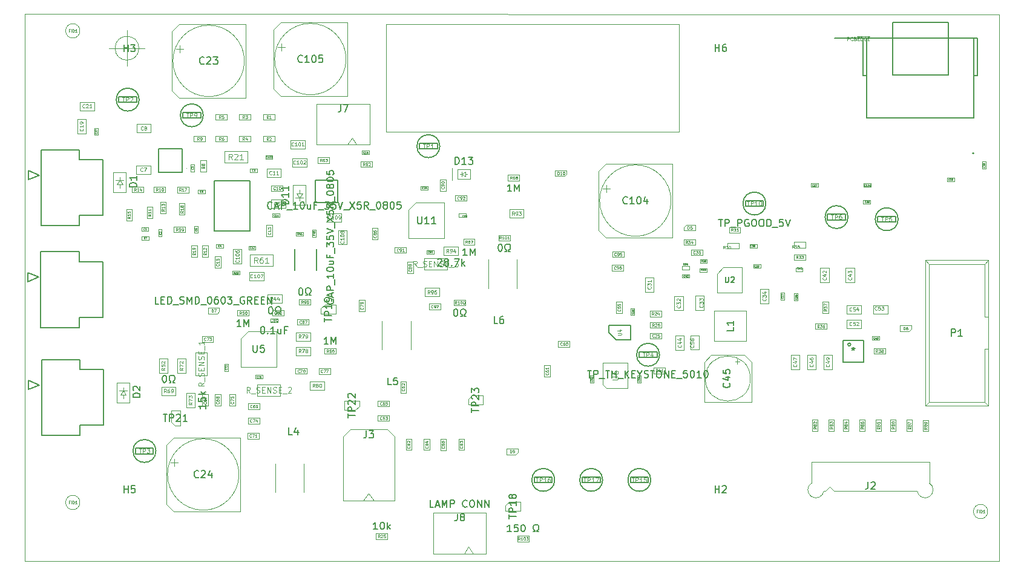
<source format=gbr>
G04 #@! TF.GenerationSoftware,KiCad,Pcbnew,(5.1.2)-1*
G04 #@! TF.CreationDate,2021-03-24T13:07:53+05:45*
G04 #@! TF.ProjectId,Pufferfish-Power-MCU,50756666-6572-4666-9973-682d506f7765,0.0*
G04 #@! TF.SameCoordinates,Original*
G04 #@! TF.FileFunction,Other,Fab,Top*
%FSLAX46Y46*%
G04 Gerber Fmt 4.6, Leading zero omitted, Abs format (unit mm)*
G04 Created by KiCad (PCBNEW (5.1.2)-1) date 2021-03-24 13:07:53*
%MOMM*%
%LPD*%
G04 APERTURE LIST*
%ADD10C,0.100000*%
%ADD11C,0.152400*%
%ADD12C,0.150000*%
%ADD13C,0.127000*%
%ADD14C,0.200000*%
%ADD15C,0.120000*%
%ADD16C,0.060000*%
%ADD17C,0.090000*%
%ADD18C,0.015000*%
%ADD19C,0.040000*%
%ADD20C,0.075000*%
%ADD21C,0.080000*%
G04 APERTURE END LIST*
D10*
X203287400Y-43052600D02*
X66977400Y-42972600D01*
X203287400Y-119552600D02*
X203287400Y-43052600D01*
X66977400Y-119552600D02*
X203287400Y-119552600D01*
X66977400Y-42972600D02*
X66977400Y-119552600D01*
X82946666Y-47752000D02*
G75*
G03X82946666Y-47752000I-1666666J0D01*
G01*
X78780000Y-47752000D02*
X83780000Y-47752000D01*
X81280000Y-45252000D02*
X81280000Y-50252000D01*
G04 #@! TO.C,D2*
X81658600Y-94608300D02*
X81658600Y-97408300D01*
X81658600Y-97408300D02*
X79858600Y-97408300D01*
X79858600Y-97408300D02*
X79858600Y-94608300D01*
X79858600Y-94608300D02*
X81658600Y-94608300D01*
X80758600Y-95258300D02*
X80758600Y-95658300D01*
X80758600Y-95658300D02*
X81308600Y-95658300D01*
X80758600Y-95658300D02*
X80208600Y-95658300D01*
X80758600Y-95658300D02*
X81158600Y-96258300D01*
X81158600Y-96258300D02*
X80358600Y-96258300D01*
X80358600Y-96258300D02*
X80758600Y-95658300D01*
X80758600Y-96258300D02*
X80758600Y-96758300D01*
G04 #@! TO.C,D1*
X81164000Y-65148000D02*
X81164000Y-67948000D01*
X81164000Y-67948000D02*
X79364000Y-67948000D01*
X79364000Y-67948000D02*
X79364000Y-65148000D01*
X79364000Y-65148000D02*
X81164000Y-65148000D01*
X80264000Y-65798000D02*
X80264000Y-66198000D01*
X80264000Y-66198000D02*
X80814000Y-66198000D01*
X80264000Y-66198000D02*
X79714000Y-66198000D01*
X80264000Y-66198000D02*
X80664000Y-66798000D01*
X80664000Y-66798000D02*
X79864000Y-66798000D01*
X79864000Y-66798000D02*
X80264000Y-66198000D01*
X80264000Y-66798000D02*
X80264000Y-67298000D01*
G04 #@! TO.C,P1*
X192933000Y-97810000D02*
X192933000Y-77450000D01*
X193483000Y-97270000D02*
X193483000Y-78010000D01*
X201783000Y-97810000D02*
X201783000Y-77450000D01*
X201233000Y-97270000D02*
X201233000Y-89880000D01*
X201233000Y-85380000D02*
X201233000Y-78010000D01*
X201233000Y-89880000D02*
X201783000Y-89880000D01*
X201233000Y-85380000D02*
X201783000Y-85380000D01*
X192933000Y-97810000D02*
X201783000Y-97810000D01*
X193483000Y-97270000D02*
X201233000Y-97270000D01*
X192933000Y-77450000D02*
X201783000Y-77450000D01*
X193483000Y-78010000D02*
X201233000Y-78010000D01*
X192933000Y-97810000D02*
X193483000Y-97270000D01*
X192933000Y-77450000D02*
X193483000Y-78010000D01*
X201783000Y-97810000D02*
X201233000Y-97270000D01*
X201783000Y-77450000D02*
X201233000Y-78010000D01*
D11*
G04 #@! TO.C,J5*
X69278801Y-72578288D02*
X69278801Y-61978310D01*
X74628793Y-72578288D02*
X69278801Y-72578288D01*
X74628793Y-71178299D02*
X74628818Y-72578288D01*
X77938793Y-71178299D02*
X74628793Y-71178299D01*
X77938793Y-63378299D02*
X77938793Y-71178299D01*
X74628793Y-63378299D02*
X77938793Y-63378299D01*
X74628818Y-61978310D02*
X74628793Y-63378299D01*
X69278801Y-61978310D02*
X74628793Y-61978310D01*
X67490801Y-64893300D02*
X69014801Y-65528300D01*
X67490801Y-66163300D02*
X67490801Y-64893300D01*
X69014801Y-65528300D02*
X67490801Y-66163300D01*
G04 #@! TO.C,J4*
X69227401Y-86862588D02*
X69227401Y-76262610D01*
X74577393Y-86862588D02*
X69227401Y-86862588D01*
X74577393Y-85462599D02*
X74577418Y-86862588D01*
X77887393Y-85462599D02*
X74577393Y-85462599D01*
X77887393Y-77662599D02*
X77887393Y-85462599D01*
X74577393Y-77662599D02*
X77887393Y-77662599D01*
X74577418Y-76262610D02*
X74577393Y-77662599D01*
X69227401Y-76262610D02*
X74577393Y-76262610D01*
X67439401Y-79177600D02*
X68963401Y-79812600D01*
X67439401Y-80447600D02*
X67439401Y-79177600D01*
X68963401Y-79812600D02*
X67439401Y-80447600D01*
G04 #@! TO.C,J6*
X69053401Y-94912600D02*
X67529401Y-95547600D01*
X67529401Y-95547600D02*
X67529401Y-94277600D01*
X67529401Y-94277600D02*
X69053401Y-94912600D01*
X69317401Y-91362610D02*
X74667393Y-91362610D01*
X74667418Y-91362610D02*
X74667393Y-92762599D01*
X74667393Y-92762599D02*
X77977393Y-92762599D01*
X77977393Y-92762599D02*
X77977393Y-100562599D01*
X77977393Y-100562599D02*
X74667393Y-100562599D01*
X74667393Y-100562599D02*
X74667418Y-101962588D01*
X74667393Y-101962588D02*
X69317401Y-101962588D01*
X69317401Y-101962588D02*
X69317401Y-91362610D01*
D10*
G04 #@! TO.C,C90*
X125876000Y-66129000D02*
X125876000Y-67729000D01*
X125076000Y-66129000D02*
X125876000Y-66129000D01*
X125076000Y-67729000D02*
X125076000Y-66129000D01*
X125876000Y-67729000D02*
X125076000Y-67729000D01*
D12*
G04 #@! TO.C,TP4*
X152928000Y-90278000D02*
X155428000Y-90278000D01*
X155428000Y-90278000D02*
X155428000Y-91078000D01*
X155428000Y-91078000D02*
X152928000Y-91078000D01*
X152928000Y-91078000D02*
X152928000Y-90278000D01*
X155778000Y-90678000D02*
G75*
G03X155778000Y-90678000I-1600000J0D01*
G01*
D10*
G04 #@! TO.C,L4*
X102037400Y-109917600D02*
X102037400Y-105917600D01*
X106037400Y-105917600D02*
X106037400Y-109917600D01*
G04 #@! TO.C,R26*
X154482400Y-86127600D02*
X156082400Y-86127600D01*
X154482400Y-86927600D02*
X154482400Y-86127600D01*
X156082400Y-86927600D02*
X154482400Y-86927600D01*
X156082400Y-86127600D02*
X156082400Y-86927600D01*
G04 #@! TO.C,F1*
X158505400Y-44426600D02*
X117505400Y-44426600D01*
X117505400Y-44426600D02*
X117505400Y-59426600D01*
X117505400Y-59426600D02*
X158505400Y-59426600D01*
X158505400Y-59426600D02*
X158505400Y-44426600D01*
G04 #@! TO.C,C24*
X87889675Y-105242000D02*
X87889675Y-106242000D01*
X87389675Y-105742000D02*
X88389675Y-105742000D01*
X86798000Y-111592000D02*
X87798000Y-112592000D01*
X86798000Y-103292000D02*
X87798000Y-102292000D01*
X86798000Y-103292000D02*
X86798000Y-111592000D01*
X87798000Y-112592000D02*
X97098000Y-112592000D01*
X87798000Y-102292000D02*
X97098000Y-102292000D01*
X97098000Y-102292000D02*
X97098000Y-112592000D01*
X96948000Y-107442000D02*
G75*
G03X96948000Y-107442000I-5000000J0D01*
G01*
G04 #@! TO.C,FID1*
X201697400Y-112632600D02*
G75*
G03X201697400Y-112632600I-1000000J0D01*
G01*
X74697400Y-111362600D02*
G75*
G03X74697400Y-111362600I-1000000J0D01*
G01*
G04 #@! TO.C,L5*
X120964000Y-85937600D02*
X120964000Y-89937600D01*
X116964000Y-89937600D02*
X116964000Y-85937600D01*
G04 #@! TO.C,L6*
X135823000Y-77360000D02*
X135823000Y-81360000D01*
X131823000Y-81360000D02*
X131823000Y-77360000D01*
D11*
G04 #@! TO.C,U3*
X181454999Y-91695001D02*
X181454999Y-88644999D01*
X184305001Y-91695001D02*
X184305001Y-88644999D01*
X181454999Y-91695001D02*
X184305001Y-91695001D01*
X181454999Y-88644999D02*
X184305001Y-88644999D01*
X182531558Y-89245001D02*
G75*
G03X182531558Y-89245001I-201557J0D01*
G01*
D10*
G04 #@! TO.C,J2*
X177053000Y-105646000D02*
X177053000Y-108626000D01*
X178983000Y-109746000D02*
X178773000Y-109746000D01*
X179583000Y-109146000D02*
X178983000Y-109746000D01*
X180173000Y-109746000D02*
X179583000Y-109146000D01*
X191813000Y-109746000D02*
X180173000Y-109746000D01*
X193533000Y-105646000D02*
X193533000Y-108646000D01*
X177053000Y-105646000D02*
X193533000Y-105646000D01*
X177047985Y-108641612D02*
G75*
G03X178773000Y-109746000I605015J-954388D01*
G01*
X191819585Y-109747022D02*
G75*
G03X193533000Y-108646000I1113415J151022D01*
G01*
G04 #@! TO.C,C15*
X94380000Y-76924000D02*
X94380000Y-78524000D01*
X93580000Y-76924000D02*
X94380000Y-76924000D01*
X93580000Y-78524000D02*
X93580000Y-76924000D01*
X94380000Y-78524000D02*
X93580000Y-78524000D01*
G04 #@! TO.C,C80*
X102354000Y-86102000D02*
X101354000Y-86102000D01*
X102354000Y-85602000D02*
X102354000Y-86102000D01*
X101354000Y-85602000D02*
X102354000Y-85602000D01*
X101354000Y-86102000D02*
X101354000Y-85602000D01*
D13*
G04 #@! TO.C,J1*
X199778000Y-57500000D02*
X184778000Y-57500000D01*
X184778000Y-57500000D02*
X184778000Y-51550000D01*
X184778000Y-51550000D02*
X184778000Y-46300000D01*
X184778000Y-46300000D02*
X199778000Y-46300000D01*
X199778000Y-46300000D02*
X199778000Y-51550000D01*
X199778000Y-51550000D02*
X199778000Y-57500000D01*
X196178000Y-44100000D02*
X188378000Y-44100000D01*
X196178000Y-44100000D02*
X196178000Y-51500000D01*
X196178000Y-51500000D02*
X188378000Y-51500000D01*
X188378000Y-51500000D02*
X188378000Y-44100000D01*
X184778000Y-46300000D02*
X184278000Y-46300000D01*
X184278000Y-46300000D02*
X184278000Y-51550000D01*
X184278000Y-51550000D02*
X184778000Y-51550000D01*
X199778000Y-46300000D02*
X200278000Y-46300000D01*
X200278000Y-46300000D02*
X200278000Y-51550000D01*
X200278000Y-51550000D02*
X199778000Y-51550000D01*
X184278000Y-46300000D02*
X180258000Y-46300000D01*
D14*
X199778000Y-62460000D02*
G75*
G03X199778000Y-62460000I-100000J0D01*
G01*
D10*
G04 #@! TO.C,R29*
X158947400Y-78262600D02*
X159947400Y-78262600D01*
X158947400Y-78762600D02*
X158947400Y-78262600D01*
X159947400Y-78762600D02*
X158947400Y-78762600D01*
X159947400Y-78262600D02*
X159947400Y-78762600D01*
G04 #@! TO.C,C23*
X88651675Y-47330000D02*
X88651675Y-48330000D01*
X88151675Y-47830000D02*
X89151675Y-47830000D01*
X87560000Y-53680000D02*
X88560000Y-54680000D01*
X87560000Y-45380000D02*
X88560000Y-44380000D01*
X87560000Y-45380000D02*
X87560000Y-53680000D01*
X88560000Y-54680000D02*
X97860000Y-54680000D01*
X88560000Y-44380000D02*
X97860000Y-44380000D01*
X97860000Y-44380000D02*
X97860000Y-54680000D01*
X97710000Y-49530000D02*
G75*
G03X97710000Y-49530000I-5000000J0D01*
G01*
G04 #@! TO.C,C110*
X185347400Y-66692600D02*
X185347400Y-67192600D01*
X185347400Y-67192600D02*
X184347400Y-67192600D01*
X184347400Y-67192600D02*
X184347400Y-66692600D01*
X184347400Y-66692600D02*
X185347400Y-66692600D01*
G04 #@! TO.C,C16*
X114155600Y-62102600D02*
X115155600Y-62102600D01*
X114155600Y-62602600D02*
X114155600Y-62102600D01*
X115155600Y-62602600D02*
X114155600Y-62602600D01*
X115155600Y-62102600D02*
X115155600Y-62602600D01*
G04 #@! TO.C,C14*
X102608000Y-71420800D02*
X101608000Y-71420800D01*
X102608000Y-70920800D02*
X102608000Y-71420800D01*
X101608000Y-70920800D02*
X102608000Y-70920800D01*
X101608000Y-71420800D02*
X101608000Y-70920800D01*
G04 #@! TO.C,C12*
X99283000Y-75442000D02*
X99283000Y-75942000D01*
X99283000Y-75942000D02*
X98283000Y-75942000D01*
X98283000Y-75942000D02*
X98283000Y-75442000D01*
X98283000Y-75442000D02*
X99283000Y-75442000D01*
G04 #@! TO.C,C9*
X98483800Y-64596200D02*
X99483800Y-64596200D01*
X98483800Y-65096200D02*
X98483800Y-64596200D01*
X99483800Y-65096200D02*
X98483800Y-65096200D01*
X99483800Y-64596200D02*
X99483800Y-65096200D01*
G04 #@! TO.C,C5*
X91200000Y-73640000D02*
X90700000Y-73640000D01*
X90700000Y-73640000D02*
X90700000Y-72640000D01*
X90700000Y-72640000D02*
X91200000Y-72640000D01*
X91200000Y-72640000D02*
X91200000Y-73640000D01*
G04 #@! TO.C,C3*
X90674000Y-64016000D02*
X90674000Y-65016000D01*
X90174000Y-64016000D02*
X90674000Y-64016000D01*
X90174000Y-65016000D02*
X90174000Y-64016000D01*
X90674000Y-65016000D02*
X90174000Y-65016000D01*
G04 #@! TO.C,C30*
X200917400Y-64642600D02*
X200917400Y-63642600D01*
X201417400Y-64642600D02*
X200917400Y-64642600D01*
X201417400Y-63642600D02*
X201417400Y-64642600D01*
X200917400Y-63642600D02*
X201417400Y-63642600D01*
G04 #@! TO.C,C29*
X197002400Y-66402600D02*
X196002400Y-66402600D01*
X197002400Y-65902600D02*
X197002400Y-66402600D01*
X196002400Y-65902600D02*
X197002400Y-65902600D01*
X196002400Y-66402600D02*
X196002400Y-65902600D01*
G04 #@! TO.C,C28*
X184287400Y-69022600D02*
X185287400Y-69022600D01*
X184287400Y-69522600D02*
X184287400Y-69022600D01*
X185287400Y-69522600D02*
X184287400Y-69522600D01*
X185287400Y-69022600D02*
X185287400Y-69522600D01*
G04 #@! TO.C,C27*
X176947400Y-66692600D02*
X177947400Y-66692600D01*
X176947400Y-67192600D02*
X176947400Y-66692600D01*
X177947400Y-67192600D02*
X176947400Y-67192600D01*
X177947400Y-66692600D02*
X177947400Y-67192600D01*
G04 #@! TO.C,C94*
X123382400Y-67552600D02*
X122382400Y-67552600D01*
X123382400Y-67052600D02*
X123382400Y-67552600D01*
X122382400Y-67052600D02*
X123382400Y-67052600D01*
X122382400Y-67552600D02*
X122382400Y-67052600D01*
G04 #@! TO.C,C93*
X123182400Y-76052600D02*
X124182400Y-76052600D01*
X123182400Y-76552600D02*
X123182400Y-76052600D01*
X124182400Y-76552600D02*
X123182400Y-76552600D01*
X124182400Y-76052600D02*
X124182400Y-76552600D01*
G04 #@! TO.C,C88*
X128718500Y-71404400D02*
X127718500Y-71404400D01*
X128718500Y-70904400D02*
X128718500Y-71404400D01*
X127718500Y-70904400D02*
X128718500Y-70904400D01*
X127718500Y-71404400D02*
X127718500Y-70904400D01*
G04 #@! TO.C,C76*
X99232400Y-93527600D02*
X100232400Y-93527600D01*
X99232400Y-94027600D02*
X99232400Y-93527600D01*
X100232400Y-94027600D02*
X99232400Y-94027600D01*
X100232400Y-93527600D02*
X100232400Y-94027600D01*
G04 #@! TO.C,C72*
X95398400Y-91956000D02*
X95398400Y-92956000D01*
X94898400Y-91956000D02*
X95398400Y-91956000D01*
X94898400Y-92956000D02*
X94898400Y-91956000D01*
X95398400Y-92956000D02*
X94898400Y-92956000D01*
G04 #@! TO.C,C59*
X146051000Y-94604000D02*
X146051000Y-93604000D01*
X146551000Y-94604000D02*
X146051000Y-94604000D01*
X146551000Y-93604000D02*
X146551000Y-94604000D01*
X146051000Y-93604000D02*
X146551000Y-93604000D01*
G04 #@! TO.C,C58*
X152655000Y-94604000D02*
X152655000Y-93604000D01*
X153155000Y-94604000D02*
X152655000Y-94604000D01*
X153155000Y-93604000D02*
X153155000Y-94604000D01*
X152655000Y-93604000D02*
X153155000Y-93604000D01*
G04 #@! TO.C,C48*
X186528500Y-88612000D02*
X185528500Y-88612000D01*
X186528500Y-88112000D02*
X186528500Y-88612000D01*
X185528500Y-88112000D02*
X186528500Y-88112000D01*
X185528500Y-88612000D02*
X185528500Y-88112000D01*
G04 #@! TO.C,C41*
X174823500Y-78490000D02*
X175823500Y-78490000D01*
X174823500Y-78990000D02*
X174823500Y-78490000D01*
X175823500Y-78990000D02*
X174823500Y-78990000D01*
X175823500Y-78490000D02*
X175823500Y-78990000D01*
G04 #@! TO.C,C40*
X159957400Y-79902600D02*
X158957400Y-79902600D01*
X159957400Y-79402600D02*
X159957400Y-79902600D01*
X158957400Y-79402600D02*
X159957400Y-79402600D01*
X158957400Y-79902600D02*
X158957400Y-79402600D01*
G04 #@! TO.C,C39*
X169946500Y-78537000D02*
X168946500Y-78537000D01*
X169946500Y-78037000D02*
X169946500Y-78537000D01*
X168946500Y-78037000D02*
X169946500Y-78037000D01*
X168946500Y-78537000D02*
X168946500Y-78037000D01*
G04 #@! TO.C,C38*
X169410000Y-75688000D02*
X168410000Y-75688000D01*
X169410000Y-75188000D02*
X169410000Y-75688000D01*
X168410000Y-75188000D02*
X169410000Y-75188000D01*
X168410000Y-75688000D02*
X168410000Y-75188000D01*
G04 #@! TO.C,C37*
X172731400Y-82980600D02*
X172731400Y-81980600D01*
X173231400Y-82980600D02*
X172731400Y-82980600D01*
X173231400Y-81980600D02*
X173231400Y-82980600D01*
X172731400Y-81980600D02*
X173231400Y-81980600D01*
G04 #@! TO.C,C36*
X174627400Y-83092600D02*
X174627400Y-82092600D01*
X175127400Y-83092600D02*
X174627400Y-83092600D01*
X175127400Y-82092600D02*
X175127400Y-83092600D01*
X174627400Y-82092600D02*
X175127400Y-82092600D01*
G04 #@! TO.C,C26*
X152257400Y-84152600D02*
X152257400Y-85152600D01*
X151757400Y-84152600D02*
X152257400Y-84152600D01*
X151757400Y-85152600D02*
X151757400Y-84152600D01*
X152257400Y-85152600D02*
X151757400Y-85152600D01*
G04 #@! TO.C,C17*
X77212000Y-58913000D02*
X77212000Y-59913000D01*
X76712000Y-58913000D02*
X77212000Y-58913000D01*
X76712000Y-59913000D02*
X76712000Y-58913000D01*
X77212000Y-59913000D02*
X76712000Y-59913000D01*
G04 #@! TO.C,C103*
X100650000Y-62750000D02*
X101650000Y-62750000D01*
X100650000Y-63250000D02*
X100650000Y-62750000D01*
X101650000Y-63250000D02*
X100650000Y-63250000D01*
X101650000Y-62750000D02*
X101650000Y-63250000D01*
G04 #@! TO.C,C6*
X92194000Y-68068000D02*
X91194000Y-68068000D01*
X92194000Y-67568000D02*
X92194000Y-68068000D01*
X91194000Y-67568000D02*
X92194000Y-67568000D01*
X91194000Y-68068000D02*
X91194000Y-67568000D01*
G04 #@! TO.C,C4*
X93734000Y-75188000D02*
X94734000Y-75188000D01*
X93734000Y-75688000D02*
X93734000Y-75188000D01*
X94734000Y-75688000D02*
X93734000Y-75688000D01*
X94734000Y-75188000D02*
X94734000Y-75688000D01*
G04 #@! TO.C,C2*
X86160000Y-73120000D02*
X86160000Y-74120000D01*
X85660000Y-73120000D02*
X86160000Y-73120000D01*
X85660000Y-74120000D02*
X85660000Y-73120000D01*
X86160000Y-74120000D02*
X85660000Y-74120000D01*
G04 #@! TO.C,C1*
X84290000Y-73326000D02*
X83290000Y-73326000D01*
X84290000Y-72826000D02*
X84290000Y-73326000D01*
X83290000Y-72826000D02*
X84290000Y-72826000D01*
X83290000Y-73326000D02*
X83290000Y-72826000D01*
D13*
G04 #@! TO.C,U1*
X93512000Y-66350000D02*
X98512000Y-66350000D01*
X98512000Y-66350000D02*
X98512000Y-73350000D01*
X98512000Y-73350000D02*
X93512000Y-73350000D01*
X93512000Y-73350000D02*
X93512000Y-66350000D01*
D15*
G04 #@! TO.C,D13*
X126758700Y-66255900D02*
X126758700Y-66268600D01*
X126746000Y-64516000D02*
X126746000Y-66268600D01*
D10*
X127497000Y-64705000D02*
X129297000Y-64705000D01*
X129297000Y-64705000D02*
X129297000Y-66105000D01*
X129297000Y-66105000D02*
X127497000Y-66105000D01*
X127497000Y-66105000D02*
X127497000Y-64705000D01*
X128097000Y-65055000D02*
X128097000Y-65755000D01*
X128097000Y-65405000D02*
X127897000Y-65405000D01*
X128097000Y-65405000D02*
X128597000Y-65055000D01*
X128597000Y-65055000D02*
X128597000Y-65755000D01*
X128597000Y-65755000D02*
X128097000Y-65405000D01*
X128597000Y-65405000D02*
X128847000Y-65405000D01*
G04 #@! TO.C,R38*
X185743500Y-89762000D02*
X187343500Y-89762000D01*
X185743500Y-90562000D02*
X185743500Y-89762000D01*
X187343500Y-90562000D02*
X185743500Y-90562000D01*
X187343500Y-89762000D02*
X187343500Y-90562000D01*
G04 #@! TO.C,R1*
X101917500Y-57804000D02*
X100317500Y-57804000D01*
X101917500Y-57004000D02*
X101917500Y-57804000D01*
X100317500Y-57004000D02*
X101917500Y-57004000D01*
X100317500Y-57804000D02*
X100317500Y-57004000D01*
G04 #@! TO.C,R2*
X100317500Y-60052000D02*
X101917500Y-60052000D01*
X100317500Y-60852000D02*
X100317500Y-60052000D01*
X101917500Y-60852000D02*
X100317500Y-60852000D01*
X101917500Y-60052000D02*
X101917500Y-60852000D01*
G04 #@! TO.C,R3*
X98590000Y-57804000D02*
X96990000Y-57804000D01*
X98590000Y-57004000D02*
X98590000Y-57804000D01*
X96990000Y-57004000D02*
X98590000Y-57004000D01*
X96990000Y-57804000D02*
X96990000Y-57004000D01*
G04 #@! TO.C,R4*
X98590000Y-60852000D02*
X96990000Y-60852000D01*
X98590000Y-60052000D02*
X98590000Y-60852000D01*
X96990000Y-60052000D02*
X98590000Y-60052000D01*
X96990000Y-60852000D02*
X96990000Y-60052000D01*
G04 #@! TO.C,R5*
X95288000Y-57804000D02*
X93688000Y-57804000D01*
X95288000Y-57004000D02*
X95288000Y-57804000D01*
X93688000Y-57004000D02*
X95288000Y-57004000D01*
X93688000Y-57804000D02*
X93688000Y-57004000D01*
G04 #@! TO.C,R6*
X95288000Y-60852000D02*
X93688000Y-60852000D01*
X95288000Y-60052000D02*
X95288000Y-60852000D01*
X93688000Y-60052000D02*
X95288000Y-60052000D01*
X93688000Y-60852000D02*
X93688000Y-60052000D01*
G04 #@! TO.C,R24*
X156016500Y-85337000D02*
X154416500Y-85337000D01*
X156016500Y-84537000D02*
X156016500Y-85337000D01*
X154416500Y-84537000D02*
X156016500Y-84537000D01*
X154416500Y-85337000D02*
X154416500Y-84537000D01*
G04 #@! TO.C,R30*
X165312500Y-75000000D02*
X166912500Y-75000000D01*
X165312500Y-75800000D02*
X165312500Y-75000000D01*
X166912500Y-75800000D02*
X165312500Y-75800000D01*
X166912500Y-75000000D02*
X166912500Y-75800000D01*
G04 #@! TO.C,R31*
X167100000Y-73600000D02*
X165500000Y-73600000D01*
X167100000Y-72800000D02*
X167100000Y-73600000D01*
X165500000Y-72800000D02*
X167100000Y-72800000D01*
X165500000Y-73600000D02*
X165500000Y-72800000D01*
G04 #@! TO.C,R33*
X176189800Y-77416200D02*
X174589800Y-77416200D01*
X176189800Y-76616200D02*
X176189800Y-77416200D01*
X174589800Y-76616200D02*
X176189800Y-76616200D01*
X174589800Y-77416200D02*
X174589800Y-76616200D01*
G04 #@! TO.C,R34*
X160820000Y-75330000D02*
X159220000Y-75330000D01*
X160820000Y-74530000D02*
X160820000Y-75330000D01*
X159220000Y-74530000D02*
X160820000Y-74530000D01*
X159220000Y-75330000D02*
X159220000Y-74530000D01*
G04 #@! TO.C,R35*
X174625000Y-74911000D02*
X176225000Y-74911000D01*
X174625000Y-75711000D02*
X174625000Y-74911000D01*
X176225000Y-75711000D02*
X174625000Y-75711000D01*
X176225000Y-74911000D02*
X176225000Y-75711000D01*
G04 #@! TO.C,R36*
X179157400Y-87102600D02*
X177557400Y-87102600D01*
X179157400Y-86302600D02*
X179157400Y-87102600D01*
X177557400Y-86302600D02*
X179157400Y-86302600D01*
X177557400Y-87102600D02*
X177557400Y-86302600D01*
G04 #@! TO.C,R37*
X179406500Y-83248500D02*
X179406500Y-84848500D01*
X178606500Y-83248500D02*
X179406500Y-83248500D01*
X178606500Y-84848500D02*
X178606500Y-83248500D01*
X179406500Y-84848500D02*
X178606500Y-84848500D01*
G04 #@! TO.C,R41*
X154957400Y-92502600D02*
X156557400Y-92502600D01*
X154957400Y-93302600D02*
X154957400Y-92502600D01*
X156557400Y-93302600D02*
X154957400Y-93302600D01*
X156557400Y-92502600D02*
X156557400Y-93302600D01*
G04 #@! TO.C,R10*
X86652000Y-67964000D02*
X85052000Y-67964000D01*
X86652000Y-67164000D02*
X86652000Y-67964000D01*
X85052000Y-67164000D02*
X86652000Y-67164000D01*
X85052000Y-67964000D02*
X85052000Y-67164000D01*
G04 #@! TO.C,R11*
X84050000Y-71560000D02*
X84050000Y-69960000D01*
X84850000Y-71560000D02*
X84050000Y-71560000D01*
X84850000Y-69960000D02*
X84850000Y-71560000D01*
X84050000Y-69960000D02*
X84850000Y-69960000D01*
G04 #@! TO.C,R12*
X92602000Y-75400000D02*
X92602000Y-77000000D01*
X91802000Y-75400000D02*
X92602000Y-75400000D01*
X91802000Y-77000000D02*
X91802000Y-75400000D01*
X92602000Y-77000000D02*
X91802000Y-77000000D01*
G04 #@! TO.C,R13*
X85930000Y-70850000D02*
X85930000Y-69250000D01*
X86730000Y-70850000D02*
X85930000Y-70850000D01*
X86730000Y-69250000D02*
X86730000Y-70850000D01*
X85930000Y-69250000D02*
X86730000Y-69250000D01*
G04 #@! TO.C,R14*
X82004000Y-67164000D02*
X83604000Y-67164000D01*
X82004000Y-67964000D02*
X82004000Y-67164000D01*
X83604000Y-67964000D02*
X82004000Y-67964000D01*
X83604000Y-67164000D02*
X83604000Y-67964000D01*
G04 #@! TO.C,R15*
X81970000Y-70310000D02*
X81970000Y-71910000D01*
X81170000Y-70310000D02*
X81970000Y-70310000D01*
X81170000Y-71910000D02*
X81170000Y-70310000D01*
X81970000Y-71910000D02*
X81170000Y-71910000D01*
G04 #@! TO.C,R17*
X89900000Y-67970000D02*
X88300000Y-67970000D01*
X89900000Y-67170000D02*
X89900000Y-67970000D01*
X88300000Y-67170000D02*
X89900000Y-67170000D01*
X88300000Y-67970000D02*
X88300000Y-67170000D01*
G04 #@! TO.C,R18*
X88580000Y-71080000D02*
X88580000Y-69480000D01*
X89380000Y-71080000D02*
X88580000Y-71080000D01*
X89380000Y-69480000D02*
X89380000Y-71080000D01*
X88580000Y-69480000D02*
X89380000Y-69480000D01*
G04 #@! TO.C,R19*
X90278000Y-77000000D02*
X90278000Y-75400000D01*
X91078000Y-77000000D02*
X90278000Y-77000000D01*
X91078000Y-75400000D02*
X91078000Y-77000000D01*
X90278000Y-75400000D02*
X91078000Y-75400000D01*
G04 #@! TO.C,R82*
X177943000Y-99758000D02*
X177943000Y-101358000D01*
X177143000Y-99758000D02*
X177943000Y-99758000D01*
X177143000Y-101358000D02*
X177143000Y-99758000D01*
X177943000Y-101358000D02*
X177143000Y-101358000D01*
G04 #@! TO.C,R83*
X180229000Y-99732500D02*
X180229000Y-101332500D01*
X179429000Y-99732500D02*
X180229000Y-99732500D01*
X179429000Y-101332500D02*
X179429000Y-99732500D01*
X180229000Y-101332500D02*
X179429000Y-101332500D01*
G04 #@! TO.C,R84*
X182261000Y-99758000D02*
X182261000Y-101358000D01*
X181461000Y-99758000D02*
X182261000Y-99758000D01*
X181461000Y-101358000D02*
X181461000Y-99758000D01*
X182261000Y-101358000D02*
X181461000Y-101358000D01*
G04 #@! TO.C,R85*
X186833000Y-99783500D02*
X186833000Y-101383500D01*
X186033000Y-99783500D02*
X186833000Y-99783500D01*
X186033000Y-101383500D02*
X186033000Y-99783500D01*
X186833000Y-101383500D02*
X186033000Y-101383500D01*
G04 #@! TO.C,R86*
X184547000Y-99758000D02*
X184547000Y-101358000D01*
X183747000Y-99758000D02*
X184547000Y-99758000D01*
X183747000Y-101358000D02*
X183747000Y-99758000D01*
X184547000Y-101358000D02*
X183747000Y-101358000D01*
G04 #@! TO.C,R87*
X191151000Y-99783500D02*
X191151000Y-101383500D01*
X190351000Y-99783500D02*
X191151000Y-99783500D01*
X190351000Y-101383500D02*
X190351000Y-99783500D01*
X191151000Y-101383500D02*
X190351000Y-101383500D01*
G04 #@! TO.C,R88*
X188865000Y-99732500D02*
X188865000Y-101332500D01*
X188065000Y-99732500D02*
X188865000Y-99732500D01*
X188065000Y-101332500D02*
X188065000Y-99732500D01*
X188865000Y-101332500D02*
X188065000Y-101332500D01*
G04 #@! TO.C,R89*
X193404000Y-99803500D02*
X193404000Y-101403500D01*
X192604000Y-99803500D02*
X193404000Y-99803500D01*
X192604000Y-101403500D02*
X192604000Y-99803500D01*
X193404000Y-101403500D02*
X192604000Y-101403500D01*
G04 #@! TO.C,U5*
X97195000Y-88375000D02*
X98195000Y-87375000D01*
X97195000Y-92375000D02*
X97195000Y-88375000D01*
X102195000Y-92375000D02*
X97195000Y-92375000D01*
X102195000Y-87375000D02*
X102195000Y-92375000D01*
X98195000Y-87375000D02*
X102195000Y-87375000D01*
D12*
G04 #@! TO.C,U4*
X149707400Y-88552600D02*
X148707400Y-87552600D01*
X151707400Y-88552600D02*
X149707400Y-88552600D01*
X151707400Y-86552600D02*
X151707400Y-88552600D01*
X148707400Y-86552600D02*
X151707400Y-86552600D01*
X148707400Y-87552600D02*
X148707400Y-86552600D01*
D10*
G04 #@! TO.C,U11*
X120690000Y-70382000D02*
X121690000Y-69382000D01*
X120690000Y-74382000D02*
X120690000Y-70382000D01*
X125690000Y-74382000D02*
X120690000Y-74382000D01*
X125690000Y-69382000D02*
X125690000Y-74382000D01*
X121690000Y-69382000D02*
X125690000Y-69382000D01*
G04 #@! TO.C,C104*
X148341675Y-66888000D02*
X148341675Y-67888000D01*
X147841675Y-67388000D02*
X148841675Y-67388000D01*
X147250000Y-73238000D02*
X148250000Y-74238000D01*
X147250000Y-64938000D02*
X148250000Y-63938000D01*
X147250000Y-64938000D02*
X147250000Y-73238000D01*
X148250000Y-74238000D02*
X157550000Y-74238000D01*
X148250000Y-63938000D02*
X157550000Y-63938000D01*
X157550000Y-63938000D02*
X157550000Y-74238000D01*
X157400000Y-69088000D02*
G75*
G03X157400000Y-69088000I-5000000J0D01*
G01*
G04 #@! TO.C,C105*
X102875675Y-47076000D02*
X102875675Y-48076000D01*
X102375675Y-47576000D02*
X103375675Y-47576000D01*
X101784000Y-53426000D02*
X102784000Y-54426000D01*
X101784000Y-45126000D02*
X102784000Y-44126000D01*
X101784000Y-45126000D02*
X101784000Y-53426000D01*
X102784000Y-54426000D02*
X112084000Y-54426000D01*
X102784000Y-44126000D02*
X112084000Y-44126000D01*
X112084000Y-44126000D02*
X112084000Y-54426000D01*
X111934000Y-49276000D02*
G75*
G03X111934000Y-49276000I-5000000J0D01*
G01*
G04 #@! TO.C,C101*
X106156000Y-60614000D02*
X106156000Y-61814000D01*
X106156000Y-61814000D02*
X104156000Y-61814000D01*
X104156000Y-61814000D02*
X104156000Y-60614000D01*
X104156000Y-60614000D02*
X106156000Y-60614000D01*
G04 #@! TO.C,C102*
X106410000Y-63154000D02*
X106410000Y-64354000D01*
X106410000Y-64354000D02*
X104410000Y-64354000D01*
X104410000Y-64354000D02*
X104410000Y-63154000D01*
X104410000Y-63154000D02*
X106410000Y-63154000D01*
G04 #@! TO.C,C19*
X75530000Y-59674000D02*
X74330000Y-59674000D01*
X74330000Y-59674000D02*
X74330000Y-57674000D01*
X74330000Y-57674000D02*
X75530000Y-57674000D01*
X75530000Y-57674000D02*
X75530000Y-59674000D01*
G04 #@! TO.C,C21*
X76692000Y-55280000D02*
X76692000Y-56480000D01*
X76692000Y-56480000D02*
X74692000Y-56480000D01*
X74692000Y-56480000D02*
X74692000Y-55280000D01*
X74692000Y-55280000D02*
X76692000Y-55280000D01*
G04 #@! TO.C,C25*
X156057400Y-88427600D02*
X154457400Y-88427600D01*
X156057400Y-87627600D02*
X156057400Y-88427600D01*
X154457400Y-87627600D02*
X156057400Y-87627600D01*
X154457400Y-88427600D02*
X154457400Y-87627600D01*
G04 #@! TO.C,C31*
X154957400Y-81902600D02*
X153757400Y-81902600D01*
X153757400Y-81902600D02*
X153757400Y-79902600D01*
X153757400Y-79902600D02*
X154957400Y-79902600D01*
X154957400Y-79902600D02*
X154957400Y-81902600D01*
G04 #@! TO.C,C32*
X157872800Y-82452000D02*
X159072800Y-82452000D01*
X159072800Y-82452000D02*
X159072800Y-84452000D01*
X159072800Y-84452000D02*
X157872800Y-84452000D01*
X157872800Y-84452000D02*
X157872800Y-82452000D01*
G04 #@! TO.C,C33*
X160777400Y-82414600D02*
X161977400Y-82414600D01*
X161977400Y-82414600D02*
X161977400Y-84414600D01*
X161977400Y-84414600D02*
X160777400Y-84414600D01*
X160777400Y-84414600D02*
X160777400Y-82414600D01*
G04 #@! TO.C,C34*
X169841400Y-81480600D02*
X171041400Y-81480600D01*
X171041400Y-81480600D02*
X171041400Y-83480600D01*
X171041400Y-83480600D02*
X169841400Y-83480600D01*
X169841400Y-83480600D02*
X169841400Y-81480600D01*
G04 #@! TO.C,C35*
X160207400Y-75962600D02*
X161807400Y-75962600D01*
X160207400Y-76762600D02*
X160207400Y-75962600D01*
X161807400Y-76762600D02*
X160207400Y-76762600D01*
X161807400Y-75962600D02*
X161807400Y-76762600D01*
G04 #@! TO.C,C42*
X179479500Y-80550500D02*
X178279500Y-80550500D01*
X178279500Y-80550500D02*
X178279500Y-78550500D01*
X178279500Y-78550500D02*
X179479500Y-78550500D01*
X179479500Y-78550500D02*
X179479500Y-80550500D01*
G04 #@! TO.C,C43*
X183035500Y-80550500D02*
X181835500Y-80550500D01*
X181835500Y-80550500D02*
X181835500Y-78550500D01*
X181835500Y-78550500D02*
X183035500Y-78550500D01*
X183035500Y-78550500D02*
X183035500Y-80550500D01*
G04 #@! TO.C,C44*
X157990200Y-87988500D02*
X159190200Y-87988500D01*
X159190200Y-87988500D02*
X159190200Y-89988500D01*
X159190200Y-89988500D02*
X157990200Y-89988500D01*
X157990200Y-89988500D02*
X157990200Y-87988500D01*
G04 #@! TO.C,C45*
X166982400Y-91622762D02*
X166352400Y-91622762D01*
X166667400Y-91307762D02*
X166667400Y-91937762D01*
X163037400Y-90712600D02*
X162037400Y-91712600D01*
X167637400Y-90712600D02*
X168637400Y-91712600D01*
X167637400Y-90712600D02*
X163037400Y-90712600D01*
X162037400Y-91712600D02*
X162037400Y-97312600D01*
X168637400Y-91712600D02*
X168637400Y-97312600D01*
X168637400Y-97312600D02*
X162037400Y-97312600D01*
X168487400Y-94012600D02*
G75*
G03X168487400Y-94012600I-3150000J0D01*
G01*
G04 #@! TO.C,C46*
X176438000Y-90694000D02*
X177638000Y-90694000D01*
X177638000Y-90694000D02*
X177638000Y-92694000D01*
X177638000Y-92694000D02*
X176438000Y-92694000D01*
X176438000Y-92694000D02*
X176438000Y-90694000D01*
G04 #@! TO.C,C47*
X174152000Y-90694000D02*
X175352000Y-90694000D01*
X175352000Y-90694000D02*
X175352000Y-92694000D01*
X175352000Y-92694000D02*
X174152000Y-92694000D01*
X174152000Y-92694000D02*
X174152000Y-90694000D01*
G04 #@! TO.C,C49*
X178724000Y-90694000D02*
X179924000Y-90694000D01*
X179924000Y-90694000D02*
X179924000Y-92694000D01*
X179924000Y-92694000D02*
X178724000Y-92694000D01*
X178724000Y-92694000D02*
X178724000Y-90694000D01*
G04 #@! TO.C,C52*
X184006000Y-85762000D02*
X184006000Y-86962000D01*
X184006000Y-86962000D02*
X182006000Y-86962000D01*
X182006000Y-86962000D02*
X182006000Y-85762000D01*
X182006000Y-85762000D02*
X184006000Y-85762000D01*
G04 #@! TO.C,C53*
X185690000Y-84928000D02*
X185690000Y-83728000D01*
X185690000Y-83728000D02*
X187690000Y-83728000D01*
X187690000Y-83728000D02*
X187690000Y-84928000D01*
X187690000Y-84928000D02*
X185690000Y-84928000D01*
G04 #@! TO.C,C54*
X183992000Y-83728000D02*
X183992000Y-84928000D01*
X183992000Y-84928000D02*
X181992000Y-84928000D01*
X181992000Y-84928000D02*
X181992000Y-83728000D01*
X181992000Y-83728000D02*
X183992000Y-83728000D01*
G04 #@! TO.C,C55*
X149732400Y-84852600D02*
X149732400Y-83252600D01*
X150532400Y-84852600D02*
X149732400Y-84852600D01*
X150532400Y-83252600D02*
X150532400Y-84852600D01*
X149732400Y-83252600D02*
X150532400Y-83252600D01*
G04 #@! TO.C,C56*
X160111100Y-87973500D02*
X161311100Y-87973500D01*
X161311100Y-87973500D02*
X161311100Y-89973500D01*
X161311100Y-89973500D02*
X160111100Y-89973500D01*
X160111100Y-89973500D02*
X160111100Y-87973500D01*
G04 #@! TO.C,C60*
X143207400Y-89577600D02*
X141607400Y-89577600D01*
X143207400Y-88777600D02*
X143207400Y-89577600D01*
X141607400Y-88777600D02*
X143207400Y-88777600D01*
X141607400Y-89577600D02*
X141607400Y-88777600D01*
G04 #@! TO.C,C61*
X139657400Y-93765100D02*
X139657400Y-92165100D01*
X140457400Y-93765100D02*
X139657400Y-93765100D01*
X140457400Y-92165100D02*
X140457400Y-93765100D01*
X139657400Y-92165100D02*
X140457400Y-92165100D01*
G04 #@! TO.C,C62*
X120325400Y-94395500D02*
X120325400Y-95995500D01*
X119525400Y-94395500D02*
X120325400Y-94395500D01*
X119525400Y-95995500D02*
X119525400Y-94395500D01*
X120325400Y-95995500D02*
X119525400Y-95995500D01*
G04 #@! TO.C,C63*
X116382400Y-99152600D02*
X117982400Y-99152600D01*
X116382400Y-99952600D02*
X116382400Y-99152600D01*
X117982400Y-99952600D02*
X116382400Y-99952600D01*
X117982400Y-99152600D02*
X117982400Y-99952600D01*
G04 #@! TO.C,C65*
X116382400Y-97127600D02*
X117982400Y-97127600D01*
X116382400Y-97927600D02*
X116382400Y-97127600D01*
X117982400Y-97927600D02*
X116382400Y-97927600D01*
X117982400Y-97127600D02*
X117982400Y-97927600D01*
G04 #@! TO.C,C67*
X91802000Y-97828000D02*
X91802000Y-96228000D01*
X92602000Y-97828000D02*
X91802000Y-97828000D01*
X92602000Y-96228000D02*
X92602000Y-97828000D01*
X91802000Y-96228000D02*
X92602000Y-96228000D01*
G04 #@! TO.C,C68*
X94380000Y-96228000D02*
X94380000Y-97828000D01*
X93580000Y-96228000D02*
X94380000Y-96228000D01*
X93580000Y-97828000D02*
X93580000Y-96228000D01*
X94380000Y-97828000D02*
X93580000Y-97828000D01*
G04 #@! TO.C,C69*
X98233900Y-97513300D02*
X99833900Y-97513300D01*
X98233900Y-98313300D02*
X98233900Y-97513300D01*
X99833900Y-98313300D02*
X98233900Y-98313300D01*
X99833900Y-97513300D02*
X99833900Y-98313300D01*
G04 #@! TO.C,C71*
X98145000Y-101628100D02*
X99745000Y-101628100D01*
X98145000Y-102428100D02*
X98145000Y-101628100D01*
X99745000Y-102428100D02*
X98145000Y-102428100D01*
X99745000Y-101628100D02*
X99745000Y-102428100D01*
G04 #@! TO.C,C73*
X93357400Y-88902600D02*
X91757400Y-88902600D01*
X93357400Y-88102600D02*
X93357400Y-88902600D01*
X91757400Y-88102600D02*
X93357400Y-88102600D01*
X91757400Y-88902600D02*
X91757400Y-88102600D01*
G04 #@! TO.C,C74*
X98208500Y-99519900D02*
X99808500Y-99519900D01*
X98208500Y-100319900D02*
X98208500Y-99519900D01*
X99808500Y-100319900D02*
X98208500Y-100319900D01*
X99808500Y-99519900D02*
X99808500Y-100319900D01*
G04 #@! TO.C,C75*
X95612000Y-97828000D02*
X95612000Y-96228000D01*
X96412000Y-97828000D02*
X95612000Y-97828000D01*
X96412000Y-96228000D02*
X96412000Y-97828000D01*
X95612000Y-96228000D02*
X96412000Y-96228000D01*
G04 #@! TO.C,C77*
X109707400Y-93377600D02*
X108107400Y-93377600D01*
X109707400Y-92577600D02*
X109707400Y-93377600D01*
X108107400Y-92577600D02*
X109707400Y-92577600D01*
X108107400Y-93377600D02*
X108107400Y-92577600D01*
G04 #@! TO.C,C78*
X104864000Y-92564000D02*
X106464000Y-92564000D01*
X104864000Y-93364000D02*
X104864000Y-92564000D01*
X106464000Y-93364000D02*
X104864000Y-93364000D01*
X106464000Y-92564000D02*
X106464000Y-93364000D01*
G04 #@! TO.C,C79*
X113732400Y-84602600D02*
X113732400Y-83002600D01*
X114532400Y-84602600D02*
X113732400Y-84602600D01*
X114532400Y-83002600D02*
X114532400Y-84602600D01*
X113732400Y-83002600D02*
X114532400Y-83002600D01*
G04 #@! TO.C,C81*
X103207400Y-85227600D02*
X101607400Y-85227600D01*
X103207400Y-84427600D02*
X103207400Y-85227600D01*
X101607400Y-84427600D02*
X103207400Y-84427600D01*
X101607400Y-85227600D02*
X101607400Y-84427600D01*
G04 #@! TO.C,C82*
X120287400Y-104034600D02*
X120287400Y-102434600D01*
X121087400Y-104034600D02*
X120287400Y-104034600D01*
X121087400Y-102434600D02*
X121087400Y-104034600D01*
X120287400Y-102434600D02*
X121087400Y-102434600D01*
G04 #@! TO.C,C83*
X127653400Y-104034600D02*
X127653400Y-102434600D01*
X128453400Y-104034600D02*
X127653400Y-104034600D01*
X128453400Y-102434600D02*
X128453400Y-104034600D01*
X127653400Y-102434600D02*
X128453400Y-102434600D01*
G04 #@! TO.C,C84*
X122825000Y-104034600D02*
X122825000Y-102434600D01*
X123625000Y-104034600D02*
X122825000Y-104034600D01*
X123625000Y-102434600D02*
X123625000Y-104034600D01*
X122825000Y-102434600D02*
X123625000Y-102434600D01*
G04 #@! TO.C,C85*
X115567400Y-74562600D02*
X115567400Y-72962600D01*
X116367400Y-74562600D02*
X115567400Y-74562600D01*
X116367400Y-72962600D02*
X116367400Y-74562600D01*
X115567400Y-72962600D02*
X116367400Y-72962600D01*
G04 #@! TO.C,C86*
X125113400Y-104057000D02*
X125113400Y-102457000D01*
X125913400Y-104057000D02*
X125113400Y-104057000D01*
X125913400Y-102457000D02*
X125913400Y-104057000D01*
X125113400Y-102457000D02*
X125913400Y-102457000D01*
G04 #@! TO.C,C87*
X106718000Y-86506000D02*
X105118000Y-86506000D01*
X106718000Y-85706000D02*
X106718000Y-86506000D01*
X105118000Y-85706000D02*
X106718000Y-85706000D01*
X105118000Y-86506000D02*
X105118000Y-85706000D01*
G04 #@! TO.C,C92*
X128800000Y-69152600D02*
X127200000Y-69152600D01*
X128800000Y-68352600D02*
X128800000Y-69152600D01*
X127200000Y-68352600D02*
X128800000Y-68352600D01*
X127200000Y-69152600D02*
X127200000Y-68352600D01*
G04 #@! TO.C,C95*
X150774300Y-77019100D02*
X149174300Y-77019100D01*
X150774300Y-76219100D02*
X150774300Y-77019100D01*
X149174300Y-76219100D02*
X150774300Y-76219100D01*
X149174300Y-77019100D02*
X149174300Y-76219100D01*
G04 #@! TO.C,C96*
X150723500Y-78911400D02*
X149123500Y-78911400D01*
X150723500Y-78111400D02*
X150723500Y-78911400D01*
X149123500Y-78111400D02*
X150723500Y-78111400D01*
X149123500Y-78911400D02*
X149123500Y-78111400D01*
G04 #@! TO.C,C97*
X125133000Y-84347000D02*
X123533000Y-84347000D01*
X125133000Y-83547000D02*
X125133000Y-84347000D01*
X123533000Y-83547000D02*
X125133000Y-83547000D01*
X123533000Y-84347000D02*
X123533000Y-83547000D01*
G04 #@! TO.C,D5*
X160820000Y-73298000D02*
X160820000Y-72498000D01*
X159220000Y-73298000D02*
X160820000Y-73298000D01*
X159220000Y-72798000D02*
X159220000Y-73298000D01*
X159520000Y-72498000D02*
X159220000Y-72798000D01*
X160820000Y-72498000D02*
X159520000Y-72498000D01*
G04 #@! TO.C,D6*
X189397400Y-86592600D02*
X189397400Y-87392600D01*
X190997400Y-86592600D02*
X189397400Y-86592600D01*
X190997400Y-87092600D02*
X190997400Y-86592600D01*
X190697400Y-87392600D02*
X190997400Y-87092600D01*
X189397400Y-87392600D02*
X190697400Y-87392600D01*
G04 #@! TO.C,D9*
X134365400Y-103850600D02*
X134365400Y-104650600D01*
X135965400Y-103850600D02*
X134365400Y-103850600D01*
X135965400Y-104350600D02*
X135965400Y-103850600D01*
X135665400Y-104650600D02*
X135965400Y-104350600D01*
X134365400Y-104650600D02*
X135665400Y-104650600D01*
G04 #@! TO.C,D10*
X141186000Y-64878000D02*
X141186000Y-65678000D01*
X142786000Y-64878000D02*
X141186000Y-64878000D01*
X142786000Y-65378000D02*
X142786000Y-64878000D01*
X142486000Y-65678000D02*
X142786000Y-65378000D01*
X141186000Y-65678000D02*
X142486000Y-65678000D01*
G04 #@! TO.C,FID1*
X74697400Y-45322600D02*
G75*
G03X74697400Y-45322600I-1000000J0D01*
G01*
G04 #@! TO.C,J3*
X115107400Y-110077600D02*
X115857400Y-111067600D01*
X114357400Y-111067600D02*
X115107400Y-110077600D01*
X118682400Y-111067600D02*
X111532400Y-111067600D01*
X118682400Y-102157600D02*
X118682400Y-111067600D01*
X117682400Y-101157600D02*
X118682400Y-102157600D01*
X112532400Y-101157600D02*
X117682400Y-101157600D01*
X111532400Y-102157600D02*
X112532400Y-101157600D01*
X111532400Y-111067600D02*
X111532400Y-102157600D01*
G04 #@! TO.C,L1*
X163446800Y-84483600D02*
X167891800Y-84483600D01*
X163446800Y-88750800D02*
X163446800Y-84483600D01*
X167891800Y-88750800D02*
X163446800Y-88750800D01*
X167891800Y-84483600D02*
X167891800Y-88750800D01*
G04 #@! TO.C,R28*
X162437400Y-77812600D02*
X161437400Y-77812600D01*
X162437400Y-77312600D02*
X162437400Y-77812600D01*
X161437400Y-77312600D02*
X162437400Y-77312600D01*
X161437400Y-77812600D02*
X161437400Y-77312600D01*
G04 #@! TO.C,R32*
X161427400Y-78600600D02*
X162427400Y-78600600D01*
X161427400Y-79100600D02*
X161427400Y-78600600D01*
X162427400Y-79100600D02*
X161427400Y-79100600D01*
X162427400Y-78600600D02*
X162427400Y-79100600D01*
G04 #@! TO.C,R7*
X84313000Y-74596000D02*
X83313000Y-74596000D01*
X84313000Y-74096000D02*
X84313000Y-74596000D01*
X83313000Y-74096000D02*
X84313000Y-74096000D01*
X83313000Y-74596000D02*
X83313000Y-74096000D01*
G04 #@! TO.C,TP18*
X134232400Y-111767600D02*
X134757400Y-111242600D01*
X134232400Y-112512600D02*
X134232400Y-111767600D01*
X136332400Y-112512600D02*
X134232400Y-112512600D01*
X136332400Y-111242600D02*
X136332400Y-112512600D01*
X134757400Y-111242600D02*
X136332400Y-111242600D01*
G04 #@! TO.C,TP19*
X108424000Y-84218000D02*
X108949000Y-83693000D01*
X108424000Y-84963000D02*
X108424000Y-84218000D01*
X110524000Y-84963000D02*
X108424000Y-84963000D01*
X110524000Y-83693000D02*
X110524000Y-84963000D01*
X108949000Y-83693000D02*
X110524000Y-83693000D01*
G04 #@! TO.C,TP21*
X87965000Y-100600000D02*
X87440000Y-100075000D01*
X88710000Y-100600000D02*
X87965000Y-100600000D01*
X88710000Y-98500000D02*
X88710000Y-100600000D01*
X87440000Y-98500000D02*
X88710000Y-98500000D01*
X87440000Y-100075000D02*
X87440000Y-98500000D01*
G04 #@! TO.C,TP22*
X113782400Y-97862600D02*
X113257400Y-98387600D01*
X113782400Y-97117600D02*
X113782400Y-97862600D01*
X111682400Y-97117600D02*
X113782400Y-97117600D01*
X111682400Y-98387600D02*
X111682400Y-97117600D01*
X113257400Y-98387600D02*
X111682400Y-98387600D01*
G04 #@! TO.C,TP23*
X129007400Y-96892600D02*
X129532400Y-96367600D01*
X129007400Y-97637600D02*
X129007400Y-96892600D01*
X131107400Y-97637600D02*
X129007400Y-97637600D01*
X131107400Y-96367600D02*
X131107400Y-97637600D01*
X129532400Y-96367600D02*
X131107400Y-96367600D01*
G04 #@! TO.C,U2*
X164725000Y-78450000D02*
X163850000Y-79325000D01*
X163850000Y-81950000D02*
X163850000Y-79325000D01*
X167350000Y-81950000D02*
X163850000Y-81950000D01*
X167350000Y-78450000D02*
X167350000Y-81950000D01*
X164725000Y-78450000D02*
X167350000Y-78450000D01*
G04 #@! TO.C,U6*
X147853000Y-91823000D02*
X151353000Y-91823000D01*
X147853000Y-94823000D02*
X147853000Y-91823000D01*
X151353000Y-95323000D02*
X148353000Y-95323000D01*
X151353000Y-91823000D02*
X151353000Y-95323000D01*
X147853000Y-94823000D02*
X148353000Y-95323000D01*
G04 #@! TO.C,C89*
X120504000Y-79286000D02*
X120504000Y-77686000D01*
X121304000Y-79286000D02*
X120504000Y-79286000D01*
X121304000Y-77686000D02*
X121304000Y-79286000D01*
X120504000Y-77686000D02*
X121304000Y-77686000D01*
G04 #@! TO.C,C91*
X118732400Y-75627600D02*
X120332400Y-75627600D01*
X118732400Y-76427600D02*
X118732400Y-75627600D01*
X120332400Y-76427600D02*
X118732400Y-76427600D01*
X120332400Y-75627600D02*
X120332400Y-76427600D01*
G04 #@! TO.C,C7*
X84566000Y-64170000D02*
X84566000Y-65370000D01*
X84566000Y-65370000D02*
X82566000Y-65370000D01*
X82566000Y-65370000D02*
X82566000Y-64170000D01*
X82566000Y-64170000D02*
X84566000Y-64170000D01*
G04 #@! TO.C,C8*
X82616000Y-58384000D02*
X84616000Y-58384000D01*
X82616000Y-59584000D02*
X82616000Y-58384000D01*
X84616000Y-59584000D02*
X82616000Y-59584000D01*
X84616000Y-58384000D02*
X84616000Y-59584000D01*
G04 #@! TO.C,C10*
X101470000Y-67770000D02*
X101470000Y-66970000D01*
X101470000Y-66970000D02*
X103070000Y-66970000D01*
X103070000Y-66970000D02*
X103070000Y-67770000D01*
X103070000Y-67770000D02*
X101470000Y-67770000D01*
G04 #@! TO.C,C11*
X100840000Y-65810000D02*
X100840000Y-64610000D01*
X100840000Y-64610000D02*
X102840000Y-64610000D01*
X102840000Y-64610000D02*
X102840000Y-65810000D01*
X102840000Y-65810000D02*
X100840000Y-65810000D01*
G04 #@! TO.C,C13*
X100806300Y-72517100D02*
X101606300Y-72517100D01*
X101606300Y-72517100D02*
X101606300Y-74117100D01*
X101606300Y-74117100D02*
X100806300Y-74117100D01*
X100806300Y-74117100D02*
X100806300Y-72517100D01*
G04 #@! TO.C,C57*
X103480000Y-70140000D02*
X101480000Y-70140000D01*
X103480000Y-68940000D02*
X103480000Y-70140000D01*
X101480000Y-68940000D02*
X103480000Y-68940000D01*
X101480000Y-70140000D02*
X101480000Y-68940000D01*
G04 #@! TO.C,C106*
X96123200Y-75911200D02*
X97323200Y-75911200D01*
X97323200Y-75911200D02*
X97323200Y-77911200D01*
X97323200Y-77911200D02*
X96123200Y-77911200D01*
X96123200Y-77911200D02*
X96123200Y-75911200D01*
G04 #@! TO.C,C107*
X100407400Y-80277600D02*
X98407400Y-80277600D01*
X100407400Y-79077600D02*
X100407400Y-80277600D01*
X98407400Y-79077600D02*
X100407400Y-79077600D01*
X98407400Y-80277600D02*
X98407400Y-79077600D01*
G04 #@! TO.C,D11*
X105410000Y-68076000D02*
X105410000Y-67576000D01*
X105810000Y-68076000D02*
X105410000Y-68676000D01*
X105010000Y-68076000D02*
X105810000Y-68076000D01*
X105410000Y-68676000D02*
X105010000Y-68076000D01*
X105410000Y-68676000D02*
X105960000Y-68676000D01*
X105410000Y-68676000D02*
X104860000Y-68676000D01*
X105410000Y-69076000D02*
X105410000Y-68676000D01*
X106310000Y-69726000D02*
X104510000Y-69726000D01*
X106310000Y-66926000D02*
X106310000Y-69726000D01*
X104510000Y-66926000D02*
X106310000Y-66926000D01*
X104510000Y-69726000D02*
X104510000Y-66926000D01*
G04 #@! TO.C,J7*
X115226000Y-61278000D02*
X115226000Y-55528000D01*
X115226000Y-55528000D02*
X107826000Y-55528000D01*
X107826000Y-55528000D02*
X107826000Y-61278000D01*
X107826000Y-61278000D02*
X115226000Y-61278000D01*
X113401000Y-61278000D02*
X112776000Y-60278000D01*
X112776000Y-60278000D02*
X112151000Y-61278000D01*
G04 #@! TO.C,Q1*
X89611000Y-64585000D02*
G75*
G03X89611000Y-64585000I-50000J0D01*
G01*
D13*
X89026000Y-61850000D02*
X89026000Y-65150000D01*
X85726000Y-61850000D02*
X89026000Y-61850000D01*
X85726000Y-65150000D02*
X85726000Y-61850000D01*
X89026000Y-65150000D02*
X85726000Y-65150000D01*
D14*
G04 #@! TO.C,Q2*
X107780000Y-78850000D02*
X107780000Y-75850000D01*
X104780000Y-75850000D02*
X104780000Y-78850000D01*
D10*
G04 #@! TO.C,R8*
X92348000Y-65062000D02*
X91548000Y-65062000D01*
X91548000Y-65062000D02*
X91548000Y-63462000D01*
X91548000Y-63462000D02*
X92348000Y-63462000D01*
X92348000Y-63462000D02*
X92348000Y-65062000D01*
G04 #@! TO.C,R9*
X90640000Y-60852000D02*
X90640000Y-60052000D01*
X90640000Y-60052000D02*
X92240000Y-60052000D01*
X92240000Y-60052000D02*
X92240000Y-60852000D01*
X92240000Y-60852000D02*
X90640000Y-60852000D01*
G04 #@! TO.C,R21*
X98120000Y-62192000D02*
X98120000Y-63792000D01*
X98120000Y-63792000D02*
X94920000Y-63792000D01*
X94920000Y-63792000D02*
X94920000Y-62192000D01*
X94920000Y-62192000D02*
X98120000Y-62192000D01*
G04 #@! TO.C,R45*
X107692000Y-74160000D02*
X107192000Y-74160000D01*
X107192000Y-74160000D02*
X107192000Y-73160000D01*
X107192000Y-73160000D02*
X107692000Y-73160000D01*
X107692000Y-73160000D02*
X107692000Y-74160000D01*
G04 #@! TO.C,R46*
X104930000Y-74000000D02*
X104930000Y-73500000D01*
X104930000Y-73500000D02*
X105930000Y-73500000D01*
X105930000Y-73500000D02*
X105930000Y-74000000D01*
X105930000Y-74000000D02*
X104930000Y-74000000D01*
G04 #@! TO.C,R52*
X86960000Y-91202000D02*
X86960000Y-93202000D01*
X85760000Y-91202000D02*
X86960000Y-91202000D01*
X85760000Y-93202000D02*
X85760000Y-91202000D01*
X86960000Y-93202000D02*
X85760000Y-93202000D01*
G04 #@! TO.C,R59*
X87846000Y-72752000D02*
X89446000Y-72752000D01*
X87846000Y-73552000D02*
X87846000Y-72752000D01*
X89446000Y-73552000D02*
X87846000Y-73552000D01*
X89446000Y-72752000D02*
X89446000Y-73552000D01*
G04 #@! TO.C,R60*
X96032700Y-78972600D02*
X97032700Y-78972600D01*
X96032700Y-79472600D02*
X96032700Y-78972600D01*
X97032700Y-79472600D02*
X96032700Y-79472600D01*
X97032700Y-78972600D02*
X97032700Y-79472600D01*
G04 #@! TO.C,R62*
X115608000Y-64408000D02*
X114008000Y-64408000D01*
X115608000Y-63608000D02*
X115608000Y-64408000D01*
X114008000Y-63608000D02*
X115608000Y-63608000D01*
X114008000Y-64408000D02*
X114008000Y-63608000D01*
G04 #@! TO.C,R63*
X107982400Y-63852600D02*
X107982400Y-63052600D01*
X107982400Y-63052600D02*
X109582400Y-63052600D01*
X109582400Y-63052600D02*
X109582400Y-63852600D01*
X109582400Y-63852600D02*
X107982400Y-63852600D01*
G04 #@! TO.C,R72*
X88300000Y-91202000D02*
X89500000Y-91202000D01*
X89500000Y-91202000D02*
X89500000Y-93202000D01*
X89500000Y-93202000D02*
X88300000Y-93202000D01*
X88300000Y-93202000D02*
X88300000Y-91202000D01*
G04 #@! TO.C,R78*
X106918000Y-89570000D02*
X106918000Y-90770000D01*
X106918000Y-90770000D02*
X104918000Y-90770000D01*
X104918000Y-90770000D02*
X104918000Y-89570000D01*
X104918000Y-89570000D02*
X106918000Y-89570000D01*
G04 #@! TO.C,R79*
X104918000Y-88738000D02*
X104918000Y-87538000D01*
X104918000Y-87538000D02*
X106918000Y-87538000D01*
X106918000Y-87538000D02*
X106918000Y-88738000D01*
X106918000Y-88738000D02*
X104918000Y-88738000D01*
G04 #@! TO.C,R80*
X106857400Y-94402600D02*
X108857400Y-94402600D01*
X106857400Y-95602600D02*
X106857400Y-94402600D01*
X108857400Y-95602600D02*
X106857400Y-95602600D01*
X108857400Y-94402600D02*
X108857400Y-95602600D01*
G04 #@! TO.C,R93*
X134787400Y-70322600D02*
X136787400Y-70322600D01*
X134787400Y-71522600D02*
X134787400Y-70322600D01*
X136787400Y-71522600D02*
X134787400Y-71522600D01*
X136787400Y-70322600D02*
X136787400Y-71522600D01*
G04 #@! TO.C,R96*
X124952000Y-82515000D02*
X122952000Y-82515000D01*
X124952000Y-81315000D02*
X124952000Y-82515000D01*
X122952000Y-81315000D02*
X124952000Y-81315000D01*
X122952000Y-82515000D02*
X122952000Y-81315000D01*
G04 #@! TO.C,R_SENSE_3*
X122857400Y-77177600D02*
X126057400Y-77177600D01*
X122857400Y-78777600D02*
X122857400Y-77177600D01*
X126057400Y-78777600D02*
X122857400Y-78777600D01*
X126057400Y-77177600D02*
X126057400Y-78777600D01*
D13*
G04 #@! TO.C,Q3*
X110795000Y-66243000D02*
X110795000Y-69393000D01*
X110795000Y-69393000D02*
X107645000Y-69393000D01*
X107645000Y-69393000D02*
X107645000Y-66243000D01*
X107645000Y-66243000D02*
X110795000Y-66243000D01*
D14*
X110317000Y-65316000D02*
G75*
G03X110317000Y-65316000I-100000J0D01*
G01*
D10*
G04 #@! TO.C,R61*
X101676000Y-76670000D02*
X101676000Y-78270000D01*
X101676000Y-78270000D02*
X98476000Y-78270000D01*
X98476000Y-78270000D02*
X98476000Y-76670000D01*
X98476000Y-76670000D02*
X101676000Y-76670000D01*
G04 #@! TO.C,R_SENSE_1*
X90894000Y-93548000D02*
X90894000Y-90348000D01*
X92494000Y-93548000D02*
X90894000Y-93548000D01*
X92494000Y-90348000D02*
X92494000Y-93548000D01*
X90894000Y-90348000D02*
X92494000Y-90348000D01*
G04 #@! TO.C,R_SENSE_2*
X102732400Y-94852600D02*
X102732400Y-96452600D01*
X102732400Y-96452600D02*
X99532400Y-96452600D01*
X99532400Y-96452600D02*
X99532400Y-94852600D01*
X99532400Y-94852600D02*
X102732400Y-94852600D01*
D12*
G04 #@! TO.C,TP1*
X122194000Y-61068000D02*
X124694000Y-61068000D01*
X124694000Y-61068000D02*
X124694000Y-61868000D01*
X124694000Y-61868000D02*
X122194000Y-61868000D01*
X122194000Y-61868000D02*
X122194000Y-61068000D01*
X125044000Y-61468000D02*
G75*
G03X125044000Y-61468000I-1600000J0D01*
G01*
G04 #@! TO.C,TP2*
X82982400Y-54952600D02*
G75*
G03X82982400Y-54952600I-1600000J0D01*
G01*
X80132400Y-55352600D02*
X80132400Y-54552600D01*
X82632400Y-55352600D02*
X80132400Y-55352600D01*
X82632400Y-54552600D02*
X82632400Y-55352600D01*
X80132400Y-54552600D02*
X82632400Y-54552600D01*
G04 #@! TO.C,TP3*
X82477400Y-103752600D02*
X84977400Y-103752600D01*
X84977400Y-103752600D02*
X84977400Y-104552600D01*
X84977400Y-104552600D02*
X82477400Y-104552600D01*
X82477400Y-104552600D02*
X82477400Y-103752600D01*
X85327400Y-104152600D02*
G75*
G03X85327400Y-104152600I-1600000J0D01*
G01*
G04 #@! TO.C,TP5*
X186317400Y-71302600D02*
X188817400Y-71302600D01*
X188817400Y-71302600D02*
X188817400Y-72102600D01*
X188817400Y-72102600D02*
X186317400Y-72102600D01*
X186317400Y-72102600D02*
X186317400Y-71302600D01*
X189167400Y-71702600D02*
G75*
G03X189167400Y-71702600I-1600000J0D01*
G01*
G04 #@! TO.C,TP6*
X182147400Y-71402600D02*
G75*
G03X182147400Y-71402600I-1600000J0D01*
G01*
X179297400Y-71802600D02*
X179297400Y-71002600D01*
X181797400Y-71802600D02*
X179297400Y-71802600D01*
X181797400Y-71002600D02*
X181797400Y-71802600D01*
X179297400Y-71002600D02*
X181797400Y-71002600D01*
G04 #@! TO.C,TP9*
X91950000Y-57150000D02*
G75*
G03X91950000Y-57150000I-1600000J0D01*
G01*
X89100000Y-57550000D02*
X89100000Y-56750000D01*
X91600000Y-57550000D02*
X89100000Y-57550000D01*
X91600000Y-56750000D02*
X91600000Y-57550000D01*
X89100000Y-56750000D02*
X91600000Y-56750000D01*
G04 #@! TO.C,TP15*
X151707400Y-107804000D02*
X154207400Y-107804000D01*
X154207400Y-107804000D02*
X154207400Y-108604000D01*
X154207400Y-108604000D02*
X151707400Y-108604000D01*
X151707400Y-108604000D02*
X151707400Y-107804000D01*
X154557400Y-108204000D02*
G75*
G03X154557400Y-108204000I-1600000J0D01*
G01*
G04 #@! TO.C,TP16*
X138267000Y-107804000D02*
X140767000Y-107804000D01*
X140767000Y-107804000D02*
X140767000Y-108604000D01*
X140767000Y-108604000D02*
X138267000Y-108604000D01*
X138267000Y-108604000D02*
X138267000Y-107804000D01*
X141117000Y-108204000D02*
G75*
G03X141117000Y-108204000I-1600000J0D01*
G01*
G04 #@! TO.C,TP17*
X147817000Y-108204000D02*
G75*
G03X147817000Y-108204000I-1600000J0D01*
G01*
X144967000Y-108604000D02*
X144967000Y-107804000D01*
X147467000Y-108604000D02*
X144967000Y-108604000D01*
X147467000Y-107804000D02*
X147467000Y-108604000D01*
X144967000Y-107804000D02*
X147467000Y-107804000D01*
D10*
G04 #@! TO.C,D7*
X92607400Y-84927600D02*
X93907400Y-84927600D01*
X93907400Y-84927600D02*
X94207400Y-84627600D01*
X94207400Y-84627600D02*
X94207400Y-84127600D01*
X94207400Y-84127600D02*
X92607400Y-84127600D01*
X92607400Y-84127600D02*
X92607400Y-84927600D01*
G04 #@! TO.C,R44*
X102950000Y-83450000D02*
X100950000Y-83450000D01*
X102950000Y-82250000D02*
X102950000Y-83450000D01*
X100950000Y-82250000D02*
X102950000Y-82250000D01*
X100950000Y-83450000D02*
X100950000Y-82250000D01*
G04 #@! TO.C,R50*
X98336000Y-85236000D02*
X96736000Y-85236000D01*
X98336000Y-84436000D02*
X98336000Y-85236000D01*
X96736000Y-84436000D02*
X98336000Y-84436000D01*
X96736000Y-85236000D02*
X96736000Y-84436000D01*
G04 #@! TO.C,R66*
X110528000Y-89770000D02*
X110528000Y-90570000D01*
X110528000Y-90570000D02*
X108928000Y-90570000D01*
X108928000Y-90570000D02*
X108928000Y-89770000D01*
X108928000Y-89770000D02*
X110528000Y-89770000D01*
G04 #@! TO.C,R67*
X129933600Y-75279200D02*
X128333600Y-75279200D01*
X129933600Y-74479200D02*
X129933600Y-75279200D01*
X128333600Y-74479200D02*
X129933600Y-74479200D01*
X128333600Y-75279200D02*
X128333600Y-74479200D01*
G04 #@! TO.C,R68*
X134582000Y-66313000D02*
X134582000Y-65513000D01*
X134582000Y-65513000D02*
X136182000Y-65513000D01*
X136182000Y-65513000D02*
X136182000Y-66313000D01*
X136182000Y-66313000D02*
X134582000Y-66313000D01*
G04 #@! TO.C,R69*
X88100000Y-95158000D02*
X88100000Y-96358000D01*
X88100000Y-96358000D02*
X86100000Y-96358000D01*
X86100000Y-96358000D02*
X86100000Y-95158000D01*
X86100000Y-95158000D02*
X88100000Y-95158000D01*
G04 #@! TO.C,R98*
X106957400Y-82902600D02*
X106957400Y-83702600D01*
X106957400Y-83702600D02*
X105357400Y-83702600D01*
X105357400Y-83702600D02*
X105357400Y-82902600D01*
X105357400Y-82902600D02*
X106957400Y-82902600D01*
G04 #@! TO.C,R100*
X128637400Y-83782600D02*
X127037400Y-83782600D01*
X128637400Y-82982600D02*
X128637400Y-83782600D01*
X127037400Y-82982600D02*
X128637400Y-82982600D01*
X127037400Y-83782600D02*
X127037400Y-82982600D01*
G04 #@! TO.C,R101*
X134857400Y-74702600D02*
X133257400Y-74702600D01*
X134857400Y-73902600D02*
X134857400Y-74702600D01*
X133257400Y-73902600D02*
X134857400Y-73902600D01*
X133257400Y-74702600D02*
X133257400Y-73902600D01*
G04 #@! TO.C,C108*
X110807400Y-73227600D02*
X112007400Y-73227600D01*
X112007400Y-73227600D02*
X112007400Y-75227600D01*
X112007400Y-75227600D02*
X110807400Y-75227600D01*
X110807400Y-75227600D02*
X110807400Y-73227600D01*
G04 #@! TO.C,C109*
X109282400Y-70852600D02*
X111282400Y-70852600D01*
X109282400Y-72052600D02*
X109282400Y-70852600D01*
X111282400Y-72052600D02*
X109282400Y-72052600D01*
X111282400Y-70852600D02*
X111282400Y-72052600D01*
G04 #@! TO.C,R73*
X90770000Y-98028000D02*
X89570000Y-98028000D01*
X89570000Y-98028000D02*
X89570000Y-96028000D01*
X89570000Y-96028000D02*
X90770000Y-96028000D01*
X90770000Y-96028000D02*
X90770000Y-98028000D01*
G04 #@! TO.C,R94*
X127617400Y-76742600D02*
X125617400Y-76742600D01*
X127617400Y-75542600D02*
X127617400Y-76742600D01*
X125617400Y-75542600D02*
X127617400Y-75542600D01*
X125617400Y-76742600D02*
X125617400Y-75542600D01*
D12*
G04 #@! TO.C,TP10*
X167807400Y-69102600D02*
X170307400Y-69102600D01*
X170307400Y-69102600D02*
X170307400Y-69902600D01*
X170307400Y-69902600D02*
X167807400Y-69902600D01*
X167807400Y-69902600D02*
X167807400Y-69102600D01*
X170657400Y-69502600D02*
G75*
G03X170657400Y-69502600I-1600000J0D01*
G01*
D10*
G04 #@! TO.C,J8*
X131519400Y-118538600D02*
X131519400Y-112788600D01*
X131519400Y-112788600D02*
X124119400Y-112788600D01*
X124119400Y-112788600D02*
X124119400Y-118538600D01*
X124119400Y-118538600D02*
X131519400Y-118538600D01*
X129694400Y-118538600D02*
X129069400Y-117538600D01*
X129069400Y-117538600D02*
X128444400Y-118538600D01*
G04 #@! TO.C,R103*
X135889400Y-116042600D02*
X137489400Y-116042600D01*
X135889400Y-116842600D02*
X135889400Y-116042600D01*
X137489400Y-116842600D02*
X135889400Y-116842600D01*
X137489400Y-116042600D02*
X137489400Y-116842600D01*
G04 #@! TO.C,R25*
X117732400Y-115702600D02*
X117732400Y-116502600D01*
X117732400Y-116502600D02*
X116132400Y-116502600D01*
X116132400Y-116502600D02*
X116132400Y-115702600D01*
X116132400Y-115702600D02*
X117732400Y-115702600D01*
G04 #@! TD*
G04 #@! TO.C,D2*
D12*
X83115980Y-96619395D02*
X82115980Y-96619395D01*
X82115980Y-96381300D01*
X82163600Y-96238442D01*
X82258838Y-96143204D01*
X82354076Y-96095585D01*
X82544552Y-96047966D01*
X82687409Y-96047966D01*
X82877885Y-96095585D01*
X82973123Y-96143204D01*
X83068361Y-96238442D01*
X83115980Y-96381300D01*
X83115980Y-96619395D01*
X82211219Y-95667014D02*
X82163600Y-95619395D01*
X82115980Y-95524157D01*
X82115980Y-95286061D01*
X82163600Y-95190823D01*
X82211219Y-95143204D01*
X82306457Y-95095585D01*
X82401695Y-95095585D01*
X82544552Y-95143204D01*
X83115980Y-95714633D01*
X83115980Y-95095585D01*
G04 #@! TO.C,D1*
X82621380Y-67159095D02*
X81621380Y-67159095D01*
X81621380Y-66921000D01*
X81669000Y-66778142D01*
X81764238Y-66682904D01*
X81859476Y-66635285D01*
X82049952Y-66587666D01*
X82192809Y-66587666D01*
X82383285Y-66635285D01*
X82478523Y-66682904D01*
X82573761Y-66778142D01*
X82621380Y-66921000D01*
X82621380Y-67159095D01*
X82621380Y-65635285D02*
X82621380Y-66206714D01*
X82621380Y-65921000D02*
X81621380Y-65921000D01*
X81764238Y-66016238D01*
X81859476Y-66111476D01*
X81907095Y-66206714D01*
G04 #@! TO.C,P1*
X196619904Y-88082380D02*
X196619904Y-87082380D01*
X197000857Y-87082380D01*
X197096095Y-87130000D01*
X197143714Y-87177619D01*
X197191333Y-87272857D01*
X197191333Y-87415714D01*
X197143714Y-87510952D01*
X197096095Y-87558571D01*
X197000857Y-87606190D01*
X196619904Y-87606190D01*
X198143714Y-88082380D02*
X197572285Y-88082380D01*
X197858000Y-88082380D02*
X197858000Y-87082380D01*
X197762761Y-87225238D01*
X197667523Y-87320476D01*
X197572285Y-87368095D01*
G04 #@! TO.C,C90*
D16*
X125618857Y-67186142D02*
X125637904Y-67205190D01*
X125656952Y-67262333D01*
X125656952Y-67300428D01*
X125637904Y-67357571D01*
X125599809Y-67395666D01*
X125561714Y-67414714D01*
X125485523Y-67433761D01*
X125428380Y-67433761D01*
X125352190Y-67414714D01*
X125314095Y-67395666D01*
X125276000Y-67357571D01*
X125256952Y-67300428D01*
X125256952Y-67262333D01*
X125276000Y-67205190D01*
X125295047Y-67186142D01*
X125656952Y-66995666D02*
X125656952Y-66919476D01*
X125637904Y-66881380D01*
X125618857Y-66862333D01*
X125561714Y-66824238D01*
X125485523Y-66805190D01*
X125333142Y-66805190D01*
X125295047Y-66824238D01*
X125276000Y-66843285D01*
X125256952Y-66881380D01*
X125256952Y-66957571D01*
X125276000Y-66995666D01*
X125295047Y-67014714D01*
X125333142Y-67033761D01*
X125428380Y-67033761D01*
X125466476Y-67014714D01*
X125485523Y-66995666D01*
X125504571Y-66957571D01*
X125504571Y-66881380D01*
X125485523Y-66843285D01*
X125466476Y-66824238D01*
X125428380Y-66805190D01*
X125256952Y-66557571D02*
X125256952Y-66519476D01*
X125276000Y-66481380D01*
X125295047Y-66462333D01*
X125333142Y-66443285D01*
X125409333Y-66424238D01*
X125504571Y-66424238D01*
X125580761Y-66443285D01*
X125618857Y-66462333D01*
X125637904Y-66481380D01*
X125656952Y-66519476D01*
X125656952Y-66557571D01*
X125637904Y-66595666D01*
X125618857Y-66614714D01*
X125580761Y-66633761D01*
X125504571Y-66652809D01*
X125409333Y-66652809D01*
X125333142Y-66633761D01*
X125295047Y-66614714D01*
X125276000Y-66595666D01*
X125256952Y-66557571D01*
G04 #@! TO.C,TP4*
D12*
X145701809Y-92880380D02*
X146273238Y-92880380D01*
X145987523Y-93880380D02*
X145987523Y-92880380D01*
X146606571Y-93880380D02*
X146606571Y-92880380D01*
X146987523Y-92880380D01*
X147082761Y-92928000D01*
X147130380Y-92975619D01*
X147178000Y-93070857D01*
X147178000Y-93213714D01*
X147130380Y-93308952D01*
X147082761Y-93356571D01*
X146987523Y-93404190D01*
X146606571Y-93404190D01*
X147368476Y-93975619D02*
X148130380Y-93975619D01*
X148225619Y-92880380D02*
X148797047Y-92880380D01*
X148511333Y-93880380D02*
X148511333Y-92880380D01*
X149130380Y-93880380D02*
X149130380Y-92880380D01*
X149130380Y-93356571D02*
X149701809Y-93356571D01*
X149701809Y-93880380D02*
X149701809Y-92880380D01*
X149939904Y-93975619D02*
X150701809Y-93975619D01*
X150939904Y-93880380D02*
X150939904Y-92880380D01*
X151511333Y-93880380D02*
X151082761Y-93308952D01*
X151511333Y-92880380D02*
X150939904Y-93451809D01*
X151939904Y-93356571D02*
X152273238Y-93356571D01*
X152416095Y-93880380D02*
X151939904Y-93880380D01*
X151939904Y-92880380D01*
X152416095Y-92880380D01*
X153035142Y-93404190D02*
X153035142Y-93880380D01*
X152701809Y-92880380D02*
X153035142Y-93404190D01*
X153368476Y-92880380D01*
X153654190Y-93832761D02*
X153797047Y-93880380D01*
X154035142Y-93880380D01*
X154130380Y-93832761D01*
X154178000Y-93785142D01*
X154225619Y-93689904D01*
X154225619Y-93594666D01*
X154178000Y-93499428D01*
X154130380Y-93451809D01*
X154035142Y-93404190D01*
X153844666Y-93356571D01*
X153749428Y-93308952D01*
X153701809Y-93261333D01*
X153654190Y-93166095D01*
X153654190Y-93070857D01*
X153701809Y-92975619D01*
X153749428Y-92928000D01*
X153844666Y-92880380D01*
X154082761Y-92880380D01*
X154225619Y-92928000D01*
X154511333Y-92880380D02*
X155082761Y-92880380D01*
X154797047Y-93880380D02*
X154797047Y-92880380D01*
X155606571Y-92880380D02*
X155797047Y-92880380D01*
X155892285Y-92928000D01*
X155987523Y-93023238D01*
X156035142Y-93213714D01*
X156035142Y-93547047D01*
X155987523Y-93737523D01*
X155892285Y-93832761D01*
X155797047Y-93880380D01*
X155606571Y-93880380D01*
X155511333Y-93832761D01*
X155416095Y-93737523D01*
X155368476Y-93547047D01*
X155368476Y-93213714D01*
X155416095Y-93023238D01*
X155511333Y-92928000D01*
X155606571Y-92880380D01*
X156463714Y-93880380D02*
X156463714Y-92880380D01*
X157035142Y-93880380D01*
X157035142Y-92880380D01*
X157511333Y-93356571D02*
X157844666Y-93356571D01*
X157987523Y-93880380D02*
X157511333Y-93880380D01*
X157511333Y-92880380D01*
X157987523Y-92880380D01*
X158178000Y-93975619D02*
X158939904Y-93975619D01*
X159654190Y-92880380D02*
X159178000Y-92880380D01*
X159130380Y-93356571D01*
X159178000Y-93308952D01*
X159273238Y-93261333D01*
X159511333Y-93261333D01*
X159606571Y-93308952D01*
X159654190Y-93356571D01*
X159701809Y-93451809D01*
X159701809Y-93689904D01*
X159654190Y-93785142D01*
X159606571Y-93832761D01*
X159511333Y-93880380D01*
X159273238Y-93880380D01*
X159178000Y-93832761D01*
X159130380Y-93785142D01*
X160320857Y-92880380D02*
X160416095Y-92880380D01*
X160511333Y-92928000D01*
X160558952Y-92975619D01*
X160606571Y-93070857D01*
X160654190Y-93261333D01*
X160654190Y-93499428D01*
X160606571Y-93689904D01*
X160558952Y-93785142D01*
X160511333Y-93832761D01*
X160416095Y-93880380D01*
X160320857Y-93880380D01*
X160225619Y-93832761D01*
X160178000Y-93785142D01*
X160130380Y-93689904D01*
X160082761Y-93499428D01*
X160082761Y-93261333D01*
X160130380Y-93070857D01*
X160178000Y-92975619D01*
X160225619Y-92928000D01*
X160320857Y-92880380D01*
X161606571Y-93880380D02*
X161035142Y-93880380D01*
X161320857Y-93880380D02*
X161320857Y-92880380D01*
X161225619Y-93023238D01*
X161130380Y-93118476D01*
X161035142Y-93166095D01*
X162225619Y-92880380D02*
X162320857Y-92880380D01*
X162416095Y-92928000D01*
X162463714Y-92975619D01*
X162511333Y-93070857D01*
X162558952Y-93261333D01*
X162558952Y-93499428D01*
X162511333Y-93689904D01*
X162463714Y-93785142D01*
X162416095Y-93832761D01*
X162320857Y-93880380D01*
X162225619Y-93880380D01*
X162130380Y-93832761D01*
X162082761Y-93785142D01*
X162035142Y-93689904D01*
X161987523Y-93499428D01*
X161987523Y-93261333D01*
X162035142Y-93070857D01*
X162082761Y-92975619D01*
X162130380Y-92928000D01*
X162225619Y-92880380D01*
D17*
X153420857Y-90349428D02*
X153763714Y-90349428D01*
X153592285Y-90949428D02*
X153592285Y-90349428D01*
X153963714Y-90949428D02*
X153963714Y-90349428D01*
X154192285Y-90349428D01*
X154249428Y-90378000D01*
X154278000Y-90406571D01*
X154306571Y-90463714D01*
X154306571Y-90549428D01*
X154278000Y-90606571D01*
X154249428Y-90635142D01*
X154192285Y-90663714D01*
X153963714Y-90663714D01*
X154820857Y-90549428D02*
X154820857Y-90949428D01*
X154678000Y-90320857D02*
X154535142Y-90749428D01*
X154906571Y-90749428D01*
G04 #@! TO.C,L4*
D12*
X104400733Y-101869980D02*
X103924542Y-101869980D01*
X103924542Y-100869980D01*
X105162638Y-101203314D02*
X105162638Y-101869980D01*
X104924542Y-100822361D02*
X104686447Y-101536647D01*
X105305495Y-101536647D01*
G04 #@! TO.C,R26*
D16*
X155025257Y-86708552D02*
X154891923Y-86518076D01*
X154796685Y-86708552D02*
X154796685Y-86308552D01*
X154949066Y-86308552D01*
X154987161Y-86327600D01*
X155006209Y-86346647D01*
X155025257Y-86384742D01*
X155025257Y-86441885D01*
X155006209Y-86479980D01*
X154987161Y-86499028D01*
X154949066Y-86518076D01*
X154796685Y-86518076D01*
X155177638Y-86346647D02*
X155196685Y-86327600D01*
X155234780Y-86308552D01*
X155330019Y-86308552D01*
X155368114Y-86327600D01*
X155387161Y-86346647D01*
X155406209Y-86384742D01*
X155406209Y-86422838D01*
X155387161Y-86479980D01*
X155158590Y-86708552D01*
X155406209Y-86708552D01*
X155749066Y-86308552D02*
X155672876Y-86308552D01*
X155634780Y-86327600D01*
X155615733Y-86346647D01*
X155577638Y-86403790D01*
X155558590Y-86479980D01*
X155558590Y-86632361D01*
X155577638Y-86670457D01*
X155596685Y-86689504D01*
X155634780Y-86708552D01*
X155710971Y-86708552D01*
X155749066Y-86689504D01*
X155768114Y-86670457D01*
X155787161Y-86632361D01*
X155787161Y-86537123D01*
X155768114Y-86499028D01*
X155749066Y-86479980D01*
X155710971Y-86460933D01*
X155634780Y-86460933D01*
X155596685Y-86479980D01*
X155577638Y-86499028D01*
X155558590Y-86537123D01*
G04 #@! TO.C,C24*
D12*
X91305142Y-107799142D02*
X91257523Y-107846761D01*
X91114666Y-107894380D01*
X91019428Y-107894380D01*
X90876571Y-107846761D01*
X90781333Y-107751523D01*
X90733714Y-107656285D01*
X90686095Y-107465809D01*
X90686095Y-107322952D01*
X90733714Y-107132476D01*
X90781333Y-107037238D01*
X90876571Y-106942000D01*
X91019428Y-106894380D01*
X91114666Y-106894380D01*
X91257523Y-106942000D01*
X91305142Y-106989619D01*
X91686095Y-106989619D02*
X91733714Y-106942000D01*
X91828952Y-106894380D01*
X92067047Y-106894380D01*
X92162285Y-106942000D01*
X92209904Y-106989619D01*
X92257523Y-107084857D01*
X92257523Y-107180095D01*
X92209904Y-107322952D01*
X91638476Y-107894380D01*
X92257523Y-107894380D01*
X93114666Y-107227714D02*
X93114666Y-107894380D01*
X92876571Y-106846761D02*
X92638476Y-107561047D01*
X93257523Y-107561047D01*
G04 #@! TO.C,FID1*
D16*
X200268828Y-112604028D02*
X200135495Y-112604028D01*
X200135495Y-112813552D02*
X200135495Y-112413552D01*
X200325971Y-112413552D01*
X200478352Y-112813552D02*
X200478352Y-112413552D01*
X200668828Y-112813552D02*
X200668828Y-112413552D01*
X200764066Y-112413552D01*
X200821209Y-112432600D01*
X200859304Y-112470695D01*
X200878352Y-112508790D01*
X200897400Y-112584980D01*
X200897400Y-112642123D01*
X200878352Y-112718314D01*
X200859304Y-112756409D01*
X200821209Y-112794504D01*
X200764066Y-112813552D01*
X200668828Y-112813552D01*
X201278352Y-112813552D02*
X201049780Y-112813552D01*
X201164066Y-112813552D02*
X201164066Y-112413552D01*
X201125971Y-112470695D01*
X201087876Y-112508790D01*
X201049780Y-112527838D01*
X73268828Y-111334028D02*
X73135495Y-111334028D01*
X73135495Y-111543552D02*
X73135495Y-111143552D01*
X73325971Y-111143552D01*
X73478352Y-111543552D02*
X73478352Y-111143552D01*
X73668828Y-111543552D02*
X73668828Y-111143552D01*
X73764066Y-111143552D01*
X73821209Y-111162600D01*
X73859304Y-111200695D01*
X73878352Y-111238790D01*
X73897400Y-111314980D01*
X73897400Y-111372123D01*
X73878352Y-111448314D01*
X73859304Y-111486409D01*
X73821209Y-111524504D01*
X73764066Y-111543552D01*
X73668828Y-111543552D01*
X74278352Y-111543552D02*
X74049780Y-111543552D01*
X74164066Y-111543552D02*
X74164066Y-111143552D01*
X74125971Y-111200695D01*
X74087876Y-111238790D01*
X74049780Y-111257838D01*
G04 #@! TO.C,L5*
D12*
X118267333Y-94889980D02*
X117791142Y-94889980D01*
X117791142Y-93889980D01*
X119076857Y-93889980D02*
X118600666Y-93889980D01*
X118553047Y-94366171D01*
X118600666Y-94318552D01*
X118695904Y-94270933D01*
X118934000Y-94270933D01*
X119029238Y-94318552D01*
X119076857Y-94366171D01*
X119124476Y-94461409D01*
X119124476Y-94699504D01*
X119076857Y-94794742D01*
X119029238Y-94842361D01*
X118934000Y-94889980D01*
X118695904Y-94889980D01*
X118600666Y-94842361D01*
X118553047Y-94794742D01*
G04 #@! TO.C,L6*
X133126333Y-86312380D02*
X132650142Y-86312380D01*
X132650142Y-85312380D01*
X133888238Y-85312380D02*
X133697761Y-85312380D01*
X133602523Y-85360000D01*
X133554904Y-85407619D01*
X133459666Y-85550476D01*
X133412047Y-85740952D01*
X133412047Y-86121904D01*
X133459666Y-86217142D01*
X133507285Y-86264761D01*
X133602523Y-86312380D01*
X133793000Y-86312380D01*
X133888238Y-86264761D01*
X133935857Y-86217142D01*
X133983476Y-86121904D01*
X133983476Y-85883809D01*
X133935857Y-85788571D01*
X133888238Y-85740952D01*
X133793000Y-85693333D01*
X133602523Y-85693333D01*
X133507285Y-85740952D01*
X133459666Y-85788571D01*
X133412047Y-85883809D01*
G04 #@! TO.C,U3*
X182880000Y-89622380D02*
X182880000Y-89860476D01*
X182641904Y-89765238D02*
X182880000Y-89860476D01*
X183118095Y-89765238D01*
X182737142Y-90050952D02*
X182880000Y-89860476D01*
X183022857Y-90050952D01*
X182880000Y-89622380D02*
X182880000Y-89860476D01*
X182641904Y-89765238D02*
X182880000Y-89860476D01*
X183118095Y-89765238D01*
X182737142Y-90050952D02*
X182880000Y-89860476D01*
X183022857Y-90050952D01*
G04 #@! TO.C,J2*
X184959666Y-108498380D02*
X184959666Y-109212666D01*
X184912047Y-109355523D01*
X184816809Y-109450761D01*
X184673952Y-109498380D01*
X184578714Y-109498380D01*
X185388238Y-108593619D02*
X185435857Y-108546000D01*
X185531095Y-108498380D01*
X185769190Y-108498380D01*
X185864428Y-108546000D01*
X185912047Y-108593619D01*
X185959666Y-108688857D01*
X185959666Y-108784095D01*
X185912047Y-108926952D01*
X185340619Y-109498380D01*
X185959666Y-109498380D01*
G04 #@! TO.C,C15*
D16*
X94122857Y-77981142D02*
X94141904Y-78000190D01*
X94160952Y-78057333D01*
X94160952Y-78095428D01*
X94141904Y-78152571D01*
X94103809Y-78190666D01*
X94065714Y-78209714D01*
X93989523Y-78228761D01*
X93932380Y-78228761D01*
X93856190Y-78209714D01*
X93818095Y-78190666D01*
X93780000Y-78152571D01*
X93760952Y-78095428D01*
X93760952Y-78057333D01*
X93780000Y-78000190D01*
X93799047Y-77981142D01*
X94160952Y-77600190D02*
X94160952Y-77828761D01*
X94160952Y-77714476D02*
X93760952Y-77714476D01*
X93818095Y-77752571D01*
X93856190Y-77790666D01*
X93875238Y-77828761D01*
X93760952Y-77238285D02*
X93760952Y-77428761D01*
X93951428Y-77447809D01*
X93932380Y-77428761D01*
X93913333Y-77390666D01*
X93913333Y-77295428D01*
X93932380Y-77257333D01*
X93951428Y-77238285D01*
X93989523Y-77219238D01*
X94084761Y-77219238D01*
X94122857Y-77238285D01*
X94141904Y-77257333D01*
X94160952Y-77295428D01*
X94160952Y-77390666D01*
X94141904Y-77428761D01*
X94122857Y-77447809D01*
G04 #@! TO.C,C80*
D12*
X100211142Y-86734380D02*
X100306380Y-86734380D01*
X100401619Y-86782000D01*
X100449238Y-86829619D01*
X100496857Y-86924857D01*
X100544476Y-87115333D01*
X100544476Y-87353428D01*
X100496857Y-87543904D01*
X100449238Y-87639142D01*
X100401619Y-87686761D01*
X100306380Y-87734380D01*
X100211142Y-87734380D01*
X100115904Y-87686761D01*
X100068285Y-87639142D01*
X100020666Y-87543904D01*
X99973047Y-87353428D01*
X99973047Y-87115333D01*
X100020666Y-86924857D01*
X100068285Y-86829619D01*
X100115904Y-86782000D01*
X100211142Y-86734380D01*
X100973047Y-87639142D02*
X101020666Y-87686761D01*
X100973047Y-87734380D01*
X100925428Y-87686761D01*
X100973047Y-87639142D01*
X100973047Y-87734380D01*
X101973047Y-87734380D02*
X101401619Y-87734380D01*
X101687333Y-87734380D02*
X101687333Y-86734380D01*
X101592095Y-86877238D01*
X101496857Y-86972476D01*
X101401619Y-87020095D01*
X102830190Y-87067714D02*
X102830190Y-87734380D01*
X102401619Y-87067714D02*
X102401619Y-87591523D01*
X102449238Y-87686761D01*
X102544476Y-87734380D01*
X102687333Y-87734380D01*
X102782571Y-87686761D01*
X102830190Y-87639142D01*
X103639714Y-87210571D02*
X103306380Y-87210571D01*
X103306380Y-87734380D02*
X103306380Y-86734380D01*
X103782571Y-86734380D01*
D16*
X101596857Y-85994857D02*
X101577809Y-86013904D01*
X101520666Y-86032952D01*
X101482571Y-86032952D01*
X101425428Y-86013904D01*
X101387333Y-85975809D01*
X101368285Y-85937714D01*
X101349238Y-85861523D01*
X101349238Y-85804380D01*
X101368285Y-85728190D01*
X101387333Y-85690095D01*
X101425428Y-85652000D01*
X101482571Y-85632952D01*
X101520666Y-85632952D01*
X101577809Y-85652000D01*
X101596857Y-85671047D01*
X101825428Y-85804380D02*
X101787333Y-85785333D01*
X101768285Y-85766285D01*
X101749238Y-85728190D01*
X101749238Y-85709142D01*
X101768285Y-85671047D01*
X101787333Y-85652000D01*
X101825428Y-85632952D01*
X101901619Y-85632952D01*
X101939714Y-85652000D01*
X101958761Y-85671047D01*
X101977809Y-85709142D01*
X101977809Y-85728190D01*
X101958761Y-85766285D01*
X101939714Y-85785333D01*
X101901619Y-85804380D01*
X101825428Y-85804380D01*
X101787333Y-85823428D01*
X101768285Y-85842476D01*
X101749238Y-85880571D01*
X101749238Y-85956761D01*
X101768285Y-85994857D01*
X101787333Y-86013904D01*
X101825428Y-86032952D01*
X101901619Y-86032952D01*
X101939714Y-86013904D01*
X101958761Y-85994857D01*
X101977809Y-85956761D01*
X101977809Y-85880571D01*
X101958761Y-85842476D01*
X101939714Y-85823428D01*
X101901619Y-85804380D01*
X102225428Y-85632952D02*
X102263523Y-85632952D01*
X102301619Y-85652000D01*
X102320666Y-85671047D01*
X102339714Y-85709142D01*
X102358761Y-85785333D01*
X102358761Y-85880571D01*
X102339714Y-85956761D01*
X102320666Y-85994857D01*
X102301619Y-86013904D01*
X102263523Y-86032952D01*
X102225428Y-86032952D01*
X102187333Y-86013904D01*
X102168285Y-85994857D01*
X102149238Y-85956761D01*
X102130190Y-85880571D01*
X102130190Y-85785333D01*
X102149238Y-85709142D01*
X102168285Y-85671047D01*
X102187333Y-85652000D01*
X102225428Y-85632952D01*
G04 #@! TO.C,J1*
D18*
X182058000Y-46677142D02*
X182058000Y-46197142D01*
X182240857Y-46197142D01*
X182286571Y-46220000D01*
X182309428Y-46242857D01*
X182332285Y-46288571D01*
X182332285Y-46357142D01*
X182309428Y-46402857D01*
X182286571Y-46425714D01*
X182240857Y-46448571D01*
X182058000Y-46448571D01*
X182812285Y-46631428D02*
X182789428Y-46654285D01*
X182720857Y-46677142D01*
X182675142Y-46677142D01*
X182606571Y-46654285D01*
X182560857Y-46608571D01*
X182538000Y-46562857D01*
X182515142Y-46471428D01*
X182515142Y-46402857D01*
X182538000Y-46311428D01*
X182560857Y-46265714D01*
X182606571Y-46220000D01*
X182675142Y-46197142D01*
X182720857Y-46197142D01*
X182789428Y-46220000D01*
X182812285Y-46242857D01*
X183178000Y-46425714D02*
X183246571Y-46448571D01*
X183269428Y-46471428D01*
X183292285Y-46517142D01*
X183292285Y-46585714D01*
X183269428Y-46631428D01*
X183246571Y-46654285D01*
X183200857Y-46677142D01*
X183018000Y-46677142D01*
X183018000Y-46197142D01*
X183178000Y-46197142D01*
X183223714Y-46220000D01*
X183246571Y-46242857D01*
X183269428Y-46288571D01*
X183269428Y-46334285D01*
X183246571Y-46380000D01*
X183223714Y-46402857D01*
X183178000Y-46425714D01*
X183018000Y-46425714D01*
X183383714Y-46094900D02*
X183818000Y-46094900D01*
X183498000Y-46425714D02*
X183658000Y-46425714D01*
X183726571Y-46677142D02*
X183498000Y-46677142D01*
X183498000Y-46197142D01*
X183726571Y-46197142D01*
X183818000Y-46094900D02*
X184298000Y-46094900D01*
X183932285Y-46677142D02*
X183932285Y-46197142D01*
X184046571Y-46197142D01*
X184115142Y-46220000D01*
X184160857Y-46265714D01*
X184183714Y-46311428D01*
X184206571Y-46402857D01*
X184206571Y-46471428D01*
X184183714Y-46562857D01*
X184160857Y-46608571D01*
X184115142Y-46654285D01*
X184046571Y-46677142D01*
X183932285Y-46677142D01*
X184298000Y-46094900D02*
X184778000Y-46094900D01*
X184663714Y-46220000D02*
X184618000Y-46197142D01*
X184549428Y-46197142D01*
X184480857Y-46220000D01*
X184435142Y-46265714D01*
X184412285Y-46311428D01*
X184389428Y-46402857D01*
X184389428Y-46471428D01*
X184412285Y-46562857D01*
X184435142Y-46608571D01*
X184480857Y-46654285D01*
X184549428Y-46677142D01*
X184595142Y-46677142D01*
X184663714Y-46654285D01*
X184686571Y-46631428D01*
X184686571Y-46471428D01*
X184595142Y-46471428D01*
X184778000Y-46094900D02*
X185212285Y-46094900D01*
X184892285Y-46425714D02*
X185052285Y-46425714D01*
X185120857Y-46677142D02*
X184892285Y-46677142D01*
X184892285Y-46197142D01*
X185120857Y-46197142D01*
G04 #@! TO.C,R29*
D19*
X159217686Y-78117695D02*
X159134353Y-77998647D01*
X159074829Y-78117695D02*
X159074829Y-77867695D01*
X159170067Y-77867695D01*
X159193877Y-77879600D01*
X159205781Y-77891504D01*
X159217686Y-77915314D01*
X159217686Y-77951028D01*
X159205781Y-77974838D01*
X159193877Y-77986742D01*
X159170067Y-77998647D01*
X159074829Y-77998647D01*
X159312924Y-77891504D02*
X159324829Y-77879600D01*
X159348639Y-77867695D01*
X159408162Y-77867695D01*
X159431972Y-77879600D01*
X159443877Y-77891504D01*
X159455781Y-77915314D01*
X159455781Y-77939123D01*
X159443877Y-77974838D01*
X159301020Y-78117695D01*
X159455781Y-78117695D01*
X159574829Y-78117695D02*
X159622448Y-78117695D01*
X159646258Y-78105790D01*
X159658162Y-78093885D01*
X159681972Y-78058171D01*
X159693877Y-78010552D01*
X159693877Y-77915314D01*
X159681972Y-77891504D01*
X159670067Y-77879600D01*
X159646258Y-77867695D01*
X159598639Y-77867695D01*
X159574829Y-77879600D01*
X159562924Y-77891504D01*
X159551020Y-77915314D01*
X159551020Y-77974838D01*
X159562924Y-77998647D01*
X159574829Y-78010552D01*
X159598639Y-78022457D01*
X159646258Y-78022457D01*
X159670067Y-78010552D01*
X159681972Y-77998647D01*
X159693877Y-77974838D01*
G04 #@! TO.C,C23*
D12*
X92067142Y-49887142D02*
X92019523Y-49934761D01*
X91876666Y-49982380D01*
X91781428Y-49982380D01*
X91638571Y-49934761D01*
X91543333Y-49839523D01*
X91495714Y-49744285D01*
X91448095Y-49553809D01*
X91448095Y-49410952D01*
X91495714Y-49220476D01*
X91543333Y-49125238D01*
X91638571Y-49030000D01*
X91781428Y-48982380D01*
X91876666Y-48982380D01*
X92019523Y-49030000D01*
X92067142Y-49077619D01*
X92448095Y-49077619D02*
X92495714Y-49030000D01*
X92590952Y-48982380D01*
X92829047Y-48982380D01*
X92924285Y-49030000D01*
X92971904Y-49077619D01*
X93019523Y-49172857D01*
X93019523Y-49268095D01*
X92971904Y-49410952D01*
X92400476Y-49982380D01*
X93019523Y-49982380D01*
X93352857Y-48982380D02*
X93971904Y-48982380D01*
X93638571Y-49363333D01*
X93781428Y-49363333D01*
X93876666Y-49410952D01*
X93924285Y-49458571D01*
X93971904Y-49553809D01*
X93971904Y-49791904D01*
X93924285Y-49887142D01*
X93876666Y-49934761D01*
X93781428Y-49982380D01*
X93495714Y-49982380D01*
X93400476Y-49934761D01*
X93352857Y-49887142D01*
G04 #@! TO.C,C110*
D19*
X184567638Y-67031885D02*
X184555733Y-67043790D01*
X184520019Y-67055695D01*
X184496209Y-67055695D01*
X184460495Y-67043790D01*
X184436685Y-67019980D01*
X184424780Y-66996171D01*
X184412876Y-66948552D01*
X184412876Y-66912838D01*
X184424780Y-66865219D01*
X184436685Y-66841409D01*
X184460495Y-66817600D01*
X184496209Y-66805695D01*
X184520019Y-66805695D01*
X184555733Y-66817600D01*
X184567638Y-66829504D01*
X184805733Y-67055695D02*
X184662876Y-67055695D01*
X184734304Y-67055695D02*
X184734304Y-66805695D01*
X184710495Y-66841409D01*
X184686685Y-66865219D01*
X184662876Y-66877123D01*
X185043828Y-67055695D02*
X184900971Y-67055695D01*
X184972400Y-67055695D02*
X184972400Y-66805695D01*
X184948590Y-66841409D01*
X184924780Y-66865219D01*
X184900971Y-66877123D01*
X185198590Y-66805695D02*
X185222400Y-66805695D01*
X185246209Y-66817600D01*
X185258114Y-66829504D01*
X185270019Y-66853314D01*
X185281923Y-66900933D01*
X185281923Y-66960457D01*
X185270019Y-67008076D01*
X185258114Y-67031885D01*
X185246209Y-67043790D01*
X185222400Y-67055695D01*
X185198590Y-67055695D01*
X185174780Y-67043790D01*
X185162876Y-67031885D01*
X185150971Y-67008076D01*
X185139066Y-66960457D01*
X185139066Y-66900933D01*
X185150971Y-66853314D01*
X185162876Y-66829504D01*
X185174780Y-66817600D01*
X185198590Y-66805695D01*
G04 #@! TO.C,C16*
X114494885Y-62441885D02*
X114482980Y-62453790D01*
X114447266Y-62465695D01*
X114423457Y-62465695D01*
X114387742Y-62453790D01*
X114363933Y-62429980D01*
X114352028Y-62406171D01*
X114340123Y-62358552D01*
X114340123Y-62322838D01*
X114352028Y-62275219D01*
X114363933Y-62251409D01*
X114387742Y-62227600D01*
X114423457Y-62215695D01*
X114447266Y-62215695D01*
X114482980Y-62227600D01*
X114494885Y-62239504D01*
X114732980Y-62465695D02*
X114590123Y-62465695D01*
X114661552Y-62465695D02*
X114661552Y-62215695D01*
X114637742Y-62251409D01*
X114613933Y-62275219D01*
X114590123Y-62287123D01*
X114947266Y-62215695D02*
X114899647Y-62215695D01*
X114875838Y-62227600D01*
X114863933Y-62239504D01*
X114840123Y-62275219D01*
X114828219Y-62322838D01*
X114828219Y-62418076D01*
X114840123Y-62441885D01*
X114852028Y-62453790D01*
X114875838Y-62465695D01*
X114923457Y-62465695D01*
X114947266Y-62453790D01*
X114959171Y-62441885D01*
X114971076Y-62418076D01*
X114971076Y-62358552D01*
X114959171Y-62334742D01*
X114947266Y-62322838D01*
X114923457Y-62310933D01*
X114875838Y-62310933D01*
X114852028Y-62322838D01*
X114840123Y-62334742D01*
X114828219Y-62358552D01*
G04 #@! TO.C,C14*
X101947285Y-71260085D02*
X101935380Y-71271990D01*
X101899666Y-71283895D01*
X101875857Y-71283895D01*
X101840142Y-71271990D01*
X101816333Y-71248180D01*
X101804428Y-71224371D01*
X101792523Y-71176752D01*
X101792523Y-71141038D01*
X101804428Y-71093419D01*
X101816333Y-71069609D01*
X101840142Y-71045800D01*
X101875857Y-71033895D01*
X101899666Y-71033895D01*
X101935380Y-71045800D01*
X101947285Y-71057704D01*
X102185380Y-71283895D02*
X102042523Y-71283895D01*
X102113952Y-71283895D02*
X102113952Y-71033895D01*
X102090142Y-71069609D01*
X102066333Y-71093419D01*
X102042523Y-71105323D01*
X102399666Y-71117228D02*
X102399666Y-71283895D01*
X102340142Y-71021990D02*
X102280619Y-71200561D01*
X102435380Y-71200561D01*
G04 #@! TO.C,C12*
X98622285Y-75781285D02*
X98610380Y-75793190D01*
X98574666Y-75805095D01*
X98550857Y-75805095D01*
X98515142Y-75793190D01*
X98491333Y-75769380D01*
X98479428Y-75745571D01*
X98467523Y-75697952D01*
X98467523Y-75662238D01*
X98479428Y-75614619D01*
X98491333Y-75590809D01*
X98515142Y-75567000D01*
X98550857Y-75555095D01*
X98574666Y-75555095D01*
X98610380Y-75567000D01*
X98622285Y-75578904D01*
X98860380Y-75805095D02*
X98717523Y-75805095D01*
X98788952Y-75805095D02*
X98788952Y-75555095D01*
X98765142Y-75590809D01*
X98741333Y-75614619D01*
X98717523Y-75626523D01*
X98955619Y-75578904D02*
X98967523Y-75567000D01*
X98991333Y-75555095D01*
X99050857Y-75555095D01*
X99074666Y-75567000D01*
X99086571Y-75578904D01*
X99098476Y-75602714D01*
X99098476Y-75626523D01*
X99086571Y-75662238D01*
X98943714Y-75805095D01*
X99098476Y-75805095D01*
G04 #@! TO.C,C9*
X98942133Y-64935485D02*
X98930228Y-64947390D01*
X98894514Y-64959295D01*
X98870704Y-64959295D01*
X98834990Y-64947390D01*
X98811180Y-64923580D01*
X98799276Y-64899771D01*
X98787371Y-64852152D01*
X98787371Y-64816438D01*
X98799276Y-64768819D01*
X98811180Y-64745009D01*
X98834990Y-64721200D01*
X98870704Y-64709295D01*
X98894514Y-64709295D01*
X98930228Y-64721200D01*
X98942133Y-64733104D01*
X99061180Y-64959295D02*
X99108800Y-64959295D01*
X99132609Y-64947390D01*
X99144514Y-64935485D01*
X99168323Y-64899771D01*
X99180228Y-64852152D01*
X99180228Y-64756914D01*
X99168323Y-64733104D01*
X99156419Y-64721200D01*
X99132609Y-64709295D01*
X99084990Y-64709295D01*
X99061180Y-64721200D01*
X99049276Y-64733104D01*
X99037371Y-64756914D01*
X99037371Y-64816438D01*
X99049276Y-64840247D01*
X99061180Y-64852152D01*
X99084990Y-64864057D01*
X99132609Y-64864057D01*
X99156419Y-64852152D01*
X99168323Y-64840247D01*
X99180228Y-64816438D01*
G04 #@! TO.C,C5*
X91039285Y-73181666D02*
X91051190Y-73193571D01*
X91063095Y-73229285D01*
X91063095Y-73253095D01*
X91051190Y-73288809D01*
X91027380Y-73312619D01*
X91003571Y-73324523D01*
X90955952Y-73336428D01*
X90920238Y-73336428D01*
X90872619Y-73324523D01*
X90848809Y-73312619D01*
X90825000Y-73288809D01*
X90813095Y-73253095D01*
X90813095Y-73229285D01*
X90825000Y-73193571D01*
X90836904Y-73181666D01*
X90813095Y-72955476D02*
X90813095Y-73074523D01*
X90932142Y-73086428D01*
X90920238Y-73074523D01*
X90908333Y-73050714D01*
X90908333Y-72991190D01*
X90920238Y-72967380D01*
X90932142Y-72955476D01*
X90955952Y-72943571D01*
X91015476Y-72943571D01*
X91039285Y-72955476D01*
X91051190Y-72967380D01*
X91063095Y-72991190D01*
X91063095Y-73050714D01*
X91051190Y-73074523D01*
X91039285Y-73086428D01*
G04 #@! TO.C,C3*
X90513285Y-64557666D02*
X90525190Y-64569571D01*
X90537095Y-64605285D01*
X90537095Y-64629095D01*
X90525190Y-64664809D01*
X90501380Y-64688619D01*
X90477571Y-64700523D01*
X90429952Y-64712428D01*
X90394238Y-64712428D01*
X90346619Y-64700523D01*
X90322809Y-64688619D01*
X90299000Y-64664809D01*
X90287095Y-64629095D01*
X90287095Y-64605285D01*
X90299000Y-64569571D01*
X90310904Y-64557666D01*
X90287095Y-64474333D02*
X90287095Y-64319571D01*
X90382333Y-64402904D01*
X90382333Y-64367190D01*
X90394238Y-64343380D01*
X90406142Y-64331476D01*
X90429952Y-64319571D01*
X90489476Y-64319571D01*
X90513285Y-64331476D01*
X90525190Y-64343380D01*
X90537095Y-64367190D01*
X90537095Y-64438619D01*
X90525190Y-64462428D01*
X90513285Y-64474333D01*
G04 #@! TO.C,C30*
X201256685Y-64303314D02*
X201268590Y-64315219D01*
X201280495Y-64350933D01*
X201280495Y-64374742D01*
X201268590Y-64410457D01*
X201244780Y-64434266D01*
X201220971Y-64446171D01*
X201173352Y-64458076D01*
X201137638Y-64458076D01*
X201090019Y-64446171D01*
X201066209Y-64434266D01*
X201042400Y-64410457D01*
X201030495Y-64374742D01*
X201030495Y-64350933D01*
X201042400Y-64315219D01*
X201054304Y-64303314D01*
X201030495Y-64219980D02*
X201030495Y-64065219D01*
X201125733Y-64148552D01*
X201125733Y-64112838D01*
X201137638Y-64089028D01*
X201149542Y-64077123D01*
X201173352Y-64065219D01*
X201232876Y-64065219D01*
X201256685Y-64077123D01*
X201268590Y-64089028D01*
X201280495Y-64112838D01*
X201280495Y-64184266D01*
X201268590Y-64208076D01*
X201256685Y-64219980D01*
X201030495Y-63910457D02*
X201030495Y-63886647D01*
X201042400Y-63862838D01*
X201054304Y-63850933D01*
X201078114Y-63839028D01*
X201125733Y-63827123D01*
X201185257Y-63827123D01*
X201232876Y-63839028D01*
X201256685Y-63850933D01*
X201268590Y-63862838D01*
X201280495Y-63886647D01*
X201280495Y-63910457D01*
X201268590Y-63934266D01*
X201256685Y-63946171D01*
X201232876Y-63958076D01*
X201185257Y-63969980D01*
X201125733Y-63969980D01*
X201078114Y-63958076D01*
X201054304Y-63946171D01*
X201042400Y-63934266D01*
X201030495Y-63910457D01*
G04 #@! TO.C,C29*
X196341685Y-66241885D02*
X196329780Y-66253790D01*
X196294066Y-66265695D01*
X196270257Y-66265695D01*
X196234542Y-66253790D01*
X196210733Y-66229980D01*
X196198828Y-66206171D01*
X196186923Y-66158552D01*
X196186923Y-66122838D01*
X196198828Y-66075219D01*
X196210733Y-66051409D01*
X196234542Y-66027600D01*
X196270257Y-66015695D01*
X196294066Y-66015695D01*
X196329780Y-66027600D01*
X196341685Y-66039504D01*
X196436923Y-66039504D02*
X196448828Y-66027600D01*
X196472638Y-66015695D01*
X196532161Y-66015695D01*
X196555971Y-66027600D01*
X196567876Y-66039504D01*
X196579780Y-66063314D01*
X196579780Y-66087123D01*
X196567876Y-66122838D01*
X196425019Y-66265695D01*
X196579780Y-66265695D01*
X196698828Y-66265695D02*
X196746447Y-66265695D01*
X196770257Y-66253790D01*
X196782161Y-66241885D01*
X196805971Y-66206171D01*
X196817876Y-66158552D01*
X196817876Y-66063314D01*
X196805971Y-66039504D01*
X196794066Y-66027600D01*
X196770257Y-66015695D01*
X196722638Y-66015695D01*
X196698828Y-66027600D01*
X196686923Y-66039504D01*
X196675019Y-66063314D01*
X196675019Y-66122838D01*
X196686923Y-66146647D01*
X196698828Y-66158552D01*
X196722638Y-66170457D01*
X196770257Y-66170457D01*
X196794066Y-66158552D01*
X196805971Y-66146647D01*
X196817876Y-66122838D01*
G04 #@! TO.C,C28*
X184626685Y-69361885D02*
X184614780Y-69373790D01*
X184579066Y-69385695D01*
X184555257Y-69385695D01*
X184519542Y-69373790D01*
X184495733Y-69349980D01*
X184483828Y-69326171D01*
X184471923Y-69278552D01*
X184471923Y-69242838D01*
X184483828Y-69195219D01*
X184495733Y-69171409D01*
X184519542Y-69147600D01*
X184555257Y-69135695D01*
X184579066Y-69135695D01*
X184614780Y-69147600D01*
X184626685Y-69159504D01*
X184721923Y-69159504D02*
X184733828Y-69147600D01*
X184757638Y-69135695D01*
X184817161Y-69135695D01*
X184840971Y-69147600D01*
X184852876Y-69159504D01*
X184864780Y-69183314D01*
X184864780Y-69207123D01*
X184852876Y-69242838D01*
X184710019Y-69385695D01*
X184864780Y-69385695D01*
X185007638Y-69242838D02*
X184983828Y-69230933D01*
X184971923Y-69219028D01*
X184960019Y-69195219D01*
X184960019Y-69183314D01*
X184971923Y-69159504D01*
X184983828Y-69147600D01*
X185007638Y-69135695D01*
X185055257Y-69135695D01*
X185079066Y-69147600D01*
X185090971Y-69159504D01*
X185102876Y-69183314D01*
X185102876Y-69195219D01*
X185090971Y-69219028D01*
X185079066Y-69230933D01*
X185055257Y-69242838D01*
X185007638Y-69242838D01*
X184983828Y-69254742D01*
X184971923Y-69266647D01*
X184960019Y-69290457D01*
X184960019Y-69338076D01*
X184971923Y-69361885D01*
X184983828Y-69373790D01*
X185007638Y-69385695D01*
X185055257Y-69385695D01*
X185079066Y-69373790D01*
X185090971Y-69361885D01*
X185102876Y-69338076D01*
X185102876Y-69290457D01*
X185090971Y-69266647D01*
X185079066Y-69254742D01*
X185055257Y-69242838D01*
G04 #@! TO.C,C27*
X177286685Y-67031885D02*
X177274780Y-67043790D01*
X177239066Y-67055695D01*
X177215257Y-67055695D01*
X177179542Y-67043790D01*
X177155733Y-67019980D01*
X177143828Y-66996171D01*
X177131923Y-66948552D01*
X177131923Y-66912838D01*
X177143828Y-66865219D01*
X177155733Y-66841409D01*
X177179542Y-66817600D01*
X177215257Y-66805695D01*
X177239066Y-66805695D01*
X177274780Y-66817600D01*
X177286685Y-66829504D01*
X177381923Y-66829504D02*
X177393828Y-66817600D01*
X177417638Y-66805695D01*
X177477161Y-66805695D01*
X177500971Y-66817600D01*
X177512876Y-66829504D01*
X177524780Y-66853314D01*
X177524780Y-66877123D01*
X177512876Y-66912838D01*
X177370019Y-67055695D01*
X177524780Y-67055695D01*
X177608114Y-66805695D02*
X177774780Y-66805695D01*
X177667638Y-67055695D01*
G04 #@! TO.C,C94*
X122721685Y-67391885D02*
X122709780Y-67403790D01*
X122674066Y-67415695D01*
X122650257Y-67415695D01*
X122614542Y-67403790D01*
X122590733Y-67379980D01*
X122578828Y-67356171D01*
X122566923Y-67308552D01*
X122566923Y-67272838D01*
X122578828Y-67225219D01*
X122590733Y-67201409D01*
X122614542Y-67177600D01*
X122650257Y-67165695D01*
X122674066Y-67165695D01*
X122709780Y-67177600D01*
X122721685Y-67189504D01*
X122840733Y-67415695D02*
X122888352Y-67415695D01*
X122912161Y-67403790D01*
X122924066Y-67391885D01*
X122947876Y-67356171D01*
X122959780Y-67308552D01*
X122959780Y-67213314D01*
X122947876Y-67189504D01*
X122935971Y-67177600D01*
X122912161Y-67165695D01*
X122864542Y-67165695D01*
X122840733Y-67177600D01*
X122828828Y-67189504D01*
X122816923Y-67213314D01*
X122816923Y-67272838D01*
X122828828Y-67296647D01*
X122840733Y-67308552D01*
X122864542Y-67320457D01*
X122912161Y-67320457D01*
X122935971Y-67308552D01*
X122947876Y-67296647D01*
X122959780Y-67272838D01*
X123174066Y-67249028D02*
X123174066Y-67415695D01*
X123114542Y-67153790D02*
X123055019Y-67332361D01*
X123209780Y-67332361D01*
G04 #@! TO.C,C93*
X123521685Y-76391885D02*
X123509780Y-76403790D01*
X123474066Y-76415695D01*
X123450257Y-76415695D01*
X123414542Y-76403790D01*
X123390733Y-76379980D01*
X123378828Y-76356171D01*
X123366923Y-76308552D01*
X123366923Y-76272838D01*
X123378828Y-76225219D01*
X123390733Y-76201409D01*
X123414542Y-76177600D01*
X123450257Y-76165695D01*
X123474066Y-76165695D01*
X123509780Y-76177600D01*
X123521685Y-76189504D01*
X123640733Y-76415695D02*
X123688352Y-76415695D01*
X123712161Y-76403790D01*
X123724066Y-76391885D01*
X123747876Y-76356171D01*
X123759780Y-76308552D01*
X123759780Y-76213314D01*
X123747876Y-76189504D01*
X123735971Y-76177600D01*
X123712161Y-76165695D01*
X123664542Y-76165695D01*
X123640733Y-76177600D01*
X123628828Y-76189504D01*
X123616923Y-76213314D01*
X123616923Y-76272838D01*
X123628828Y-76296647D01*
X123640733Y-76308552D01*
X123664542Y-76320457D01*
X123712161Y-76320457D01*
X123735971Y-76308552D01*
X123747876Y-76296647D01*
X123759780Y-76272838D01*
X123843114Y-76165695D02*
X123997876Y-76165695D01*
X123914542Y-76260933D01*
X123950257Y-76260933D01*
X123974066Y-76272838D01*
X123985971Y-76284742D01*
X123997876Y-76308552D01*
X123997876Y-76368076D01*
X123985971Y-76391885D01*
X123974066Y-76403790D01*
X123950257Y-76415695D01*
X123878828Y-76415695D01*
X123855019Y-76403790D01*
X123843114Y-76391885D01*
G04 #@! TO.C,C88*
X128357785Y-71343685D02*
X128345880Y-71355590D01*
X128310166Y-71367495D01*
X128286357Y-71367495D01*
X128250642Y-71355590D01*
X128226833Y-71331780D01*
X128214928Y-71307971D01*
X128203023Y-71260352D01*
X128203023Y-71224638D01*
X128214928Y-71177019D01*
X128226833Y-71153209D01*
X128250642Y-71129400D01*
X128286357Y-71117495D01*
X128310166Y-71117495D01*
X128345880Y-71129400D01*
X128357785Y-71141304D01*
X128500642Y-71224638D02*
X128476833Y-71212733D01*
X128464928Y-71200828D01*
X128453023Y-71177019D01*
X128453023Y-71165114D01*
X128464928Y-71141304D01*
X128476833Y-71129400D01*
X128500642Y-71117495D01*
X128548261Y-71117495D01*
X128572071Y-71129400D01*
X128583976Y-71141304D01*
X128595880Y-71165114D01*
X128595880Y-71177019D01*
X128583976Y-71200828D01*
X128572071Y-71212733D01*
X128548261Y-71224638D01*
X128500642Y-71224638D01*
X128476833Y-71236542D01*
X128464928Y-71248447D01*
X128453023Y-71272257D01*
X128453023Y-71319876D01*
X128464928Y-71343685D01*
X128476833Y-71355590D01*
X128500642Y-71367495D01*
X128548261Y-71367495D01*
X128572071Y-71355590D01*
X128583976Y-71343685D01*
X128595880Y-71319876D01*
X128595880Y-71272257D01*
X128583976Y-71248447D01*
X128572071Y-71236542D01*
X128548261Y-71224638D01*
X128738738Y-71224638D02*
X128714928Y-71212733D01*
X128703023Y-71200828D01*
X128691119Y-71177019D01*
X128691119Y-71165114D01*
X128703023Y-71141304D01*
X128714928Y-71129400D01*
X128738738Y-71117495D01*
X128786357Y-71117495D01*
X128810166Y-71129400D01*
X128822071Y-71141304D01*
X128833976Y-71165114D01*
X128833976Y-71177019D01*
X128822071Y-71200828D01*
X128810166Y-71212733D01*
X128786357Y-71224638D01*
X128738738Y-71224638D01*
X128714928Y-71236542D01*
X128703023Y-71248447D01*
X128691119Y-71272257D01*
X128691119Y-71319876D01*
X128703023Y-71343685D01*
X128714928Y-71355590D01*
X128738738Y-71367495D01*
X128786357Y-71367495D01*
X128810166Y-71355590D01*
X128822071Y-71343685D01*
X128833976Y-71319876D01*
X128833976Y-71272257D01*
X128822071Y-71248447D01*
X128810166Y-71236542D01*
X128786357Y-71224638D01*
G04 #@! TO.C,C76*
X99571685Y-93866885D02*
X99559780Y-93878790D01*
X99524066Y-93890695D01*
X99500257Y-93890695D01*
X99464542Y-93878790D01*
X99440733Y-93854980D01*
X99428828Y-93831171D01*
X99416923Y-93783552D01*
X99416923Y-93747838D01*
X99428828Y-93700219D01*
X99440733Y-93676409D01*
X99464542Y-93652600D01*
X99500257Y-93640695D01*
X99524066Y-93640695D01*
X99559780Y-93652600D01*
X99571685Y-93664504D01*
X99655019Y-93640695D02*
X99821685Y-93640695D01*
X99714542Y-93890695D01*
X100024066Y-93640695D02*
X99976447Y-93640695D01*
X99952638Y-93652600D01*
X99940733Y-93664504D01*
X99916923Y-93700219D01*
X99905019Y-93747838D01*
X99905019Y-93843076D01*
X99916923Y-93866885D01*
X99928828Y-93878790D01*
X99952638Y-93890695D01*
X100000257Y-93890695D01*
X100024066Y-93878790D01*
X100035971Y-93866885D01*
X100047876Y-93843076D01*
X100047876Y-93783552D01*
X100035971Y-93759742D01*
X100024066Y-93747838D01*
X100000257Y-93735933D01*
X99952638Y-93735933D01*
X99928828Y-93747838D01*
X99916923Y-93759742D01*
X99905019Y-93783552D01*
G04 #@! TO.C,C72*
X95237685Y-92616714D02*
X95249590Y-92628619D01*
X95261495Y-92664333D01*
X95261495Y-92688142D01*
X95249590Y-92723857D01*
X95225780Y-92747666D01*
X95201971Y-92759571D01*
X95154352Y-92771476D01*
X95118638Y-92771476D01*
X95071019Y-92759571D01*
X95047209Y-92747666D01*
X95023400Y-92723857D01*
X95011495Y-92688142D01*
X95011495Y-92664333D01*
X95023400Y-92628619D01*
X95035304Y-92616714D01*
X95011495Y-92533380D02*
X95011495Y-92366714D01*
X95261495Y-92473857D01*
X95035304Y-92283380D02*
X95023400Y-92271476D01*
X95011495Y-92247666D01*
X95011495Y-92188142D01*
X95023400Y-92164333D01*
X95035304Y-92152428D01*
X95059114Y-92140523D01*
X95082923Y-92140523D01*
X95118638Y-92152428D01*
X95261495Y-92295285D01*
X95261495Y-92140523D01*
G04 #@! TO.C,C59*
X146390285Y-94264714D02*
X146402190Y-94276619D01*
X146414095Y-94312333D01*
X146414095Y-94336142D01*
X146402190Y-94371857D01*
X146378380Y-94395666D01*
X146354571Y-94407571D01*
X146306952Y-94419476D01*
X146271238Y-94419476D01*
X146223619Y-94407571D01*
X146199809Y-94395666D01*
X146176000Y-94371857D01*
X146164095Y-94336142D01*
X146164095Y-94312333D01*
X146176000Y-94276619D01*
X146187904Y-94264714D01*
X146164095Y-94038523D02*
X146164095Y-94157571D01*
X146283142Y-94169476D01*
X146271238Y-94157571D01*
X146259333Y-94133761D01*
X146259333Y-94074238D01*
X146271238Y-94050428D01*
X146283142Y-94038523D01*
X146306952Y-94026619D01*
X146366476Y-94026619D01*
X146390285Y-94038523D01*
X146402190Y-94050428D01*
X146414095Y-94074238D01*
X146414095Y-94133761D01*
X146402190Y-94157571D01*
X146390285Y-94169476D01*
X146414095Y-93907571D02*
X146414095Y-93859952D01*
X146402190Y-93836142D01*
X146390285Y-93824238D01*
X146354571Y-93800428D01*
X146306952Y-93788523D01*
X146211714Y-93788523D01*
X146187904Y-93800428D01*
X146176000Y-93812333D01*
X146164095Y-93836142D01*
X146164095Y-93883761D01*
X146176000Y-93907571D01*
X146187904Y-93919476D01*
X146211714Y-93931380D01*
X146271238Y-93931380D01*
X146295047Y-93919476D01*
X146306952Y-93907571D01*
X146318857Y-93883761D01*
X146318857Y-93836142D01*
X146306952Y-93812333D01*
X146295047Y-93800428D01*
X146271238Y-93788523D01*
G04 #@! TO.C,C58*
X152994285Y-94264714D02*
X153006190Y-94276619D01*
X153018095Y-94312333D01*
X153018095Y-94336142D01*
X153006190Y-94371857D01*
X152982380Y-94395666D01*
X152958571Y-94407571D01*
X152910952Y-94419476D01*
X152875238Y-94419476D01*
X152827619Y-94407571D01*
X152803809Y-94395666D01*
X152780000Y-94371857D01*
X152768095Y-94336142D01*
X152768095Y-94312333D01*
X152780000Y-94276619D01*
X152791904Y-94264714D01*
X152768095Y-94038523D02*
X152768095Y-94157571D01*
X152887142Y-94169476D01*
X152875238Y-94157571D01*
X152863333Y-94133761D01*
X152863333Y-94074238D01*
X152875238Y-94050428D01*
X152887142Y-94038523D01*
X152910952Y-94026619D01*
X152970476Y-94026619D01*
X152994285Y-94038523D01*
X153006190Y-94050428D01*
X153018095Y-94074238D01*
X153018095Y-94133761D01*
X153006190Y-94157571D01*
X152994285Y-94169476D01*
X152875238Y-93883761D02*
X152863333Y-93907571D01*
X152851428Y-93919476D01*
X152827619Y-93931380D01*
X152815714Y-93931380D01*
X152791904Y-93919476D01*
X152780000Y-93907571D01*
X152768095Y-93883761D01*
X152768095Y-93836142D01*
X152780000Y-93812333D01*
X152791904Y-93800428D01*
X152815714Y-93788523D01*
X152827619Y-93788523D01*
X152851428Y-93800428D01*
X152863333Y-93812333D01*
X152875238Y-93836142D01*
X152875238Y-93883761D01*
X152887142Y-93907571D01*
X152899047Y-93919476D01*
X152922857Y-93931380D01*
X152970476Y-93931380D01*
X152994285Y-93919476D01*
X153006190Y-93907571D01*
X153018095Y-93883761D01*
X153018095Y-93836142D01*
X153006190Y-93812333D01*
X152994285Y-93800428D01*
X152970476Y-93788523D01*
X152922857Y-93788523D01*
X152899047Y-93800428D01*
X152887142Y-93812333D01*
X152875238Y-93836142D01*
G04 #@! TO.C,C48*
X185867785Y-88451285D02*
X185855880Y-88463190D01*
X185820166Y-88475095D01*
X185796357Y-88475095D01*
X185760642Y-88463190D01*
X185736833Y-88439380D01*
X185724928Y-88415571D01*
X185713023Y-88367952D01*
X185713023Y-88332238D01*
X185724928Y-88284619D01*
X185736833Y-88260809D01*
X185760642Y-88237000D01*
X185796357Y-88225095D01*
X185820166Y-88225095D01*
X185855880Y-88237000D01*
X185867785Y-88248904D01*
X186082071Y-88308428D02*
X186082071Y-88475095D01*
X186022547Y-88213190D02*
X185963023Y-88391761D01*
X186117785Y-88391761D01*
X186248738Y-88332238D02*
X186224928Y-88320333D01*
X186213023Y-88308428D01*
X186201119Y-88284619D01*
X186201119Y-88272714D01*
X186213023Y-88248904D01*
X186224928Y-88237000D01*
X186248738Y-88225095D01*
X186296357Y-88225095D01*
X186320166Y-88237000D01*
X186332071Y-88248904D01*
X186343976Y-88272714D01*
X186343976Y-88284619D01*
X186332071Y-88308428D01*
X186320166Y-88320333D01*
X186296357Y-88332238D01*
X186248738Y-88332238D01*
X186224928Y-88344142D01*
X186213023Y-88356047D01*
X186201119Y-88379857D01*
X186201119Y-88427476D01*
X186213023Y-88451285D01*
X186224928Y-88463190D01*
X186248738Y-88475095D01*
X186296357Y-88475095D01*
X186320166Y-88463190D01*
X186332071Y-88451285D01*
X186343976Y-88427476D01*
X186343976Y-88379857D01*
X186332071Y-88356047D01*
X186320166Y-88344142D01*
X186296357Y-88332238D01*
G04 #@! TO.C,C41*
X175185785Y-78626286D02*
X175173880Y-78638191D01*
X175138166Y-78650096D01*
X175114357Y-78650096D01*
X175078642Y-78638191D01*
X175054833Y-78614381D01*
X175042928Y-78590572D01*
X175031023Y-78542953D01*
X175031023Y-78507239D01*
X175042928Y-78459620D01*
X175054833Y-78435810D01*
X175078642Y-78412001D01*
X175114357Y-78400096D01*
X175138166Y-78400096D01*
X175173880Y-78412001D01*
X175185785Y-78423905D01*
X175400071Y-78483429D02*
X175400071Y-78650096D01*
X175340547Y-78388191D02*
X175281023Y-78566762D01*
X175435785Y-78566762D01*
X175661976Y-78650096D02*
X175519119Y-78650096D01*
X175590547Y-78650096D02*
X175590547Y-78400096D01*
X175566738Y-78435810D01*
X175542928Y-78459620D01*
X175519119Y-78471524D01*
G04 #@! TO.C,C40*
X159296685Y-79741885D02*
X159284780Y-79753790D01*
X159249066Y-79765695D01*
X159225257Y-79765695D01*
X159189542Y-79753790D01*
X159165733Y-79729980D01*
X159153828Y-79706171D01*
X159141923Y-79658552D01*
X159141923Y-79622838D01*
X159153828Y-79575219D01*
X159165733Y-79551409D01*
X159189542Y-79527600D01*
X159225257Y-79515695D01*
X159249066Y-79515695D01*
X159284780Y-79527600D01*
X159296685Y-79539504D01*
X159510971Y-79599028D02*
X159510971Y-79765695D01*
X159451447Y-79503790D02*
X159391923Y-79682361D01*
X159546685Y-79682361D01*
X159689542Y-79515695D02*
X159713352Y-79515695D01*
X159737161Y-79527600D01*
X159749066Y-79539504D01*
X159760971Y-79563314D01*
X159772876Y-79610933D01*
X159772876Y-79670457D01*
X159760971Y-79718076D01*
X159749066Y-79741885D01*
X159737161Y-79753790D01*
X159713352Y-79765695D01*
X159689542Y-79765695D01*
X159665733Y-79753790D01*
X159653828Y-79741885D01*
X159641923Y-79718076D01*
X159630019Y-79670457D01*
X159630019Y-79610933D01*
X159641923Y-79563314D01*
X159653828Y-79539504D01*
X159665733Y-79527600D01*
X159689542Y-79515695D01*
G04 #@! TO.C,C39*
X169181785Y-78376285D02*
X169169880Y-78388190D01*
X169134166Y-78400095D01*
X169110357Y-78400095D01*
X169074642Y-78388190D01*
X169050833Y-78364380D01*
X169038928Y-78340571D01*
X169027023Y-78292952D01*
X169027023Y-78257238D01*
X169038928Y-78209619D01*
X169050833Y-78185809D01*
X169074642Y-78162000D01*
X169110357Y-78150095D01*
X169134166Y-78150095D01*
X169169880Y-78162000D01*
X169181785Y-78173904D01*
X169265119Y-78150095D02*
X169419880Y-78150095D01*
X169336547Y-78245333D01*
X169372261Y-78245333D01*
X169396071Y-78257238D01*
X169407976Y-78269142D01*
X169419880Y-78292952D01*
X169419880Y-78352476D01*
X169407976Y-78376285D01*
X169396071Y-78388190D01*
X169372261Y-78400095D01*
X169300833Y-78400095D01*
X169277023Y-78388190D01*
X169265119Y-78376285D01*
X169538928Y-78400095D02*
X169586547Y-78400095D01*
X169610357Y-78388190D01*
X169622261Y-78376285D01*
X169646071Y-78340571D01*
X169657976Y-78292952D01*
X169657976Y-78197714D01*
X169646071Y-78173904D01*
X169634166Y-78162000D01*
X169610357Y-78150095D01*
X169562738Y-78150095D01*
X169538928Y-78162000D01*
X169527023Y-78173904D01*
X169515119Y-78197714D01*
X169515119Y-78257238D01*
X169527023Y-78281047D01*
X169538928Y-78292952D01*
X169562738Y-78304857D01*
X169610357Y-78304857D01*
X169634166Y-78292952D01*
X169646071Y-78281047D01*
X169657976Y-78257238D01*
G04 #@! TO.C,C38*
X168599285Y-75527285D02*
X168587380Y-75539190D01*
X168551666Y-75551095D01*
X168527857Y-75551095D01*
X168492142Y-75539190D01*
X168468333Y-75515380D01*
X168456428Y-75491571D01*
X168444523Y-75443952D01*
X168444523Y-75408238D01*
X168456428Y-75360619D01*
X168468333Y-75336809D01*
X168492142Y-75313000D01*
X168527857Y-75301095D01*
X168551666Y-75301095D01*
X168587380Y-75313000D01*
X168599285Y-75324904D01*
X168682619Y-75301095D02*
X168837380Y-75301095D01*
X168754047Y-75396333D01*
X168789761Y-75396333D01*
X168813571Y-75408238D01*
X168825476Y-75420142D01*
X168837380Y-75443952D01*
X168837380Y-75503476D01*
X168825476Y-75527285D01*
X168813571Y-75539190D01*
X168789761Y-75551095D01*
X168718333Y-75551095D01*
X168694523Y-75539190D01*
X168682619Y-75527285D01*
X168980238Y-75408238D02*
X168956428Y-75396333D01*
X168944523Y-75384428D01*
X168932619Y-75360619D01*
X168932619Y-75348714D01*
X168944523Y-75324904D01*
X168956428Y-75313000D01*
X168980238Y-75301095D01*
X169027857Y-75301095D01*
X169051666Y-75313000D01*
X169063571Y-75324904D01*
X169075476Y-75348714D01*
X169075476Y-75360619D01*
X169063571Y-75384428D01*
X169051666Y-75396333D01*
X169027857Y-75408238D01*
X168980238Y-75408238D01*
X168956428Y-75420142D01*
X168944523Y-75432047D01*
X168932619Y-75455857D01*
X168932619Y-75503476D01*
X168944523Y-75527285D01*
X168956428Y-75539190D01*
X168980238Y-75551095D01*
X169027857Y-75551095D01*
X169051666Y-75539190D01*
X169063571Y-75527285D01*
X169075476Y-75503476D01*
X169075476Y-75455857D01*
X169063571Y-75432047D01*
X169051666Y-75420142D01*
X169027857Y-75408238D01*
G04 #@! TO.C,C37*
X173070685Y-82641314D02*
X173082590Y-82653219D01*
X173094495Y-82688933D01*
X173094495Y-82712742D01*
X173082590Y-82748457D01*
X173058780Y-82772266D01*
X173034971Y-82784171D01*
X172987352Y-82796076D01*
X172951638Y-82796076D01*
X172904019Y-82784171D01*
X172880209Y-82772266D01*
X172856400Y-82748457D01*
X172844495Y-82712742D01*
X172844495Y-82688933D01*
X172856400Y-82653219D01*
X172868304Y-82641314D01*
X172844495Y-82557980D02*
X172844495Y-82403219D01*
X172939733Y-82486552D01*
X172939733Y-82450838D01*
X172951638Y-82427028D01*
X172963542Y-82415123D01*
X172987352Y-82403219D01*
X173046876Y-82403219D01*
X173070685Y-82415123D01*
X173082590Y-82427028D01*
X173094495Y-82450838D01*
X173094495Y-82522266D01*
X173082590Y-82546076D01*
X173070685Y-82557980D01*
X172844495Y-82319885D02*
X172844495Y-82153219D01*
X173094495Y-82260361D01*
G04 #@! TO.C,C36*
X174966685Y-82753314D02*
X174978590Y-82765219D01*
X174990495Y-82800933D01*
X174990495Y-82824742D01*
X174978590Y-82860457D01*
X174954780Y-82884266D01*
X174930971Y-82896171D01*
X174883352Y-82908076D01*
X174847638Y-82908076D01*
X174800019Y-82896171D01*
X174776209Y-82884266D01*
X174752400Y-82860457D01*
X174740495Y-82824742D01*
X174740495Y-82800933D01*
X174752400Y-82765219D01*
X174764304Y-82753314D01*
X174740495Y-82669980D02*
X174740495Y-82515219D01*
X174835733Y-82598552D01*
X174835733Y-82562838D01*
X174847638Y-82539028D01*
X174859542Y-82527123D01*
X174883352Y-82515219D01*
X174942876Y-82515219D01*
X174966685Y-82527123D01*
X174978590Y-82539028D01*
X174990495Y-82562838D01*
X174990495Y-82634266D01*
X174978590Y-82658076D01*
X174966685Y-82669980D01*
X174740495Y-82300933D02*
X174740495Y-82348552D01*
X174752400Y-82372361D01*
X174764304Y-82384266D01*
X174800019Y-82408076D01*
X174847638Y-82419980D01*
X174942876Y-82419980D01*
X174966685Y-82408076D01*
X174978590Y-82396171D01*
X174990495Y-82372361D01*
X174990495Y-82324742D01*
X174978590Y-82300933D01*
X174966685Y-82289028D01*
X174942876Y-82277123D01*
X174883352Y-82277123D01*
X174859542Y-82289028D01*
X174847638Y-82300933D01*
X174835733Y-82324742D01*
X174835733Y-82372361D01*
X174847638Y-82396171D01*
X174859542Y-82408076D01*
X174883352Y-82419980D01*
G04 #@! TO.C,C26*
X152096685Y-84813314D02*
X152108590Y-84825219D01*
X152120495Y-84860933D01*
X152120495Y-84884742D01*
X152108590Y-84920457D01*
X152084780Y-84944266D01*
X152060971Y-84956171D01*
X152013352Y-84968076D01*
X151977638Y-84968076D01*
X151930019Y-84956171D01*
X151906209Y-84944266D01*
X151882400Y-84920457D01*
X151870495Y-84884742D01*
X151870495Y-84860933D01*
X151882400Y-84825219D01*
X151894304Y-84813314D01*
X151894304Y-84718076D02*
X151882400Y-84706171D01*
X151870495Y-84682361D01*
X151870495Y-84622838D01*
X151882400Y-84599028D01*
X151894304Y-84587123D01*
X151918114Y-84575219D01*
X151941923Y-84575219D01*
X151977638Y-84587123D01*
X152120495Y-84729980D01*
X152120495Y-84575219D01*
X151870495Y-84360933D02*
X151870495Y-84408552D01*
X151882400Y-84432361D01*
X151894304Y-84444266D01*
X151930019Y-84468076D01*
X151977638Y-84479980D01*
X152072876Y-84479980D01*
X152096685Y-84468076D01*
X152108590Y-84456171D01*
X152120495Y-84432361D01*
X152120495Y-84384742D01*
X152108590Y-84360933D01*
X152096685Y-84349028D01*
X152072876Y-84337123D01*
X152013352Y-84337123D01*
X151989542Y-84349028D01*
X151977638Y-84360933D01*
X151965733Y-84384742D01*
X151965733Y-84432361D01*
X151977638Y-84456171D01*
X151989542Y-84468076D01*
X152013352Y-84479980D01*
G04 #@! TO.C,C17*
X77051285Y-59573714D02*
X77063190Y-59585619D01*
X77075095Y-59621333D01*
X77075095Y-59645142D01*
X77063190Y-59680857D01*
X77039380Y-59704666D01*
X77015571Y-59716571D01*
X76967952Y-59728476D01*
X76932238Y-59728476D01*
X76884619Y-59716571D01*
X76860809Y-59704666D01*
X76837000Y-59680857D01*
X76825095Y-59645142D01*
X76825095Y-59621333D01*
X76837000Y-59585619D01*
X76848904Y-59573714D01*
X77075095Y-59335619D02*
X77075095Y-59478476D01*
X77075095Y-59407047D02*
X76825095Y-59407047D01*
X76860809Y-59430857D01*
X76884619Y-59454666D01*
X76896523Y-59478476D01*
X76825095Y-59252285D02*
X76825095Y-59085619D01*
X77075095Y-59192761D01*
G04 #@! TO.C,C103*
X100870238Y-63089285D02*
X100858333Y-63101190D01*
X100822619Y-63113095D01*
X100798809Y-63113095D01*
X100763095Y-63101190D01*
X100739285Y-63077380D01*
X100727380Y-63053571D01*
X100715476Y-63005952D01*
X100715476Y-62970238D01*
X100727380Y-62922619D01*
X100739285Y-62898809D01*
X100763095Y-62875000D01*
X100798809Y-62863095D01*
X100822619Y-62863095D01*
X100858333Y-62875000D01*
X100870238Y-62886904D01*
X101108333Y-63113095D02*
X100965476Y-63113095D01*
X101036904Y-63113095D02*
X101036904Y-62863095D01*
X101013095Y-62898809D01*
X100989285Y-62922619D01*
X100965476Y-62934523D01*
X101263095Y-62863095D02*
X101286904Y-62863095D01*
X101310714Y-62875000D01*
X101322619Y-62886904D01*
X101334523Y-62910714D01*
X101346428Y-62958333D01*
X101346428Y-63017857D01*
X101334523Y-63065476D01*
X101322619Y-63089285D01*
X101310714Y-63101190D01*
X101286904Y-63113095D01*
X101263095Y-63113095D01*
X101239285Y-63101190D01*
X101227380Y-63089285D01*
X101215476Y-63065476D01*
X101203571Y-63017857D01*
X101203571Y-62958333D01*
X101215476Y-62910714D01*
X101227380Y-62886904D01*
X101239285Y-62875000D01*
X101263095Y-62863095D01*
X101429761Y-62863095D02*
X101584523Y-62863095D01*
X101501190Y-62958333D01*
X101536904Y-62958333D01*
X101560714Y-62970238D01*
X101572619Y-62982142D01*
X101584523Y-63005952D01*
X101584523Y-63065476D01*
X101572619Y-63089285D01*
X101560714Y-63101190D01*
X101536904Y-63113095D01*
X101465476Y-63113095D01*
X101441666Y-63101190D01*
X101429761Y-63089285D01*
G04 #@! TO.C,C6*
X91652333Y-67907285D02*
X91640428Y-67919190D01*
X91604714Y-67931095D01*
X91580904Y-67931095D01*
X91545190Y-67919190D01*
X91521380Y-67895380D01*
X91509476Y-67871571D01*
X91497571Y-67823952D01*
X91497571Y-67788238D01*
X91509476Y-67740619D01*
X91521380Y-67716809D01*
X91545190Y-67693000D01*
X91580904Y-67681095D01*
X91604714Y-67681095D01*
X91640428Y-67693000D01*
X91652333Y-67704904D01*
X91866619Y-67681095D02*
X91819000Y-67681095D01*
X91795190Y-67693000D01*
X91783285Y-67704904D01*
X91759476Y-67740619D01*
X91747571Y-67788238D01*
X91747571Y-67883476D01*
X91759476Y-67907285D01*
X91771380Y-67919190D01*
X91795190Y-67931095D01*
X91842809Y-67931095D01*
X91866619Y-67919190D01*
X91878523Y-67907285D01*
X91890428Y-67883476D01*
X91890428Y-67823952D01*
X91878523Y-67800142D01*
X91866619Y-67788238D01*
X91842809Y-67776333D01*
X91795190Y-67776333D01*
X91771380Y-67788238D01*
X91759476Y-67800142D01*
X91747571Y-67823952D01*
G04 #@! TO.C,C4*
X94192333Y-75527285D02*
X94180428Y-75539190D01*
X94144714Y-75551095D01*
X94120904Y-75551095D01*
X94085190Y-75539190D01*
X94061380Y-75515380D01*
X94049476Y-75491571D01*
X94037571Y-75443952D01*
X94037571Y-75408238D01*
X94049476Y-75360619D01*
X94061380Y-75336809D01*
X94085190Y-75313000D01*
X94120904Y-75301095D01*
X94144714Y-75301095D01*
X94180428Y-75313000D01*
X94192333Y-75324904D01*
X94406619Y-75384428D02*
X94406619Y-75551095D01*
X94347095Y-75289190D02*
X94287571Y-75467761D01*
X94442333Y-75467761D01*
G04 #@! TO.C,C2*
X85999285Y-73661666D02*
X86011190Y-73673571D01*
X86023095Y-73709285D01*
X86023095Y-73733095D01*
X86011190Y-73768809D01*
X85987380Y-73792619D01*
X85963571Y-73804523D01*
X85915952Y-73816428D01*
X85880238Y-73816428D01*
X85832619Y-73804523D01*
X85808809Y-73792619D01*
X85785000Y-73768809D01*
X85773095Y-73733095D01*
X85773095Y-73709285D01*
X85785000Y-73673571D01*
X85796904Y-73661666D01*
X85796904Y-73566428D02*
X85785000Y-73554523D01*
X85773095Y-73530714D01*
X85773095Y-73471190D01*
X85785000Y-73447380D01*
X85796904Y-73435476D01*
X85820714Y-73423571D01*
X85844523Y-73423571D01*
X85880238Y-73435476D01*
X86023095Y-73578333D01*
X86023095Y-73423571D01*
G04 #@! TO.C,C1*
X83748333Y-73165285D02*
X83736428Y-73177190D01*
X83700714Y-73189095D01*
X83676904Y-73189095D01*
X83641190Y-73177190D01*
X83617380Y-73153380D01*
X83605476Y-73129571D01*
X83593571Y-73081952D01*
X83593571Y-73046238D01*
X83605476Y-72998619D01*
X83617380Y-72974809D01*
X83641190Y-72951000D01*
X83676904Y-72939095D01*
X83700714Y-72939095D01*
X83736428Y-72951000D01*
X83748333Y-72962904D01*
X83986428Y-73189095D02*
X83843571Y-73189095D01*
X83915000Y-73189095D02*
X83915000Y-72939095D01*
X83891190Y-72974809D01*
X83867380Y-72998619D01*
X83843571Y-73010523D01*
G04 #@! TO.C,D13*
D12*
X127182714Y-64007380D02*
X127182714Y-63007380D01*
X127420809Y-63007380D01*
X127563666Y-63055000D01*
X127658904Y-63150238D01*
X127706523Y-63245476D01*
X127754142Y-63435952D01*
X127754142Y-63578809D01*
X127706523Y-63769285D01*
X127658904Y-63864523D01*
X127563666Y-63959761D01*
X127420809Y-64007380D01*
X127182714Y-64007380D01*
X128706523Y-64007380D02*
X128135095Y-64007380D01*
X128420809Y-64007380D02*
X128420809Y-63007380D01*
X128325571Y-63150238D01*
X128230333Y-63245476D01*
X128135095Y-63293095D01*
X129039857Y-63007380D02*
X129658904Y-63007380D01*
X129325571Y-63388333D01*
X129468428Y-63388333D01*
X129563666Y-63435952D01*
X129611285Y-63483571D01*
X129658904Y-63578809D01*
X129658904Y-63816904D01*
X129611285Y-63912142D01*
X129563666Y-63959761D01*
X129468428Y-64007380D01*
X129182714Y-64007380D01*
X129087476Y-63959761D01*
X129039857Y-63912142D01*
G04 #@! TO.C,R38*
D16*
X186286357Y-90342952D02*
X186153023Y-90152476D01*
X186057785Y-90342952D02*
X186057785Y-89942952D01*
X186210166Y-89942952D01*
X186248261Y-89962000D01*
X186267309Y-89981047D01*
X186286357Y-90019142D01*
X186286357Y-90076285D01*
X186267309Y-90114380D01*
X186248261Y-90133428D01*
X186210166Y-90152476D01*
X186057785Y-90152476D01*
X186419690Y-89942952D02*
X186667309Y-89942952D01*
X186533976Y-90095333D01*
X186591119Y-90095333D01*
X186629214Y-90114380D01*
X186648261Y-90133428D01*
X186667309Y-90171523D01*
X186667309Y-90266761D01*
X186648261Y-90304857D01*
X186629214Y-90323904D01*
X186591119Y-90342952D01*
X186476833Y-90342952D01*
X186438738Y-90323904D01*
X186419690Y-90304857D01*
X186895880Y-90114380D02*
X186857785Y-90095333D01*
X186838738Y-90076285D01*
X186819690Y-90038190D01*
X186819690Y-90019142D01*
X186838738Y-89981047D01*
X186857785Y-89962000D01*
X186895880Y-89942952D01*
X186972071Y-89942952D01*
X187010166Y-89962000D01*
X187029214Y-89981047D01*
X187048261Y-90019142D01*
X187048261Y-90038190D01*
X187029214Y-90076285D01*
X187010166Y-90095333D01*
X186972071Y-90114380D01*
X186895880Y-90114380D01*
X186857785Y-90133428D01*
X186838738Y-90152476D01*
X186819690Y-90190571D01*
X186819690Y-90266761D01*
X186838738Y-90304857D01*
X186857785Y-90323904D01*
X186895880Y-90342952D01*
X186972071Y-90342952D01*
X187010166Y-90323904D01*
X187029214Y-90304857D01*
X187048261Y-90266761D01*
X187048261Y-90190571D01*
X187029214Y-90152476D01*
X187010166Y-90133428D01*
X186972071Y-90114380D01*
G04 #@! TO.C,R1*
X101050833Y-57584952D02*
X100917500Y-57394476D01*
X100822261Y-57584952D02*
X100822261Y-57184952D01*
X100974642Y-57184952D01*
X101012738Y-57204000D01*
X101031785Y-57223047D01*
X101050833Y-57261142D01*
X101050833Y-57318285D01*
X101031785Y-57356380D01*
X101012738Y-57375428D01*
X100974642Y-57394476D01*
X100822261Y-57394476D01*
X101431785Y-57584952D02*
X101203214Y-57584952D01*
X101317500Y-57584952D02*
X101317500Y-57184952D01*
X101279404Y-57242095D01*
X101241309Y-57280190D01*
X101203214Y-57299238D01*
G04 #@! TO.C,R2*
X101050833Y-60632952D02*
X100917500Y-60442476D01*
X100822261Y-60632952D02*
X100822261Y-60232952D01*
X100974642Y-60232952D01*
X101012738Y-60252000D01*
X101031785Y-60271047D01*
X101050833Y-60309142D01*
X101050833Y-60366285D01*
X101031785Y-60404380D01*
X101012738Y-60423428D01*
X100974642Y-60442476D01*
X100822261Y-60442476D01*
X101203214Y-60271047D02*
X101222261Y-60252000D01*
X101260357Y-60232952D01*
X101355595Y-60232952D01*
X101393690Y-60252000D01*
X101412738Y-60271047D01*
X101431785Y-60309142D01*
X101431785Y-60347238D01*
X101412738Y-60404380D01*
X101184166Y-60632952D01*
X101431785Y-60632952D01*
G04 #@! TO.C,R3*
X97723333Y-57584952D02*
X97590000Y-57394476D01*
X97494761Y-57584952D02*
X97494761Y-57184952D01*
X97647142Y-57184952D01*
X97685238Y-57204000D01*
X97704285Y-57223047D01*
X97723333Y-57261142D01*
X97723333Y-57318285D01*
X97704285Y-57356380D01*
X97685238Y-57375428D01*
X97647142Y-57394476D01*
X97494761Y-57394476D01*
X97856666Y-57184952D02*
X98104285Y-57184952D01*
X97970952Y-57337333D01*
X98028095Y-57337333D01*
X98066190Y-57356380D01*
X98085238Y-57375428D01*
X98104285Y-57413523D01*
X98104285Y-57508761D01*
X98085238Y-57546857D01*
X98066190Y-57565904D01*
X98028095Y-57584952D01*
X97913809Y-57584952D01*
X97875714Y-57565904D01*
X97856666Y-57546857D01*
G04 #@! TO.C,R4*
X97723333Y-60632952D02*
X97590000Y-60442476D01*
X97494761Y-60632952D02*
X97494761Y-60232952D01*
X97647142Y-60232952D01*
X97685238Y-60252000D01*
X97704285Y-60271047D01*
X97723333Y-60309142D01*
X97723333Y-60366285D01*
X97704285Y-60404380D01*
X97685238Y-60423428D01*
X97647142Y-60442476D01*
X97494761Y-60442476D01*
X98066190Y-60366285D02*
X98066190Y-60632952D01*
X97970952Y-60213904D02*
X97875714Y-60499619D01*
X98123333Y-60499619D01*
G04 #@! TO.C,R5*
X94421333Y-57584952D02*
X94288000Y-57394476D01*
X94192761Y-57584952D02*
X94192761Y-57184952D01*
X94345142Y-57184952D01*
X94383238Y-57204000D01*
X94402285Y-57223047D01*
X94421333Y-57261142D01*
X94421333Y-57318285D01*
X94402285Y-57356380D01*
X94383238Y-57375428D01*
X94345142Y-57394476D01*
X94192761Y-57394476D01*
X94783238Y-57184952D02*
X94592761Y-57184952D01*
X94573714Y-57375428D01*
X94592761Y-57356380D01*
X94630857Y-57337333D01*
X94726095Y-57337333D01*
X94764190Y-57356380D01*
X94783238Y-57375428D01*
X94802285Y-57413523D01*
X94802285Y-57508761D01*
X94783238Y-57546857D01*
X94764190Y-57565904D01*
X94726095Y-57584952D01*
X94630857Y-57584952D01*
X94592761Y-57565904D01*
X94573714Y-57546857D01*
G04 #@! TO.C,R6*
X94421333Y-60632952D02*
X94288000Y-60442476D01*
X94192761Y-60632952D02*
X94192761Y-60232952D01*
X94345142Y-60232952D01*
X94383238Y-60252000D01*
X94402285Y-60271047D01*
X94421333Y-60309142D01*
X94421333Y-60366285D01*
X94402285Y-60404380D01*
X94383238Y-60423428D01*
X94345142Y-60442476D01*
X94192761Y-60442476D01*
X94764190Y-60232952D02*
X94688000Y-60232952D01*
X94649904Y-60252000D01*
X94630857Y-60271047D01*
X94592761Y-60328190D01*
X94573714Y-60404380D01*
X94573714Y-60556761D01*
X94592761Y-60594857D01*
X94611809Y-60613904D01*
X94649904Y-60632952D01*
X94726095Y-60632952D01*
X94764190Y-60613904D01*
X94783238Y-60594857D01*
X94802285Y-60556761D01*
X94802285Y-60461523D01*
X94783238Y-60423428D01*
X94764190Y-60404380D01*
X94726095Y-60385333D01*
X94649904Y-60385333D01*
X94611809Y-60404380D01*
X94592761Y-60423428D01*
X94573714Y-60461523D01*
G04 #@! TO.C,R24*
X154959357Y-85117952D02*
X154826023Y-84927476D01*
X154730785Y-85117952D02*
X154730785Y-84717952D01*
X154883166Y-84717952D01*
X154921261Y-84737000D01*
X154940309Y-84756047D01*
X154959357Y-84794142D01*
X154959357Y-84851285D01*
X154940309Y-84889380D01*
X154921261Y-84908428D01*
X154883166Y-84927476D01*
X154730785Y-84927476D01*
X155111738Y-84756047D02*
X155130785Y-84737000D01*
X155168880Y-84717952D01*
X155264119Y-84717952D01*
X155302214Y-84737000D01*
X155321261Y-84756047D01*
X155340309Y-84794142D01*
X155340309Y-84832238D01*
X155321261Y-84889380D01*
X155092690Y-85117952D01*
X155340309Y-85117952D01*
X155683166Y-84851285D02*
X155683166Y-85117952D01*
X155587928Y-84698904D02*
X155492690Y-84984619D01*
X155740309Y-84984619D01*
G04 #@! TO.C,R30*
X164940857Y-75834952D02*
X164807523Y-75644476D01*
X164712285Y-75834952D02*
X164712285Y-75434952D01*
X164864666Y-75434952D01*
X164902761Y-75454000D01*
X164921809Y-75473047D01*
X164940857Y-75511142D01*
X164940857Y-75568285D01*
X164921809Y-75606380D01*
X164902761Y-75625428D01*
X164864666Y-75644476D01*
X164712285Y-75644476D01*
X165074190Y-75434952D02*
X165321809Y-75434952D01*
X165188476Y-75587333D01*
X165245619Y-75587333D01*
X165283714Y-75606380D01*
X165302761Y-75625428D01*
X165321809Y-75663523D01*
X165321809Y-75758761D01*
X165302761Y-75796857D01*
X165283714Y-75815904D01*
X165245619Y-75834952D01*
X165131333Y-75834952D01*
X165093238Y-75815904D01*
X165074190Y-75796857D01*
X165569428Y-75434952D02*
X165607523Y-75434952D01*
X165645619Y-75454000D01*
X165664666Y-75473047D01*
X165683714Y-75511142D01*
X165702761Y-75587333D01*
X165702761Y-75682571D01*
X165683714Y-75758761D01*
X165664666Y-75796857D01*
X165645619Y-75815904D01*
X165607523Y-75834952D01*
X165569428Y-75834952D01*
X165531333Y-75815904D01*
X165512285Y-75796857D01*
X165493238Y-75758761D01*
X165474190Y-75682571D01*
X165474190Y-75587333D01*
X165493238Y-75511142D01*
X165512285Y-75473047D01*
X165531333Y-75454000D01*
X165569428Y-75434952D01*
G04 #@! TO.C,R31*
X166042857Y-73380952D02*
X165909523Y-73190476D01*
X165814285Y-73380952D02*
X165814285Y-72980952D01*
X165966666Y-72980952D01*
X166004761Y-73000000D01*
X166023809Y-73019047D01*
X166042857Y-73057142D01*
X166042857Y-73114285D01*
X166023809Y-73152380D01*
X166004761Y-73171428D01*
X165966666Y-73190476D01*
X165814285Y-73190476D01*
X166176190Y-72980952D02*
X166423809Y-72980952D01*
X166290476Y-73133333D01*
X166347619Y-73133333D01*
X166385714Y-73152380D01*
X166404761Y-73171428D01*
X166423809Y-73209523D01*
X166423809Y-73304761D01*
X166404761Y-73342857D01*
X166385714Y-73361904D01*
X166347619Y-73380952D01*
X166233333Y-73380952D01*
X166195238Y-73361904D01*
X166176190Y-73342857D01*
X166804761Y-73380952D02*
X166576190Y-73380952D01*
X166690476Y-73380952D02*
X166690476Y-72980952D01*
X166652380Y-73038095D01*
X166614285Y-73076190D01*
X166576190Y-73095238D01*
G04 #@! TO.C,R33*
X175132657Y-77197152D02*
X174999323Y-77006676D01*
X174904085Y-77197152D02*
X174904085Y-76797152D01*
X175056466Y-76797152D01*
X175094561Y-76816200D01*
X175113609Y-76835247D01*
X175132657Y-76873342D01*
X175132657Y-76930485D01*
X175113609Y-76968580D01*
X175094561Y-76987628D01*
X175056466Y-77006676D01*
X174904085Y-77006676D01*
X175265990Y-76797152D02*
X175513609Y-76797152D01*
X175380276Y-76949533D01*
X175437419Y-76949533D01*
X175475514Y-76968580D01*
X175494561Y-76987628D01*
X175513609Y-77025723D01*
X175513609Y-77120961D01*
X175494561Y-77159057D01*
X175475514Y-77178104D01*
X175437419Y-77197152D01*
X175323133Y-77197152D01*
X175285038Y-77178104D01*
X175265990Y-77159057D01*
X175646942Y-76797152D02*
X175894561Y-76797152D01*
X175761228Y-76949533D01*
X175818371Y-76949533D01*
X175856466Y-76968580D01*
X175875514Y-76987628D01*
X175894561Y-77025723D01*
X175894561Y-77120961D01*
X175875514Y-77159057D01*
X175856466Y-77178104D01*
X175818371Y-77197152D01*
X175704085Y-77197152D01*
X175665990Y-77178104D01*
X175646942Y-77159057D01*
G04 #@! TO.C,R34*
X159661357Y-75110952D02*
X159528023Y-74920476D01*
X159432785Y-75110952D02*
X159432785Y-74710952D01*
X159585166Y-74710952D01*
X159623261Y-74730000D01*
X159642309Y-74749047D01*
X159661357Y-74787142D01*
X159661357Y-74844285D01*
X159642309Y-74882380D01*
X159623261Y-74901428D01*
X159585166Y-74920476D01*
X159432785Y-74920476D01*
X159794690Y-74710952D02*
X160042309Y-74710952D01*
X159908976Y-74863333D01*
X159966119Y-74863333D01*
X160004214Y-74882380D01*
X160023261Y-74901428D01*
X160042309Y-74939523D01*
X160042309Y-75034761D01*
X160023261Y-75072857D01*
X160004214Y-75091904D01*
X159966119Y-75110952D01*
X159851833Y-75110952D01*
X159813738Y-75091904D01*
X159794690Y-75072857D01*
X160385166Y-74844285D02*
X160385166Y-75110952D01*
X160289928Y-74691904D02*
X160194690Y-74977619D01*
X160442309Y-74977619D01*
G04 #@! TO.C,R35*
X174558357Y-75745952D02*
X174425023Y-75555476D01*
X174329785Y-75745952D02*
X174329785Y-75345952D01*
X174482166Y-75345952D01*
X174520261Y-75365000D01*
X174539309Y-75384047D01*
X174558357Y-75422142D01*
X174558357Y-75479285D01*
X174539309Y-75517380D01*
X174520261Y-75536428D01*
X174482166Y-75555476D01*
X174329785Y-75555476D01*
X174691690Y-75345952D02*
X174939309Y-75345952D01*
X174805976Y-75498333D01*
X174863119Y-75498333D01*
X174901214Y-75517380D01*
X174920261Y-75536428D01*
X174939309Y-75574523D01*
X174939309Y-75669761D01*
X174920261Y-75707857D01*
X174901214Y-75726904D01*
X174863119Y-75745952D01*
X174748833Y-75745952D01*
X174710738Y-75726904D01*
X174691690Y-75707857D01*
X175301214Y-75345952D02*
X175110738Y-75345952D01*
X175091690Y-75536428D01*
X175110738Y-75517380D01*
X175148833Y-75498333D01*
X175244071Y-75498333D01*
X175282166Y-75517380D01*
X175301214Y-75536428D01*
X175320261Y-75574523D01*
X175320261Y-75669761D01*
X175301214Y-75707857D01*
X175282166Y-75726904D01*
X175244071Y-75745952D01*
X175148833Y-75745952D01*
X175110738Y-75726904D01*
X175091690Y-75707857D01*
G04 #@! TO.C,R36*
X178100257Y-86883552D02*
X177966923Y-86693076D01*
X177871685Y-86883552D02*
X177871685Y-86483552D01*
X178024066Y-86483552D01*
X178062161Y-86502600D01*
X178081209Y-86521647D01*
X178100257Y-86559742D01*
X178100257Y-86616885D01*
X178081209Y-86654980D01*
X178062161Y-86674028D01*
X178024066Y-86693076D01*
X177871685Y-86693076D01*
X178233590Y-86483552D02*
X178481209Y-86483552D01*
X178347876Y-86635933D01*
X178405019Y-86635933D01*
X178443114Y-86654980D01*
X178462161Y-86674028D01*
X178481209Y-86712123D01*
X178481209Y-86807361D01*
X178462161Y-86845457D01*
X178443114Y-86864504D01*
X178405019Y-86883552D01*
X178290733Y-86883552D01*
X178252638Y-86864504D01*
X178233590Y-86845457D01*
X178824066Y-86483552D02*
X178747876Y-86483552D01*
X178709780Y-86502600D01*
X178690733Y-86521647D01*
X178652638Y-86578790D01*
X178633590Y-86654980D01*
X178633590Y-86807361D01*
X178652638Y-86845457D01*
X178671685Y-86864504D01*
X178709780Y-86883552D01*
X178785971Y-86883552D01*
X178824066Y-86864504D01*
X178843114Y-86845457D01*
X178862161Y-86807361D01*
X178862161Y-86712123D01*
X178843114Y-86674028D01*
X178824066Y-86654980D01*
X178785971Y-86635933D01*
X178709780Y-86635933D01*
X178671685Y-86654980D01*
X178652638Y-86674028D01*
X178633590Y-86712123D01*
G04 #@! TO.C,R37*
X179187452Y-84305642D02*
X178996976Y-84438976D01*
X179187452Y-84534214D02*
X178787452Y-84534214D01*
X178787452Y-84381833D01*
X178806500Y-84343738D01*
X178825547Y-84324690D01*
X178863642Y-84305642D01*
X178920785Y-84305642D01*
X178958880Y-84324690D01*
X178977928Y-84343738D01*
X178996976Y-84381833D01*
X178996976Y-84534214D01*
X178787452Y-84172309D02*
X178787452Y-83924690D01*
X178939833Y-84058023D01*
X178939833Y-84000880D01*
X178958880Y-83962785D01*
X178977928Y-83943738D01*
X179016023Y-83924690D01*
X179111261Y-83924690D01*
X179149357Y-83943738D01*
X179168404Y-83962785D01*
X179187452Y-84000880D01*
X179187452Y-84115166D01*
X179168404Y-84153261D01*
X179149357Y-84172309D01*
X178787452Y-83791357D02*
X178787452Y-83524690D01*
X179187452Y-83696119D01*
G04 #@! TO.C,R41*
X155500257Y-93083552D02*
X155366923Y-92893076D01*
X155271685Y-93083552D02*
X155271685Y-92683552D01*
X155424066Y-92683552D01*
X155462161Y-92702600D01*
X155481209Y-92721647D01*
X155500257Y-92759742D01*
X155500257Y-92816885D01*
X155481209Y-92854980D01*
X155462161Y-92874028D01*
X155424066Y-92893076D01*
X155271685Y-92893076D01*
X155843114Y-92816885D02*
X155843114Y-93083552D01*
X155747876Y-92664504D02*
X155652638Y-92950219D01*
X155900257Y-92950219D01*
X156262161Y-93083552D02*
X156033590Y-93083552D01*
X156147876Y-93083552D02*
X156147876Y-92683552D01*
X156109780Y-92740695D01*
X156071685Y-92778790D01*
X156033590Y-92797838D01*
G04 #@! TO.C,R10*
X85594857Y-67744952D02*
X85461523Y-67554476D01*
X85366285Y-67744952D02*
X85366285Y-67344952D01*
X85518666Y-67344952D01*
X85556761Y-67364000D01*
X85575809Y-67383047D01*
X85594857Y-67421142D01*
X85594857Y-67478285D01*
X85575809Y-67516380D01*
X85556761Y-67535428D01*
X85518666Y-67554476D01*
X85366285Y-67554476D01*
X85975809Y-67744952D02*
X85747238Y-67744952D01*
X85861523Y-67744952D02*
X85861523Y-67344952D01*
X85823428Y-67402095D01*
X85785333Y-67440190D01*
X85747238Y-67459238D01*
X86223428Y-67344952D02*
X86261523Y-67344952D01*
X86299619Y-67364000D01*
X86318666Y-67383047D01*
X86337714Y-67421142D01*
X86356761Y-67497333D01*
X86356761Y-67592571D01*
X86337714Y-67668761D01*
X86318666Y-67706857D01*
X86299619Y-67725904D01*
X86261523Y-67744952D01*
X86223428Y-67744952D01*
X86185333Y-67725904D01*
X86166285Y-67706857D01*
X86147238Y-67668761D01*
X86128190Y-67592571D01*
X86128190Y-67497333D01*
X86147238Y-67421142D01*
X86166285Y-67383047D01*
X86185333Y-67364000D01*
X86223428Y-67344952D01*
G04 #@! TO.C,R11*
X84630952Y-71017142D02*
X84440476Y-71150476D01*
X84630952Y-71245714D02*
X84230952Y-71245714D01*
X84230952Y-71093333D01*
X84250000Y-71055238D01*
X84269047Y-71036190D01*
X84307142Y-71017142D01*
X84364285Y-71017142D01*
X84402380Y-71036190D01*
X84421428Y-71055238D01*
X84440476Y-71093333D01*
X84440476Y-71245714D01*
X84630952Y-70636190D02*
X84630952Y-70864761D01*
X84630952Y-70750476D02*
X84230952Y-70750476D01*
X84288095Y-70788571D01*
X84326190Y-70826666D01*
X84345238Y-70864761D01*
X84630952Y-70255238D02*
X84630952Y-70483809D01*
X84630952Y-70369523D02*
X84230952Y-70369523D01*
X84288095Y-70407619D01*
X84326190Y-70445714D01*
X84345238Y-70483809D01*
G04 #@! TO.C,R12*
X92382952Y-76457142D02*
X92192476Y-76590476D01*
X92382952Y-76685714D02*
X91982952Y-76685714D01*
X91982952Y-76533333D01*
X92002000Y-76495238D01*
X92021047Y-76476190D01*
X92059142Y-76457142D01*
X92116285Y-76457142D01*
X92154380Y-76476190D01*
X92173428Y-76495238D01*
X92192476Y-76533333D01*
X92192476Y-76685714D01*
X92382952Y-76076190D02*
X92382952Y-76304761D01*
X92382952Y-76190476D02*
X91982952Y-76190476D01*
X92040095Y-76228571D01*
X92078190Y-76266666D01*
X92097238Y-76304761D01*
X92021047Y-75923809D02*
X92002000Y-75904761D01*
X91982952Y-75866666D01*
X91982952Y-75771428D01*
X92002000Y-75733333D01*
X92021047Y-75714285D01*
X92059142Y-75695238D01*
X92097238Y-75695238D01*
X92154380Y-75714285D01*
X92382952Y-75942857D01*
X92382952Y-75695238D01*
G04 #@! TO.C,R13*
X86510952Y-70307142D02*
X86320476Y-70440476D01*
X86510952Y-70535714D02*
X86110952Y-70535714D01*
X86110952Y-70383333D01*
X86130000Y-70345238D01*
X86149047Y-70326190D01*
X86187142Y-70307142D01*
X86244285Y-70307142D01*
X86282380Y-70326190D01*
X86301428Y-70345238D01*
X86320476Y-70383333D01*
X86320476Y-70535714D01*
X86510952Y-69926190D02*
X86510952Y-70154761D01*
X86510952Y-70040476D02*
X86110952Y-70040476D01*
X86168095Y-70078571D01*
X86206190Y-70116666D01*
X86225238Y-70154761D01*
X86110952Y-69792857D02*
X86110952Y-69545238D01*
X86263333Y-69678571D01*
X86263333Y-69621428D01*
X86282380Y-69583333D01*
X86301428Y-69564285D01*
X86339523Y-69545238D01*
X86434761Y-69545238D01*
X86472857Y-69564285D01*
X86491904Y-69583333D01*
X86510952Y-69621428D01*
X86510952Y-69735714D01*
X86491904Y-69773809D01*
X86472857Y-69792857D01*
G04 #@! TO.C,R14*
X82546857Y-67744952D02*
X82413523Y-67554476D01*
X82318285Y-67744952D02*
X82318285Y-67344952D01*
X82470666Y-67344952D01*
X82508761Y-67364000D01*
X82527809Y-67383047D01*
X82546857Y-67421142D01*
X82546857Y-67478285D01*
X82527809Y-67516380D01*
X82508761Y-67535428D01*
X82470666Y-67554476D01*
X82318285Y-67554476D01*
X82927809Y-67744952D02*
X82699238Y-67744952D01*
X82813523Y-67744952D02*
X82813523Y-67344952D01*
X82775428Y-67402095D01*
X82737333Y-67440190D01*
X82699238Y-67459238D01*
X83270666Y-67478285D02*
X83270666Y-67744952D01*
X83175428Y-67325904D02*
X83080190Y-67611619D01*
X83327809Y-67611619D01*
G04 #@! TO.C,R15*
X81750952Y-71367142D02*
X81560476Y-71500476D01*
X81750952Y-71595714D02*
X81350952Y-71595714D01*
X81350952Y-71443333D01*
X81370000Y-71405238D01*
X81389047Y-71386190D01*
X81427142Y-71367142D01*
X81484285Y-71367142D01*
X81522380Y-71386190D01*
X81541428Y-71405238D01*
X81560476Y-71443333D01*
X81560476Y-71595714D01*
X81750952Y-70986190D02*
X81750952Y-71214761D01*
X81750952Y-71100476D02*
X81350952Y-71100476D01*
X81408095Y-71138571D01*
X81446190Y-71176666D01*
X81465238Y-71214761D01*
X81350952Y-70624285D02*
X81350952Y-70814761D01*
X81541428Y-70833809D01*
X81522380Y-70814761D01*
X81503333Y-70776666D01*
X81503333Y-70681428D01*
X81522380Y-70643333D01*
X81541428Y-70624285D01*
X81579523Y-70605238D01*
X81674761Y-70605238D01*
X81712857Y-70624285D01*
X81731904Y-70643333D01*
X81750952Y-70681428D01*
X81750952Y-70776666D01*
X81731904Y-70814761D01*
X81712857Y-70833809D01*
G04 #@! TO.C,R17*
X88842857Y-67750952D02*
X88709523Y-67560476D01*
X88614285Y-67750952D02*
X88614285Y-67350952D01*
X88766666Y-67350952D01*
X88804761Y-67370000D01*
X88823809Y-67389047D01*
X88842857Y-67427142D01*
X88842857Y-67484285D01*
X88823809Y-67522380D01*
X88804761Y-67541428D01*
X88766666Y-67560476D01*
X88614285Y-67560476D01*
X89223809Y-67750952D02*
X88995238Y-67750952D01*
X89109523Y-67750952D02*
X89109523Y-67350952D01*
X89071428Y-67408095D01*
X89033333Y-67446190D01*
X88995238Y-67465238D01*
X89357142Y-67350952D02*
X89623809Y-67350952D01*
X89452380Y-67750952D01*
G04 #@! TO.C,R18*
X89160952Y-70537142D02*
X88970476Y-70670476D01*
X89160952Y-70765714D02*
X88760952Y-70765714D01*
X88760952Y-70613333D01*
X88780000Y-70575238D01*
X88799047Y-70556190D01*
X88837142Y-70537142D01*
X88894285Y-70537142D01*
X88932380Y-70556190D01*
X88951428Y-70575238D01*
X88970476Y-70613333D01*
X88970476Y-70765714D01*
X89160952Y-70156190D02*
X89160952Y-70384761D01*
X89160952Y-70270476D02*
X88760952Y-70270476D01*
X88818095Y-70308571D01*
X88856190Y-70346666D01*
X88875238Y-70384761D01*
X88932380Y-69927619D02*
X88913333Y-69965714D01*
X88894285Y-69984761D01*
X88856190Y-70003809D01*
X88837142Y-70003809D01*
X88799047Y-69984761D01*
X88780000Y-69965714D01*
X88760952Y-69927619D01*
X88760952Y-69851428D01*
X88780000Y-69813333D01*
X88799047Y-69794285D01*
X88837142Y-69775238D01*
X88856190Y-69775238D01*
X88894285Y-69794285D01*
X88913333Y-69813333D01*
X88932380Y-69851428D01*
X88932380Y-69927619D01*
X88951428Y-69965714D01*
X88970476Y-69984761D01*
X89008571Y-70003809D01*
X89084761Y-70003809D01*
X89122857Y-69984761D01*
X89141904Y-69965714D01*
X89160952Y-69927619D01*
X89160952Y-69851428D01*
X89141904Y-69813333D01*
X89122857Y-69794285D01*
X89084761Y-69775238D01*
X89008571Y-69775238D01*
X88970476Y-69794285D01*
X88951428Y-69813333D01*
X88932380Y-69851428D01*
G04 #@! TO.C,R19*
X90858952Y-76457142D02*
X90668476Y-76590476D01*
X90858952Y-76685714D02*
X90458952Y-76685714D01*
X90458952Y-76533333D01*
X90478000Y-76495238D01*
X90497047Y-76476190D01*
X90535142Y-76457142D01*
X90592285Y-76457142D01*
X90630380Y-76476190D01*
X90649428Y-76495238D01*
X90668476Y-76533333D01*
X90668476Y-76685714D01*
X90858952Y-76076190D02*
X90858952Y-76304761D01*
X90858952Y-76190476D02*
X90458952Y-76190476D01*
X90516095Y-76228571D01*
X90554190Y-76266666D01*
X90573238Y-76304761D01*
X90858952Y-75885714D02*
X90858952Y-75809523D01*
X90839904Y-75771428D01*
X90820857Y-75752380D01*
X90763714Y-75714285D01*
X90687523Y-75695238D01*
X90535142Y-75695238D01*
X90497047Y-75714285D01*
X90478000Y-75733333D01*
X90458952Y-75771428D01*
X90458952Y-75847619D01*
X90478000Y-75885714D01*
X90497047Y-75904761D01*
X90535142Y-75923809D01*
X90630380Y-75923809D01*
X90668476Y-75904761D01*
X90687523Y-75885714D01*
X90706571Y-75847619D01*
X90706571Y-75771428D01*
X90687523Y-75733333D01*
X90668476Y-75714285D01*
X90630380Y-75695238D01*
G04 #@! TO.C,R82*
X177723952Y-100815142D02*
X177533476Y-100948476D01*
X177723952Y-101043714D02*
X177323952Y-101043714D01*
X177323952Y-100891333D01*
X177343000Y-100853238D01*
X177362047Y-100834190D01*
X177400142Y-100815142D01*
X177457285Y-100815142D01*
X177495380Y-100834190D01*
X177514428Y-100853238D01*
X177533476Y-100891333D01*
X177533476Y-101043714D01*
X177495380Y-100586571D02*
X177476333Y-100624666D01*
X177457285Y-100643714D01*
X177419190Y-100662761D01*
X177400142Y-100662761D01*
X177362047Y-100643714D01*
X177343000Y-100624666D01*
X177323952Y-100586571D01*
X177323952Y-100510380D01*
X177343000Y-100472285D01*
X177362047Y-100453238D01*
X177400142Y-100434190D01*
X177419190Y-100434190D01*
X177457285Y-100453238D01*
X177476333Y-100472285D01*
X177495380Y-100510380D01*
X177495380Y-100586571D01*
X177514428Y-100624666D01*
X177533476Y-100643714D01*
X177571571Y-100662761D01*
X177647761Y-100662761D01*
X177685857Y-100643714D01*
X177704904Y-100624666D01*
X177723952Y-100586571D01*
X177723952Y-100510380D01*
X177704904Y-100472285D01*
X177685857Y-100453238D01*
X177647761Y-100434190D01*
X177571571Y-100434190D01*
X177533476Y-100453238D01*
X177514428Y-100472285D01*
X177495380Y-100510380D01*
X177362047Y-100281809D02*
X177343000Y-100262761D01*
X177323952Y-100224666D01*
X177323952Y-100129428D01*
X177343000Y-100091333D01*
X177362047Y-100072285D01*
X177400142Y-100053238D01*
X177438238Y-100053238D01*
X177495380Y-100072285D01*
X177723952Y-100300857D01*
X177723952Y-100053238D01*
G04 #@! TO.C,R83*
X180009952Y-100789642D02*
X179819476Y-100922976D01*
X180009952Y-101018214D02*
X179609952Y-101018214D01*
X179609952Y-100865833D01*
X179629000Y-100827738D01*
X179648047Y-100808690D01*
X179686142Y-100789642D01*
X179743285Y-100789642D01*
X179781380Y-100808690D01*
X179800428Y-100827738D01*
X179819476Y-100865833D01*
X179819476Y-101018214D01*
X179781380Y-100561071D02*
X179762333Y-100599166D01*
X179743285Y-100618214D01*
X179705190Y-100637261D01*
X179686142Y-100637261D01*
X179648047Y-100618214D01*
X179629000Y-100599166D01*
X179609952Y-100561071D01*
X179609952Y-100484880D01*
X179629000Y-100446785D01*
X179648047Y-100427738D01*
X179686142Y-100408690D01*
X179705190Y-100408690D01*
X179743285Y-100427738D01*
X179762333Y-100446785D01*
X179781380Y-100484880D01*
X179781380Y-100561071D01*
X179800428Y-100599166D01*
X179819476Y-100618214D01*
X179857571Y-100637261D01*
X179933761Y-100637261D01*
X179971857Y-100618214D01*
X179990904Y-100599166D01*
X180009952Y-100561071D01*
X180009952Y-100484880D01*
X179990904Y-100446785D01*
X179971857Y-100427738D01*
X179933761Y-100408690D01*
X179857571Y-100408690D01*
X179819476Y-100427738D01*
X179800428Y-100446785D01*
X179781380Y-100484880D01*
X179609952Y-100275357D02*
X179609952Y-100027738D01*
X179762333Y-100161071D01*
X179762333Y-100103928D01*
X179781380Y-100065833D01*
X179800428Y-100046785D01*
X179838523Y-100027738D01*
X179933761Y-100027738D01*
X179971857Y-100046785D01*
X179990904Y-100065833D01*
X180009952Y-100103928D01*
X180009952Y-100218214D01*
X179990904Y-100256309D01*
X179971857Y-100275357D01*
G04 #@! TO.C,R84*
X182041952Y-100815142D02*
X181851476Y-100948476D01*
X182041952Y-101043714D02*
X181641952Y-101043714D01*
X181641952Y-100891333D01*
X181661000Y-100853238D01*
X181680047Y-100834190D01*
X181718142Y-100815142D01*
X181775285Y-100815142D01*
X181813380Y-100834190D01*
X181832428Y-100853238D01*
X181851476Y-100891333D01*
X181851476Y-101043714D01*
X181813380Y-100586571D02*
X181794333Y-100624666D01*
X181775285Y-100643714D01*
X181737190Y-100662761D01*
X181718142Y-100662761D01*
X181680047Y-100643714D01*
X181661000Y-100624666D01*
X181641952Y-100586571D01*
X181641952Y-100510380D01*
X181661000Y-100472285D01*
X181680047Y-100453238D01*
X181718142Y-100434190D01*
X181737190Y-100434190D01*
X181775285Y-100453238D01*
X181794333Y-100472285D01*
X181813380Y-100510380D01*
X181813380Y-100586571D01*
X181832428Y-100624666D01*
X181851476Y-100643714D01*
X181889571Y-100662761D01*
X181965761Y-100662761D01*
X182003857Y-100643714D01*
X182022904Y-100624666D01*
X182041952Y-100586571D01*
X182041952Y-100510380D01*
X182022904Y-100472285D01*
X182003857Y-100453238D01*
X181965761Y-100434190D01*
X181889571Y-100434190D01*
X181851476Y-100453238D01*
X181832428Y-100472285D01*
X181813380Y-100510380D01*
X181775285Y-100091333D02*
X182041952Y-100091333D01*
X181622904Y-100186571D02*
X181908619Y-100281809D01*
X181908619Y-100034190D01*
G04 #@! TO.C,R85*
X186613952Y-100840642D02*
X186423476Y-100973976D01*
X186613952Y-101069214D02*
X186213952Y-101069214D01*
X186213952Y-100916833D01*
X186233000Y-100878738D01*
X186252047Y-100859690D01*
X186290142Y-100840642D01*
X186347285Y-100840642D01*
X186385380Y-100859690D01*
X186404428Y-100878738D01*
X186423476Y-100916833D01*
X186423476Y-101069214D01*
X186385380Y-100612071D02*
X186366333Y-100650166D01*
X186347285Y-100669214D01*
X186309190Y-100688261D01*
X186290142Y-100688261D01*
X186252047Y-100669214D01*
X186233000Y-100650166D01*
X186213952Y-100612071D01*
X186213952Y-100535880D01*
X186233000Y-100497785D01*
X186252047Y-100478738D01*
X186290142Y-100459690D01*
X186309190Y-100459690D01*
X186347285Y-100478738D01*
X186366333Y-100497785D01*
X186385380Y-100535880D01*
X186385380Y-100612071D01*
X186404428Y-100650166D01*
X186423476Y-100669214D01*
X186461571Y-100688261D01*
X186537761Y-100688261D01*
X186575857Y-100669214D01*
X186594904Y-100650166D01*
X186613952Y-100612071D01*
X186613952Y-100535880D01*
X186594904Y-100497785D01*
X186575857Y-100478738D01*
X186537761Y-100459690D01*
X186461571Y-100459690D01*
X186423476Y-100478738D01*
X186404428Y-100497785D01*
X186385380Y-100535880D01*
X186213952Y-100097785D02*
X186213952Y-100288261D01*
X186404428Y-100307309D01*
X186385380Y-100288261D01*
X186366333Y-100250166D01*
X186366333Y-100154928D01*
X186385380Y-100116833D01*
X186404428Y-100097785D01*
X186442523Y-100078738D01*
X186537761Y-100078738D01*
X186575857Y-100097785D01*
X186594904Y-100116833D01*
X186613952Y-100154928D01*
X186613952Y-100250166D01*
X186594904Y-100288261D01*
X186575857Y-100307309D01*
G04 #@! TO.C,R86*
X184327952Y-100815142D02*
X184137476Y-100948476D01*
X184327952Y-101043714D02*
X183927952Y-101043714D01*
X183927952Y-100891333D01*
X183947000Y-100853238D01*
X183966047Y-100834190D01*
X184004142Y-100815142D01*
X184061285Y-100815142D01*
X184099380Y-100834190D01*
X184118428Y-100853238D01*
X184137476Y-100891333D01*
X184137476Y-101043714D01*
X184099380Y-100586571D02*
X184080333Y-100624666D01*
X184061285Y-100643714D01*
X184023190Y-100662761D01*
X184004142Y-100662761D01*
X183966047Y-100643714D01*
X183947000Y-100624666D01*
X183927952Y-100586571D01*
X183927952Y-100510380D01*
X183947000Y-100472285D01*
X183966047Y-100453238D01*
X184004142Y-100434190D01*
X184023190Y-100434190D01*
X184061285Y-100453238D01*
X184080333Y-100472285D01*
X184099380Y-100510380D01*
X184099380Y-100586571D01*
X184118428Y-100624666D01*
X184137476Y-100643714D01*
X184175571Y-100662761D01*
X184251761Y-100662761D01*
X184289857Y-100643714D01*
X184308904Y-100624666D01*
X184327952Y-100586571D01*
X184327952Y-100510380D01*
X184308904Y-100472285D01*
X184289857Y-100453238D01*
X184251761Y-100434190D01*
X184175571Y-100434190D01*
X184137476Y-100453238D01*
X184118428Y-100472285D01*
X184099380Y-100510380D01*
X183927952Y-100091333D02*
X183927952Y-100167523D01*
X183947000Y-100205619D01*
X183966047Y-100224666D01*
X184023190Y-100262761D01*
X184099380Y-100281809D01*
X184251761Y-100281809D01*
X184289857Y-100262761D01*
X184308904Y-100243714D01*
X184327952Y-100205619D01*
X184327952Y-100129428D01*
X184308904Y-100091333D01*
X184289857Y-100072285D01*
X184251761Y-100053238D01*
X184156523Y-100053238D01*
X184118428Y-100072285D01*
X184099380Y-100091333D01*
X184080333Y-100129428D01*
X184080333Y-100205619D01*
X184099380Y-100243714D01*
X184118428Y-100262761D01*
X184156523Y-100281809D01*
G04 #@! TO.C,R87*
X190931952Y-100840642D02*
X190741476Y-100973976D01*
X190931952Y-101069214D02*
X190531952Y-101069214D01*
X190531952Y-100916833D01*
X190551000Y-100878738D01*
X190570047Y-100859690D01*
X190608142Y-100840642D01*
X190665285Y-100840642D01*
X190703380Y-100859690D01*
X190722428Y-100878738D01*
X190741476Y-100916833D01*
X190741476Y-101069214D01*
X190703380Y-100612071D02*
X190684333Y-100650166D01*
X190665285Y-100669214D01*
X190627190Y-100688261D01*
X190608142Y-100688261D01*
X190570047Y-100669214D01*
X190551000Y-100650166D01*
X190531952Y-100612071D01*
X190531952Y-100535880D01*
X190551000Y-100497785D01*
X190570047Y-100478738D01*
X190608142Y-100459690D01*
X190627190Y-100459690D01*
X190665285Y-100478738D01*
X190684333Y-100497785D01*
X190703380Y-100535880D01*
X190703380Y-100612071D01*
X190722428Y-100650166D01*
X190741476Y-100669214D01*
X190779571Y-100688261D01*
X190855761Y-100688261D01*
X190893857Y-100669214D01*
X190912904Y-100650166D01*
X190931952Y-100612071D01*
X190931952Y-100535880D01*
X190912904Y-100497785D01*
X190893857Y-100478738D01*
X190855761Y-100459690D01*
X190779571Y-100459690D01*
X190741476Y-100478738D01*
X190722428Y-100497785D01*
X190703380Y-100535880D01*
X190531952Y-100326357D02*
X190531952Y-100059690D01*
X190931952Y-100231119D01*
G04 #@! TO.C,R88*
X188645952Y-100789642D02*
X188455476Y-100922976D01*
X188645952Y-101018214D02*
X188245952Y-101018214D01*
X188245952Y-100865833D01*
X188265000Y-100827738D01*
X188284047Y-100808690D01*
X188322142Y-100789642D01*
X188379285Y-100789642D01*
X188417380Y-100808690D01*
X188436428Y-100827738D01*
X188455476Y-100865833D01*
X188455476Y-101018214D01*
X188417380Y-100561071D02*
X188398333Y-100599166D01*
X188379285Y-100618214D01*
X188341190Y-100637261D01*
X188322142Y-100637261D01*
X188284047Y-100618214D01*
X188265000Y-100599166D01*
X188245952Y-100561071D01*
X188245952Y-100484880D01*
X188265000Y-100446785D01*
X188284047Y-100427738D01*
X188322142Y-100408690D01*
X188341190Y-100408690D01*
X188379285Y-100427738D01*
X188398333Y-100446785D01*
X188417380Y-100484880D01*
X188417380Y-100561071D01*
X188436428Y-100599166D01*
X188455476Y-100618214D01*
X188493571Y-100637261D01*
X188569761Y-100637261D01*
X188607857Y-100618214D01*
X188626904Y-100599166D01*
X188645952Y-100561071D01*
X188645952Y-100484880D01*
X188626904Y-100446785D01*
X188607857Y-100427738D01*
X188569761Y-100408690D01*
X188493571Y-100408690D01*
X188455476Y-100427738D01*
X188436428Y-100446785D01*
X188417380Y-100484880D01*
X188417380Y-100180119D02*
X188398333Y-100218214D01*
X188379285Y-100237261D01*
X188341190Y-100256309D01*
X188322142Y-100256309D01*
X188284047Y-100237261D01*
X188265000Y-100218214D01*
X188245952Y-100180119D01*
X188245952Y-100103928D01*
X188265000Y-100065833D01*
X188284047Y-100046785D01*
X188322142Y-100027738D01*
X188341190Y-100027738D01*
X188379285Y-100046785D01*
X188398333Y-100065833D01*
X188417380Y-100103928D01*
X188417380Y-100180119D01*
X188436428Y-100218214D01*
X188455476Y-100237261D01*
X188493571Y-100256309D01*
X188569761Y-100256309D01*
X188607857Y-100237261D01*
X188626904Y-100218214D01*
X188645952Y-100180119D01*
X188645952Y-100103928D01*
X188626904Y-100065833D01*
X188607857Y-100046785D01*
X188569761Y-100027738D01*
X188493571Y-100027738D01*
X188455476Y-100046785D01*
X188436428Y-100065833D01*
X188417380Y-100103928D01*
G04 #@! TO.C,R89*
X193184952Y-100860642D02*
X192994476Y-100993976D01*
X193184952Y-101089214D02*
X192784952Y-101089214D01*
X192784952Y-100936833D01*
X192804000Y-100898738D01*
X192823047Y-100879690D01*
X192861142Y-100860642D01*
X192918285Y-100860642D01*
X192956380Y-100879690D01*
X192975428Y-100898738D01*
X192994476Y-100936833D01*
X192994476Y-101089214D01*
X192956380Y-100632071D02*
X192937333Y-100670166D01*
X192918285Y-100689214D01*
X192880190Y-100708261D01*
X192861142Y-100708261D01*
X192823047Y-100689214D01*
X192804000Y-100670166D01*
X192784952Y-100632071D01*
X192784952Y-100555880D01*
X192804000Y-100517785D01*
X192823047Y-100498738D01*
X192861142Y-100479690D01*
X192880190Y-100479690D01*
X192918285Y-100498738D01*
X192937333Y-100517785D01*
X192956380Y-100555880D01*
X192956380Y-100632071D01*
X192975428Y-100670166D01*
X192994476Y-100689214D01*
X193032571Y-100708261D01*
X193108761Y-100708261D01*
X193146857Y-100689214D01*
X193165904Y-100670166D01*
X193184952Y-100632071D01*
X193184952Y-100555880D01*
X193165904Y-100517785D01*
X193146857Y-100498738D01*
X193108761Y-100479690D01*
X193032571Y-100479690D01*
X192994476Y-100498738D01*
X192975428Y-100517785D01*
X192956380Y-100555880D01*
X193184952Y-100289214D02*
X193184952Y-100213023D01*
X193165904Y-100174928D01*
X193146857Y-100155880D01*
X193089714Y-100117785D01*
X193013523Y-100098738D01*
X192861142Y-100098738D01*
X192823047Y-100117785D01*
X192804000Y-100136833D01*
X192784952Y-100174928D01*
X192784952Y-100251119D01*
X192804000Y-100289214D01*
X192823047Y-100308261D01*
X192861142Y-100327309D01*
X192956380Y-100327309D01*
X192994476Y-100308261D01*
X193013523Y-100289214D01*
X193032571Y-100251119D01*
X193032571Y-100174928D01*
X193013523Y-100136833D01*
X192994476Y-100117785D01*
X192956380Y-100098738D01*
G04 #@! TO.C,U5*
D12*
X98933095Y-89327380D02*
X98933095Y-90136904D01*
X98980714Y-90232142D01*
X99028333Y-90279761D01*
X99123571Y-90327380D01*
X99314047Y-90327380D01*
X99409285Y-90279761D01*
X99456904Y-90232142D01*
X99504523Y-90136904D01*
X99504523Y-89327380D01*
X100456904Y-89327380D02*
X99980714Y-89327380D01*
X99933095Y-89803571D01*
X99980714Y-89755952D01*
X100075952Y-89708333D01*
X100314047Y-89708333D01*
X100409285Y-89755952D01*
X100456904Y-89803571D01*
X100504523Y-89898809D01*
X100504523Y-90136904D01*
X100456904Y-90232142D01*
X100409285Y-90279761D01*
X100314047Y-90327380D01*
X100075952Y-90327380D01*
X99980714Y-90279761D01*
X99933095Y-90232142D01*
G04 #@! TO.C,U4*
D20*
X149933590Y-87933552D02*
X150338352Y-87933552D01*
X150385971Y-87909742D01*
X150409780Y-87885933D01*
X150433590Y-87838314D01*
X150433590Y-87743076D01*
X150409780Y-87695457D01*
X150385971Y-87671647D01*
X150338352Y-87647838D01*
X149933590Y-87647838D01*
X150100257Y-87195457D02*
X150433590Y-87195457D01*
X149909780Y-87314504D02*
X150266923Y-87433552D01*
X150266923Y-87124028D01*
G04 #@! TO.C,U11*
D12*
X121951904Y-71334380D02*
X121951904Y-72143904D01*
X121999523Y-72239142D01*
X122047142Y-72286761D01*
X122142380Y-72334380D01*
X122332857Y-72334380D01*
X122428095Y-72286761D01*
X122475714Y-72239142D01*
X122523333Y-72143904D01*
X122523333Y-71334380D01*
X123523333Y-72334380D02*
X122951904Y-72334380D01*
X123237619Y-72334380D02*
X123237619Y-71334380D01*
X123142380Y-71477238D01*
X123047142Y-71572476D01*
X122951904Y-71620095D01*
X124475714Y-72334380D02*
X123904285Y-72334380D01*
X124190000Y-72334380D02*
X124190000Y-71334380D01*
X124094761Y-71477238D01*
X123999523Y-71572476D01*
X123904285Y-71620095D01*
G04 #@! TO.C,C104*
X151280952Y-69445142D02*
X151233333Y-69492761D01*
X151090476Y-69540380D01*
X150995238Y-69540380D01*
X150852380Y-69492761D01*
X150757142Y-69397523D01*
X150709523Y-69302285D01*
X150661904Y-69111809D01*
X150661904Y-68968952D01*
X150709523Y-68778476D01*
X150757142Y-68683238D01*
X150852380Y-68588000D01*
X150995238Y-68540380D01*
X151090476Y-68540380D01*
X151233333Y-68588000D01*
X151280952Y-68635619D01*
X152233333Y-69540380D02*
X151661904Y-69540380D01*
X151947619Y-69540380D02*
X151947619Y-68540380D01*
X151852380Y-68683238D01*
X151757142Y-68778476D01*
X151661904Y-68826095D01*
X152852380Y-68540380D02*
X152947619Y-68540380D01*
X153042857Y-68588000D01*
X153090476Y-68635619D01*
X153138095Y-68730857D01*
X153185714Y-68921333D01*
X153185714Y-69159428D01*
X153138095Y-69349904D01*
X153090476Y-69445142D01*
X153042857Y-69492761D01*
X152947619Y-69540380D01*
X152852380Y-69540380D01*
X152757142Y-69492761D01*
X152709523Y-69445142D01*
X152661904Y-69349904D01*
X152614285Y-69159428D01*
X152614285Y-68921333D01*
X152661904Y-68730857D01*
X152709523Y-68635619D01*
X152757142Y-68588000D01*
X152852380Y-68540380D01*
X154042857Y-68873714D02*
X154042857Y-69540380D01*
X153804761Y-68492761D02*
X153566666Y-69207047D01*
X154185714Y-69207047D01*
G04 #@! TO.C,C105*
X105814952Y-49633142D02*
X105767333Y-49680761D01*
X105624476Y-49728380D01*
X105529238Y-49728380D01*
X105386380Y-49680761D01*
X105291142Y-49585523D01*
X105243523Y-49490285D01*
X105195904Y-49299809D01*
X105195904Y-49156952D01*
X105243523Y-48966476D01*
X105291142Y-48871238D01*
X105386380Y-48776000D01*
X105529238Y-48728380D01*
X105624476Y-48728380D01*
X105767333Y-48776000D01*
X105814952Y-48823619D01*
X106767333Y-49728380D02*
X106195904Y-49728380D01*
X106481619Y-49728380D02*
X106481619Y-48728380D01*
X106386380Y-48871238D01*
X106291142Y-48966476D01*
X106195904Y-49014095D01*
X107386380Y-48728380D02*
X107481619Y-48728380D01*
X107576857Y-48776000D01*
X107624476Y-48823619D01*
X107672095Y-48918857D01*
X107719714Y-49109333D01*
X107719714Y-49347428D01*
X107672095Y-49537904D01*
X107624476Y-49633142D01*
X107576857Y-49680761D01*
X107481619Y-49728380D01*
X107386380Y-49728380D01*
X107291142Y-49680761D01*
X107243523Y-49633142D01*
X107195904Y-49537904D01*
X107148285Y-49347428D01*
X107148285Y-49109333D01*
X107195904Y-48918857D01*
X107243523Y-48823619D01*
X107291142Y-48776000D01*
X107386380Y-48728380D01*
X108624476Y-48728380D02*
X108148285Y-48728380D01*
X108100666Y-49204571D01*
X108148285Y-49156952D01*
X108243523Y-49109333D01*
X108481619Y-49109333D01*
X108576857Y-49156952D01*
X108624476Y-49204571D01*
X108672095Y-49299809D01*
X108672095Y-49537904D01*
X108624476Y-49633142D01*
X108576857Y-49680761D01*
X108481619Y-49728380D01*
X108243523Y-49728380D01*
X108148285Y-49680761D01*
X108100666Y-49633142D01*
G04 #@! TO.C,C101*
D21*
X104596476Y-61392571D02*
X104572666Y-61416380D01*
X104501238Y-61440190D01*
X104453619Y-61440190D01*
X104382190Y-61416380D01*
X104334571Y-61368761D01*
X104310761Y-61321142D01*
X104286952Y-61225904D01*
X104286952Y-61154476D01*
X104310761Y-61059238D01*
X104334571Y-61011619D01*
X104382190Y-60964000D01*
X104453619Y-60940190D01*
X104501238Y-60940190D01*
X104572666Y-60964000D01*
X104596476Y-60987809D01*
X105072666Y-61440190D02*
X104786952Y-61440190D01*
X104929809Y-61440190D02*
X104929809Y-60940190D01*
X104882190Y-61011619D01*
X104834571Y-61059238D01*
X104786952Y-61083047D01*
X105382190Y-60940190D02*
X105429809Y-60940190D01*
X105477428Y-60964000D01*
X105501238Y-60987809D01*
X105525047Y-61035428D01*
X105548857Y-61130666D01*
X105548857Y-61249714D01*
X105525047Y-61344952D01*
X105501238Y-61392571D01*
X105477428Y-61416380D01*
X105429809Y-61440190D01*
X105382190Y-61440190D01*
X105334571Y-61416380D01*
X105310761Y-61392571D01*
X105286952Y-61344952D01*
X105263142Y-61249714D01*
X105263142Y-61130666D01*
X105286952Y-61035428D01*
X105310761Y-60987809D01*
X105334571Y-60964000D01*
X105382190Y-60940190D01*
X106025047Y-61440190D02*
X105739333Y-61440190D01*
X105882190Y-61440190D02*
X105882190Y-60940190D01*
X105834571Y-61011619D01*
X105786952Y-61059238D01*
X105739333Y-61083047D01*
G04 #@! TO.C,C102*
X104850476Y-63932571D02*
X104826666Y-63956380D01*
X104755238Y-63980190D01*
X104707619Y-63980190D01*
X104636190Y-63956380D01*
X104588571Y-63908761D01*
X104564761Y-63861142D01*
X104540952Y-63765904D01*
X104540952Y-63694476D01*
X104564761Y-63599238D01*
X104588571Y-63551619D01*
X104636190Y-63504000D01*
X104707619Y-63480190D01*
X104755238Y-63480190D01*
X104826666Y-63504000D01*
X104850476Y-63527809D01*
X105326666Y-63980190D02*
X105040952Y-63980190D01*
X105183809Y-63980190D02*
X105183809Y-63480190D01*
X105136190Y-63551619D01*
X105088571Y-63599238D01*
X105040952Y-63623047D01*
X105636190Y-63480190D02*
X105683809Y-63480190D01*
X105731428Y-63504000D01*
X105755238Y-63527809D01*
X105779047Y-63575428D01*
X105802857Y-63670666D01*
X105802857Y-63789714D01*
X105779047Y-63884952D01*
X105755238Y-63932571D01*
X105731428Y-63956380D01*
X105683809Y-63980190D01*
X105636190Y-63980190D01*
X105588571Y-63956380D01*
X105564761Y-63932571D01*
X105540952Y-63884952D01*
X105517142Y-63789714D01*
X105517142Y-63670666D01*
X105540952Y-63575428D01*
X105564761Y-63527809D01*
X105588571Y-63504000D01*
X105636190Y-63480190D01*
X105993333Y-63527809D02*
X106017142Y-63504000D01*
X106064761Y-63480190D01*
X106183809Y-63480190D01*
X106231428Y-63504000D01*
X106255238Y-63527809D01*
X106279047Y-63575428D01*
X106279047Y-63623047D01*
X106255238Y-63694476D01*
X105969523Y-63980190D01*
X106279047Y-63980190D01*
G04 #@! TO.C,C19*
X75108571Y-58995428D02*
X75132380Y-59019238D01*
X75156190Y-59090666D01*
X75156190Y-59138285D01*
X75132380Y-59209714D01*
X75084761Y-59257333D01*
X75037142Y-59281142D01*
X74941904Y-59304952D01*
X74870476Y-59304952D01*
X74775238Y-59281142D01*
X74727619Y-59257333D01*
X74680000Y-59209714D01*
X74656190Y-59138285D01*
X74656190Y-59090666D01*
X74680000Y-59019238D01*
X74703809Y-58995428D01*
X75156190Y-58519238D02*
X75156190Y-58804952D01*
X75156190Y-58662095D02*
X74656190Y-58662095D01*
X74727619Y-58709714D01*
X74775238Y-58757333D01*
X74799047Y-58804952D01*
X75156190Y-58281142D02*
X75156190Y-58185904D01*
X75132380Y-58138285D01*
X75108571Y-58114476D01*
X75037142Y-58066857D01*
X74941904Y-58043047D01*
X74751428Y-58043047D01*
X74703809Y-58066857D01*
X74680000Y-58090666D01*
X74656190Y-58138285D01*
X74656190Y-58233523D01*
X74680000Y-58281142D01*
X74703809Y-58304952D01*
X74751428Y-58328761D01*
X74870476Y-58328761D01*
X74918095Y-58304952D01*
X74941904Y-58281142D01*
X74965714Y-58233523D01*
X74965714Y-58138285D01*
X74941904Y-58090666D01*
X74918095Y-58066857D01*
X74870476Y-58043047D01*
G04 #@! TO.C,C21*
X75370571Y-56058571D02*
X75346761Y-56082380D01*
X75275333Y-56106190D01*
X75227714Y-56106190D01*
X75156285Y-56082380D01*
X75108666Y-56034761D01*
X75084857Y-55987142D01*
X75061047Y-55891904D01*
X75061047Y-55820476D01*
X75084857Y-55725238D01*
X75108666Y-55677619D01*
X75156285Y-55630000D01*
X75227714Y-55606190D01*
X75275333Y-55606190D01*
X75346761Y-55630000D01*
X75370571Y-55653809D01*
X75561047Y-55653809D02*
X75584857Y-55630000D01*
X75632476Y-55606190D01*
X75751523Y-55606190D01*
X75799142Y-55630000D01*
X75822952Y-55653809D01*
X75846761Y-55701428D01*
X75846761Y-55749047D01*
X75822952Y-55820476D01*
X75537238Y-56106190D01*
X75846761Y-56106190D01*
X76322952Y-56106190D02*
X76037238Y-56106190D01*
X76180095Y-56106190D02*
X76180095Y-55606190D01*
X76132476Y-55677619D01*
X76084857Y-55725238D01*
X76037238Y-55749047D01*
G04 #@! TO.C,C25*
D16*
X155000257Y-88170457D02*
X154981209Y-88189504D01*
X154924066Y-88208552D01*
X154885971Y-88208552D01*
X154828828Y-88189504D01*
X154790733Y-88151409D01*
X154771685Y-88113314D01*
X154752638Y-88037123D01*
X154752638Y-87979980D01*
X154771685Y-87903790D01*
X154790733Y-87865695D01*
X154828828Y-87827600D01*
X154885971Y-87808552D01*
X154924066Y-87808552D01*
X154981209Y-87827600D01*
X155000257Y-87846647D01*
X155152638Y-87846647D02*
X155171685Y-87827600D01*
X155209780Y-87808552D01*
X155305019Y-87808552D01*
X155343114Y-87827600D01*
X155362161Y-87846647D01*
X155381209Y-87884742D01*
X155381209Y-87922838D01*
X155362161Y-87979980D01*
X155133590Y-88208552D01*
X155381209Y-88208552D01*
X155743114Y-87808552D02*
X155552638Y-87808552D01*
X155533590Y-87999028D01*
X155552638Y-87979980D01*
X155590733Y-87960933D01*
X155685971Y-87960933D01*
X155724066Y-87979980D01*
X155743114Y-87999028D01*
X155762161Y-88037123D01*
X155762161Y-88132361D01*
X155743114Y-88170457D01*
X155724066Y-88189504D01*
X155685971Y-88208552D01*
X155590733Y-88208552D01*
X155552638Y-88189504D01*
X155533590Y-88170457D01*
G04 #@! TO.C,C31*
D21*
X154535971Y-81145528D02*
X154559780Y-81169338D01*
X154583590Y-81240766D01*
X154583590Y-81288385D01*
X154559780Y-81359814D01*
X154512161Y-81407433D01*
X154464542Y-81431242D01*
X154369304Y-81455052D01*
X154297876Y-81455052D01*
X154202638Y-81431242D01*
X154155019Y-81407433D01*
X154107400Y-81359814D01*
X154083590Y-81288385D01*
X154083590Y-81240766D01*
X154107400Y-81169338D01*
X154131209Y-81145528D01*
X154083590Y-80978861D02*
X154083590Y-80669338D01*
X154274066Y-80836004D01*
X154274066Y-80764576D01*
X154297876Y-80716957D01*
X154321685Y-80693147D01*
X154369304Y-80669338D01*
X154488352Y-80669338D01*
X154535971Y-80693147D01*
X154559780Y-80716957D01*
X154583590Y-80764576D01*
X154583590Y-80907433D01*
X154559780Y-80955052D01*
X154535971Y-80978861D01*
X154583590Y-80193147D02*
X154583590Y-80478861D01*
X154583590Y-80336004D02*
X154083590Y-80336004D01*
X154155019Y-80383623D01*
X154202638Y-80431242D01*
X154226447Y-80478861D01*
G04 #@! TO.C,C32*
X158651371Y-83773428D02*
X158675180Y-83797238D01*
X158698990Y-83868666D01*
X158698990Y-83916285D01*
X158675180Y-83987714D01*
X158627561Y-84035333D01*
X158579942Y-84059142D01*
X158484704Y-84082952D01*
X158413276Y-84082952D01*
X158318038Y-84059142D01*
X158270419Y-84035333D01*
X158222800Y-83987714D01*
X158198990Y-83916285D01*
X158198990Y-83868666D01*
X158222800Y-83797238D01*
X158246609Y-83773428D01*
X158198990Y-83606761D02*
X158198990Y-83297238D01*
X158389466Y-83463904D01*
X158389466Y-83392476D01*
X158413276Y-83344857D01*
X158437085Y-83321047D01*
X158484704Y-83297238D01*
X158603752Y-83297238D01*
X158651371Y-83321047D01*
X158675180Y-83344857D01*
X158698990Y-83392476D01*
X158698990Y-83535333D01*
X158675180Y-83582952D01*
X158651371Y-83606761D01*
X158246609Y-83106761D02*
X158222800Y-83082952D01*
X158198990Y-83035333D01*
X158198990Y-82916285D01*
X158222800Y-82868666D01*
X158246609Y-82844857D01*
X158294228Y-82821047D01*
X158341847Y-82821047D01*
X158413276Y-82844857D01*
X158698990Y-83130571D01*
X158698990Y-82821047D01*
G04 #@! TO.C,C33*
X161809971Y-83736028D02*
X161833780Y-83759838D01*
X161857590Y-83831266D01*
X161857590Y-83878885D01*
X161833780Y-83950314D01*
X161786161Y-83997933D01*
X161738542Y-84021742D01*
X161643304Y-84045552D01*
X161571876Y-84045552D01*
X161476638Y-84021742D01*
X161429019Y-83997933D01*
X161381400Y-83950314D01*
X161357590Y-83878885D01*
X161357590Y-83831266D01*
X161381400Y-83759838D01*
X161405209Y-83736028D01*
X161357590Y-83569361D02*
X161357590Y-83259838D01*
X161548066Y-83426504D01*
X161548066Y-83355076D01*
X161571876Y-83307457D01*
X161595685Y-83283647D01*
X161643304Y-83259838D01*
X161762352Y-83259838D01*
X161809971Y-83283647D01*
X161833780Y-83307457D01*
X161857590Y-83355076D01*
X161857590Y-83497933D01*
X161833780Y-83545552D01*
X161809971Y-83569361D01*
X161357590Y-83093171D02*
X161357590Y-82783647D01*
X161548066Y-82950314D01*
X161548066Y-82878885D01*
X161571876Y-82831266D01*
X161595685Y-82807457D01*
X161643304Y-82783647D01*
X161762352Y-82783647D01*
X161809971Y-82807457D01*
X161833780Y-82831266D01*
X161857590Y-82878885D01*
X161857590Y-83021742D01*
X161833780Y-83069361D01*
X161809971Y-83093171D01*
G04 #@! TO.C,C34*
X170619971Y-82802028D02*
X170643780Y-82825838D01*
X170667590Y-82897266D01*
X170667590Y-82944885D01*
X170643780Y-83016314D01*
X170596161Y-83063933D01*
X170548542Y-83087742D01*
X170453304Y-83111552D01*
X170381876Y-83111552D01*
X170286638Y-83087742D01*
X170239019Y-83063933D01*
X170191400Y-83016314D01*
X170167590Y-82944885D01*
X170167590Y-82897266D01*
X170191400Y-82825838D01*
X170215209Y-82802028D01*
X170167590Y-82635361D02*
X170167590Y-82325838D01*
X170358066Y-82492504D01*
X170358066Y-82421076D01*
X170381876Y-82373457D01*
X170405685Y-82349647D01*
X170453304Y-82325838D01*
X170572352Y-82325838D01*
X170619971Y-82349647D01*
X170643780Y-82373457D01*
X170667590Y-82421076D01*
X170667590Y-82563933D01*
X170643780Y-82611552D01*
X170619971Y-82635361D01*
X170334257Y-81897266D02*
X170667590Y-81897266D01*
X170143780Y-82016314D02*
X170500923Y-82135361D01*
X170500923Y-81825838D01*
G04 #@! TO.C,C35*
D16*
X160750257Y-76505457D02*
X160731209Y-76524504D01*
X160674066Y-76543552D01*
X160635971Y-76543552D01*
X160578828Y-76524504D01*
X160540733Y-76486409D01*
X160521685Y-76448314D01*
X160502638Y-76372123D01*
X160502638Y-76314980D01*
X160521685Y-76238790D01*
X160540733Y-76200695D01*
X160578828Y-76162600D01*
X160635971Y-76143552D01*
X160674066Y-76143552D01*
X160731209Y-76162600D01*
X160750257Y-76181647D01*
X160883590Y-76143552D02*
X161131209Y-76143552D01*
X160997876Y-76295933D01*
X161055019Y-76295933D01*
X161093114Y-76314980D01*
X161112161Y-76334028D01*
X161131209Y-76372123D01*
X161131209Y-76467361D01*
X161112161Y-76505457D01*
X161093114Y-76524504D01*
X161055019Y-76543552D01*
X160940733Y-76543552D01*
X160902638Y-76524504D01*
X160883590Y-76505457D01*
X161493114Y-76143552D02*
X161302638Y-76143552D01*
X161283590Y-76334028D01*
X161302638Y-76314980D01*
X161340733Y-76295933D01*
X161435971Y-76295933D01*
X161474066Y-76314980D01*
X161493114Y-76334028D01*
X161512161Y-76372123D01*
X161512161Y-76467361D01*
X161493114Y-76505457D01*
X161474066Y-76524504D01*
X161435971Y-76543552D01*
X161340733Y-76543552D01*
X161302638Y-76524504D01*
X161283590Y-76505457D01*
G04 #@! TO.C,C42*
D21*
X179058071Y-79871928D02*
X179081880Y-79895738D01*
X179105690Y-79967166D01*
X179105690Y-80014785D01*
X179081880Y-80086214D01*
X179034261Y-80133833D01*
X178986642Y-80157642D01*
X178891404Y-80181452D01*
X178819976Y-80181452D01*
X178724738Y-80157642D01*
X178677119Y-80133833D01*
X178629500Y-80086214D01*
X178605690Y-80014785D01*
X178605690Y-79967166D01*
X178629500Y-79895738D01*
X178653309Y-79871928D01*
X178772357Y-79443357D02*
X179105690Y-79443357D01*
X178581880Y-79562404D02*
X178939023Y-79681452D01*
X178939023Y-79371928D01*
X178653309Y-79205261D02*
X178629500Y-79181452D01*
X178605690Y-79133833D01*
X178605690Y-79014785D01*
X178629500Y-78967166D01*
X178653309Y-78943357D01*
X178700928Y-78919547D01*
X178748547Y-78919547D01*
X178819976Y-78943357D01*
X179105690Y-79229071D01*
X179105690Y-78919547D01*
G04 #@! TO.C,C43*
X182614071Y-79871928D02*
X182637880Y-79895738D01*
X182661690Y-79967166D01*
X182661690Y-80014785D01*
X182637880Y-80086214D01*
X182590261Y-80133833D01*
X182542642Y-80157642D01*
X182447404Y-80181452D01*
X182375976Y-80181452D01*
X182280738Y-80157642D01*
X182233119Y-80133833D01*
X182185500Y-80086214D01*
X182161690Y-80014785D01*
X182161690Y-79967166D01*
X182185500Y-79895738D01*
X182209309Y-79871928D01*
X182328357Y-79443357D02*
X182661690Y-79443357D01*
X182137880Y-79562404D02*
X182495023Y-79681452D01*
X182495023Y-79371928D01*
X182161690Y-79229071D02*
X182161690Y-78919547D01*
X182352166Y-79086214D01*
X182352166Y-79014785D01*
X182375976Y-78967166D01*
X182399785Y-78943357D01*
X182447404Y-78919547D01*
X182566452Y-78919547D01*
X182614071Y-78943357D01*
X182637880Y-78967166D01*
X182661690Y-79014785D01*
X182661690Y-79157642D01*
X182637880Y-79205261D01*
X182614071Y-79229071D01*
G04 #@! TO.C,C44*
X158768771Y-89309928D02*
X158792580Y-89333738D01*
X158816390Y-89405166D01*
X158816390Y-89452785D01*
X158792580Y-89524214D01*
X158744961Y-89571833D01*
X158697342Y-89595642D01*
X158602104Y-89619452D01*
X158530676Y-89619452D01*
X158435438Y-89595642D01*
X158387819Y-89571833D01*
X158340200Y-89524214D01*
X158316390Y-89452785D01*
X158316390Y-89405166D01*
X158340200Y-89333738D01*
X158364009Y-89309928D01*
X158483057Y-88881357D02*
X158816390Y-88881357D01*
X158292580Y-89000404D02*
X158649723Y-89119452D01*
X158649723Y-88809928D01*
X158483057Y-88405166D02*
X158816390Y-88405166D01*
X158292580Y-88524214D02*
X158649723Y-88643261D01*
X158649723Y-88333738D01*
G04 #@! TO.C,C45*
D12*
X165567542Y-94655457D02*
X165615161Y-94703076D01*
X165662780Y-94845933D01*
X165662780Y-94941171D01*
X165615161Y-95084028D01*
X165519923Y-95179266D01*
X165424685Y-95226885D01*
X165234209Y-95274504D01*
X165091352Y-95274504D01*
X164900876Y-95226885D01*
X164805638Y-95179266D01*
X164710400Y-95084028D01*
X164662780Y-94941171D01*
X164662780Y-94845933D01*
X164710400Y-94703076D01*
X164758019Y-94655457D01*
X164996114Y-93798314D02*
X165662780Y-93798314D01*
X164615161Y-94036409D02*
X165329447Y-94274504D01*
X165329447Y-93655457D01*
X164662780Y-92798314D02*
X164662780Y-93274504D01*
X165138971Y-93322123D01*
X165091352Y-93274504D01*
X165043733Y-93179266D01*
X165043733Y-92941171D01*
X165091352Y-92845933D01*
X165138971Y-92798314D01*
X165234209Y-92750695D01*
X165472304Y-92750695D01*
X165567542Y-92798314D01*
X165615161Y-92845933D01*
X165662780Y-92941171D01*
X165662780Y-93179266D01*
X165615161Y-93274504D01*
X165567542Y-93322123D01*
G04 #@! TO.C,C46*
D21*
X177216571Y-92015428D02*
X177240380Y-92039238D01*
X177264190Y-92110666D01*
X177264190Y-92158285D01*
X177240380Y-92229714D01*
X177192761Y-92277333D01*
X177145142Y-92301142D01*
X177049904Y-92324952D01*
X176978476Y-92324952D01*
X176883238Y-92301142D01*
X176835619Y-92277333D01*
X176788000Y-92229714D01*
X176764190Y-92158285D01*
X176764190Y-92110666D01*
X176788000Y-92039238D01*
X176811809Y-92015428D01*
X176930857Y-91586857D02*
X177264190Y-91586857D01*
X176740380Y-91705904D02*
X177097523Y-91824952D01*
X177097523Y-91515428D01*
X176764190Y-91110666D02*
X176764190Y-91205904D01*
X176788000Y-91253523D01*
X176811809Y-91277333D01*
X176883238Y-91324952D01*
X176978476Y-91348761D01*
X177168952Y-91348761D01*
X177216571Y-91324952D01*
X177240380Y-91301142D01*
X177264190Y-91253523D01*
X177264190Y-91158285D01*
X177240380Y-91110666D01*
X177216571Y-91086857D01*
X177168952Y-91063047D01*
X177049904Y-91063047D01*
X177002285Y-91086857D01*
X176978476Y-91110666D01*
X176954666Y-91158285D01*
X176954666Y-91253523D01*
X176978476Y-91301142D01*
X177002285Y-91324952D01*
X177049904Y-91348761D01*
G04 #@! TO.C,C47*
X174930571Y-92015428D02*
X174954380Y-92039238D01*
X174978190Y-92110666D01*
X174978190Y-92158285D01*
X174954380Y-92229714D01*
X174906761Y-92277333D01*
X174859142Y-92301142D01*
X174763904Y-92324952D01*
X174692476Y-92324952D01*
X174597238Y-92301142D01*
X174549619Y-92277333D01*
X174502000Y-92229714D01*
X174478190Y-92158285D01*
X174478190Y-92110666D01*
X174502000Y-92039238D01*
X174525809Y-92015428D01*
X174644857Y-91586857D02*
X174978190Y-91586857D01*
X174454380Y-91705904D02*
X174811523Y-91824952D01*
X174811523Y-91515428D01*
X174478190Y-91372571D02*
X174478190Y-91039238D01*
X174978190Y-91253523D01*
G04 #@! TO.C,C49*
X179502571Y-92015428D02*
X179526380Y-92039238D01*
X179550190Y-92110666D01*
X179550190Y-92158285D01*
X179526380Y-92229714D01*
X179478761Y-92277333D01*
X179431142Y-92301142D01*
X179335904Y-92324952D01*
X179264476Y-92324952D01*
X179169238Y-92301142D01*
X179121619Y-92277333D01*
X179074000Y-92229714D01*
X179050190Y-92158285D01*
X179050190Y-92110666D01*
X179074000Y-92039238D01*
X179097809Y-92015428D01*
X179216857Y-91586857D02*
X179550190Y-91586857D01*
X179026380Y-91705904D02*
X179383523Y-91824952D01*
X179383523Y-91515428D01*
X179550190Y-91301142D02*
X179550190Y-91205904D01*
X179526380Y-91158285D01*
X179502571Y-91134476D01*
X179431142Y-91086857D01*
X179335904Y-91063047D01*
X179145428Y-91063047D01*
X179097809Y-91086857D01*
X179074000Y-91110666D01*
X179050190Y-91158285D01*
X179050190Y-91253523D01*
X179074000Y-91301142D01*
X179097809Y-91324952D01*
X179145428Y-91348761D01*
X179264476Y-91348761D01*
X179312095Y-91324952D01*
X179335904Y-91301142D01*
X179359714Y-91253523D01*
X179359714Y-91158285D01*
X179335904Y-91110666D01*
X179312095Y-91086857D01*
X179264476Y-91063047D01*
G04 #@! TO.C,C52*
X182684571Y-86540571D02*
X182660761Y-86564380D01*
X182589333Y-86588190D01*
X182541714Y-86588190D01*
X182470285Y-86564380D01*
X182422666Y-86516761D01*
X182398857Y-86469142D01*
X182375047Y-86373904D01*
X182375047Y-86302476D01*
X182398857Y-86207238D01*
X182422666Y-86159619D01*
X182470285Y-86112000D01*
X182541714Y-86088190D01*
X182589333Y-86088190D01*
X182660761Y-86112000D01*
X182684571Y-86135809D01*
X183136952Y-86088190D02*
X182898857Y-86088190D01*
X182875047Y-86326285D01*
X182898857Y-86302476D01*
X182946476Y-86278666D01*
X183065523Y-86278666D01*
X183113142Y-86302476D01*
X183136952Y-86326285D01*
X183160761Y-86373904D01*
X183160761Y-86492952D01*
X183136952Y-86540571D01*
X183113142Y-86564380D01*
X183065523Y-86588190D01*
X182946476Y-86588190D01*
X182898857Y-86564380D01*
X182875047Y-86540571D01*
X183351238Y-86135809D02*
X183375047Y-86112000D01*
X183422666Y-86088190D01*
X183541714Y-86088190D01*
X183589333Y-86112000D01*
X183613142Y-86135809D01*
X183636952Y-86183428D01*
X183636952Y-86231047D01*
X183613142Y-86302476D01*
X183327428Y-86588190D01*
X183636952Y-86588190D01*
G04 #@! TO.C,C53*
X186193071Y-84364571D02*
X186169261Y-84388380D01*
X186097833Y-84412190D01*
X186050214Y-84412190D01*
X185978785Y-84388380D01*
X185931166Y-84340761D01*
X185907357Y-84293142D01*
X185883547Y-84197904D01*
X185883547Y-84126476D01*
X185907357Y-84031238D01*
X185931166Y-83983619D01*
X185978785Y-83936000D01*
X186050214Y-83912190D01*
X186097833Y-83912190D01*
X186169261Y-83936000D01*
X186193071Y-83959809D01*
X186645452Y-83912190D02*
X186407357Y-83912190D01*
X186383547Y-84150285D01*
X186407357Y-84126476D01*
X186454976Y-84102666D01*
X186574023Y-84102666D01*
X186621642Y-84126476D01*
X186645452Y-84150285D01*
X186669261Y-84197904D01*
X186669261Y-84316952D01*
X186645452Y-84364571D01*
X186621642Y-84388380D01*
X186574023Y-84412190D01*
X186454976Y-84412190D01*
X186407357Y-84388380D01*
X186383547Y-84364571D01*
X186835928Y-83912190D02*
X187145452Y-83912190D01*
X186978785Y-84102666D01*
X187050214Y-84102666D01*
X187097833Y-84126476D01*
X187121642Y-84150285D01*
X187145452Y-84197904D01*
X187145452Y-84316952D01*
X187121642Y-84364571D01*
X187097833Y-84388380D01*
X187050214Y-84412190D01*
X186907357Y-84412190D01*
X186859738Y-84388380D01*
X186835928Y-84364571D01*
G04 #@! TO.C,C54*
X182670571Y-84506571D02*
X182646761Y-84530380D01*
X182575333Y-84554190D01*
X182527714Y-84554190D01*
X182456285Y-84530380D01*
X182408666Y-84482761D01*
X182384857Y-84435142D01*
X182361047Y-84339904D01*
X182361047Y-84268476D01*
X182384857Y-84173238D01*
X182408666Y-84125619D01*
X182456285Y-84078000D01*
X182527714Y-84054190D01*
X182575333Y-84054190D01*
X182646761Y-84078000D01*
X182670571Y-84101809D01*
X183122952Y-84054190D02*
X182884857Y-84054190D01*
X182861047Y-84292285D01*
X182884857Y-84268476D01*
X182932476Y-84244666D01*
X183051523Y-84244666D01*
X183099142Y-84268476D01*
X183122952Y-84292285D01*
X183146761Y-84339904D01*
X183146761Y-84458952D01*
X183122952Y-84506571D01*
X183099142Y-84530380D01*
X183051523Y-84554190D01*
X182932476Y-84554190D01*
X182884857Y-84530380D01*
X182861047Y-84506571D01*
X183575333Y-84220857D02*
X183575333Y-84554190D01*
X183456285Y-84030380D02*
X183337238Y-84387523D01*
X183646761Y-84387523D01*
G04 #@! TO.C,C55*
D16*
X150275257Y-84309742D02*
X150294304Y-84328790D01*
X150313352Y-84385933D01*
X150313352Y-84424028D01*
X150294304Y-84481171D01*
X150256209Y-84519266D01*
X150218114Y-84538314D01*
X150141923Y-84557361D01*
X150084780Y-84557361D01*
X150008590Y-84538314D01*
X149970495Y-84519266D01*
X149932400Y-84481171D01*
X149913352Y-84424028D01*
X149913352Y-84385933D01*
X149932400Y-84328790D01*
X149951447Y-84309742D01*
X149913352Y-83947838D02*
X149913352Y-84138314D01*
X150103828Y-84157361D01*
X150084780Y-84138314D01*
X150065733Y-84100219D01*
X150065733Y-84004980D01*
X150084780Y-83966885D01*
X150103828Y-83947838D01*
X150141923Y-83928790D01*
X150237161Y-83928790D01*
X150275257Y-83947838D01*
X150294304Y-83966885D01*
X150313352Y-84004980D01*
X150313352Y-84100219D01*
X150294304Y-84138314D01*
X150275257Y-84157361D01*
X149913352Y-83566885D02*
X149913352Y-83757361D01*
X150103828Y-83776409D01*
X150084780Y-83757361D01*
X150065733Y-83719266D01*
X150065733Y-83624028D01*
X150084780Y-83585933D01*
X150103828Y-83566885D01*
X150141923Y-83547838D01*
X150237161Y-83547838D01*
X150275257Y-83566885D01*
X150294304Y-83585933D01*
X150313352Y-83624028D01*
X150313352Y-83719266D01*
X150294304Y-83757361D01*
X150275257Y-83776409D01*
G04 #@! TO.C,C56*
D21*
X160512672Y-89348927D02*
X160536481Y-89372737D01*
X160560291Y-89444165D01*
X160560291Y-89491784D01*
X160536481Y-89563213D01*
X160488862Y-89610832D01*
X160441243Y-89634641D01*
X160346005Y-89658451D01*
X160274577Y-89658451D01*
X160179339Y-89634641D01*
X160131720Y-89610832D01*
X160084101Y-89563213D01*
X160060291Y-89491784D01*
X160060291Y-89444165D01*
X160084101Y-89372737D01*
X160107910Y-89348927D01*
X160060291Y-88896546D02*
X160060291Y-89134641D01*
X160298386Y-89158451D01*
X160274577Y-89134641D01*
X160250767Y-89087022D01*
X160250767Y-88967975D01*
X160274577Y-88920356D01*
X160298386Y-88896546D01*
X160346005Y-88872737D01*
X160465053Y-88872737D01*
X160512672Y-88896546D01*
X160536481Y-88920356D01*
X160560291Y-88967975D01*
X160560291Y-89087022D01*
X160536481Y-89134641D01*
X160512672Y-89158451D01*
X160060291Y-88444165D02*
X160060291Y-88539403D01*
X160084101Y-88587022D01*
X160107910Y-88610832D01*
X160179339Y-88658451D01*
X160274577Y-88682260D01*
X160465053Y-88682260D01*
X160512672Y-88658451D01*
X160536481Y-88634641D01*
X160560291Y-88587022D01*
X160560291Y-88491784D01*
X160536481Y-88444165D01*
X160512672Y-88420356D01*
X160465053Y-88396546D01*
X160346005Y-88396546D01*
X160298386Y-88420356D01*
X160274577Y-88444165D01*
X160250767Y-88491784D01*
X160250767Y-88587022D01*
X160274577Y-88634641D01*
X160298386Y-88658451D01*
X160346005Y-88682260D01*
G04 #@! TO.C,C60*
D16*
X142150257Y-89320457D02*
X142131209Y-89339504D01*
X142074066Y-89358552D01*
X142035971Y-89358552D01*
X141978828Y-89339504D01*
X141940733Y-89301409D01*
X141921685Y-89263314D01*
X141902638Y-89187123D01*
X141902638Y-89129980D01*
X141921685Y-89053790D01*
X141940733Y-89015695D01*
X141978828Y-88977600D01*
X142035971Y-88958552D01*
X142074066Y-88958552D01*
X142131209Y-88977600D01*
X142150257Y-88996647D01*
X142493114Y-88958552D02*
X142416923Y-88958552D01*
X142378828Y-88977600D01*
X142359780Y-88996647D01*
X142321685Y-89053790D01*
X142302638Y-89129980D01*
X142302638Y-89282361D01*
X142321685Y-89320457D01*
X142340733Y-89339504D01*
X142378828Y-89358552D01*
X142455019Y-89358552D01*
X142493114Y-89339504D01*
X142512161Y-89320457D01*
X142531209Y-89282361D01*
X142531209Y-89187123D01*
X142512161Y-89149028D01*
X142493114Y-89129980D01*
X142455019Y-89110933D01*
X142378828Y-89110933D01*
X142340733Y-89129980D01*
X142321685Y-89149028D01*
X142302638Y-89187123D01*
X142778828Y-88958552D02*
X142816923Y-88958552D01*
X142855019Y-88977600D01*
X142874066Y-88996647D01*
X142893114Y-89034742D01*
X142912161Y-89110933D01*
X142912161Y-89206171D01*
X142893114Y-89282361D01*
X142874066Y-89320457D01*
X142855019Y-89339504D01*
X142816923Y-89358552D01*
X142778828Y-89358552D01*
X142740733Y-89339504D01*
X142721685Y-89320457D01*
X142702638Y-89282361D01*
X142683590Y-89206171D01*
X142683590Y-89110933D01*
X142702638Y-89034742D01*
X142721685Y-88996647D01*
X142740733Y-88977600D01*
X142778828Y-88958552D01*
G04 #@! TO.C,C61*
X140200257Y-93222242D02*
X140219304Y-93241290D01*
X140238352Y-93298433D01*
X140238352Y-93336528D01*
X140219304Y-93393671D01*
X140181209Y-93431766D01*
X140143114Y-93450814D01*
X140066923Y-93469861D01*
X140009780Y-93469861D01*
X139933590Y-93450814D01*
X139895495Y-93431766D01*
X139857400Y-93393671D01*
X139838352Y-93336528D01*
X139838352Y-93298433D01*
X139857400Y-93241290D01*
X139876447Y-93222242D01*
X139838352Y-92879385D02*
X139838352Y-92955576D01*
X139857400Y-92993671D01*
X139876447Y-93012719D01*
X139933590Y-93050814D01*
X140009780Y-93069861D01*
X140162161Y-93069861D01*
X140200257Y-93050814D01*
X140219304Y-93031766D01*
X140238352Y-92993671D01*
X140238352Y-92917480D01*
X140219304Y-92879385D01*
X140200257Y-92860338D01*
X140162161Y-92841290D01*
X140066923Y-92841290D01*
X140028828Y-92860338D01*
X140009780Y-92879385D01*
X139990733Y-92917480D01*
X139990733Y-92993671D01*
X140009780Y-93031766D01*
X140028828Y-93050814D01*
X140066923Y-93069861D01*
X140238352Y-92460338D02*
X140238352Y-92688909D01*
X140238352Y-92574623D02*
X139838352Y-92574623D01*
X139895495Y-92612719D01*
X139933590Y-92650814D01*
X139952638Y-92688909D01*
G04 #@! TO.C,C62*
X120068257Y-95452642D02*
X120087304Y-95471690D01*
X120106352Y-95528833D01*
X120106352Y-95566928D01*
X120087304Y-95624071D01*
X120049209Y-95662166D01*
X120011114Y-95681214D01*
X119934923Y-95700261D01*
X119877780Y-95700261D01*
X119801590Y-95681214D01*
X119763495Y-95662166D01*
X119725400Y-95624071D01*
X119706352Y-95566928D01*
X119706352Y-95528833D01*
X119725400Y-95471690D01*
X119744447Y-95452642D01*
X119706352Y-95109785D02*
X119706352Y-95185976D01*
X119725400Y-95224071D01*
X119744447Y-95243119D01*
X119801590Y-95281214D01*
X119877780Y-95300261D01*
X120030161Y-95300261D01*
X120068257Y-95281214D01*
X120087304Y-95262166D01*
X120106352Y-95224071D01*
X120106352Y-95147880D01*
X120087304Y-95109785D01*
X120068257Y-95090738D01*
X120030161Y-95071690D01*
X119934923Y-95071690D01*
X119896828Y-95090738D01*
X119877780Y-95109785D01*
X119858733Y-95147880D01*
X119858733Y-95224071D01*
X119877780Y-95262166D01*
X119896828Y-95281214D01*
X119934923Y-95300261D01*
X119744447Y-94919309D02*
X119725400Y-94900261D01*
X119706352Y-94862166D01*
X119706352Y-94766928D01*
X119725400Y-94728833D01*
X119744447Y-94709785D01*
X119782542Y-94690738D01*
X119820638Y-94690738D01*
X119877780Y-94709785D01*
X120106352Y-94938357D01*
X120106352Y-94690738D01*
G04 #@! TO.C,C63*
X116925257Y-99695457D02*
X116906209Y-99714504D01*
X116849066Y-99733552D01*
X116810971Y-99733552D01*
X116753828Y-99714504D01*
X116715733Y-99676409D01*
X116696685Y-99638314D01*
X116677638Y-99562123D01*
X116677638Y-99504980D01*
X116696685Y-99428790D01*
X116715733Y-99390695D01*
X116753828Y-99352600D01*
X116810971Y-99333552D01*
X116849066Y-99333552D01*
X116906209Y-99352600D01*
X116925257Y-99371647D01*
X117268114Y-99333552D02*
X117191923Y-99333552D01*
X117153828Y-99352600D01*
X117134780Y-99371647D01*
X117096685Y-99428790D01*
X117077638Y-99504980D01*
X117077638Y-99657361D01*
X117096685Y-99695457D01*
X117115733Y-99714504D01*
X117153828Y-99733552D01*
X117230019Y-99733552D01*
X117268114Y-99714504D01*
X117287161Y-99695457D01*
X117306209Y-99657361D01*
X117306209Y-99562123D01*
X117287161Y-99524028D01*
X117268114Y-99504980D01*
X117230019Y-99485933D01*
X117153828Y-99485933D01*
X117115733Y-99504980D01*
X117096685Y-99524028D01*
X117077638Y-99562123D01*
X117439542Y-99333552D02*
X117687161Y-99333552D01*
X117553828Y-99485933D01*
X117610971Y-99485933D01*
X117649066Y-99504980D01*
X117668114Y-99524028D01*
X117687161Y-99562123D01*
X117687161Y-99657361D01*
X117668114Y-99695457D01*
X117649066Y-99714504D01*
X117610971Y-99733552D01*
X117496685Y-99733552D01*
X117458590Y-99714504D01*
X117439542Y-99695457D01*
G04 #@! TO.C,C65*
X116925257Y-97670457D02*
X116906209Y-97689504D01*
X116849066Y-97708552D01*
X116810971Y-97708552D01*
X116753828Y-97689504D01*
X116715733Y-97651409D01*
X116696685Y-97613314D01*
X116677638Y-97537123D01*
X116677638Y-97479980D01*
X116696685Y-97403790D01*
X116715733Y-97365695D01*
X116753828Y-97327600D01*
X116810971Y-97308552D01*
X116849066Y-97308552D01*
X116906209Y-97327600D01*
X116925257Y-97346647D01*
X117268114Y-97308552D02*
X117191923Y-97308552D01*
X117153828Y-97327600D01*
X117134780Y-97346647D01*
X117096685Y-97403790D01*
X117077638Y-97479980D01*
X117077638Y-97632361D01*
X117096685Y-97670457D01*
X117115733Y-97689504D01*
X117153828Y-97708552D01*
X117230019Y-97708552D01*
X117268114Y-97689504D01*
X117287161Y-97670457D01*
X117306209Y-97632361D01*
X117306209Y-97537123D01*
X117287161Y-97499028D01*
X117268114Y-97479980D01*
X117230019Y-97460933D01*
X117153828Y-97460933D01*
X117115733Y-97479980D01*
X117096685Y-97499028D01*
X117077638Y-97537123D01*
X117668114Y-97308552D02*
X117477638Y-97308552D01*
X117458590Y-97499028D01*
X117477638Y-97479980D01*
X117515733Y-97460933D01*
X117610971Y-97460933D01*
X117649066Y-97479980D01*
X117668114Y-97499028D01*
X117687161Y-97537123D01*
X117687161Y-97632361D01*
X117668114Y-97670457D01*
X117649066Y-97689504D01*
X117610971Y-97708552D01*
X117515733Y-97708552D01*
X117477638Y-97689504D01*
X117458590Y-97670457D01*
G04 #@! TO.C,C67*
X92344857Y-97285142D02*
X92363904Y-97304190D01*
X92382952Y-97361333D01*
X92382952Y-97399428D01*
X92363904Y-97456571D01*
X92325809Y-97494666D01*
X92287714Y-97513714D01*
X92211523Y-97532761D01*
X92154380Y-97532761D01*
X92078190Y-97513714D01*
X92040095Y-97494666D01*
X92002000Y-97456571D01*
X91982952Y-97399428D01*
X91982952Y-97361333D01*
X92002000Y-97304190D01*
X92021047Y-97285142D01*
X91982952Y-96942285D02*
X91982952Y-97018476D01*
X92002000Y-97056571D01*
X92021047Y-97075619D01*
X92078190Y-97113714D01*
X92154380Y-97132761D01*
X92306761Y-97132761D01*
X92344857Y-97113714D01*
X92363904Y-97094666D01*
X92382952Y-97056571D01*
X92382952Y-96980380D01*
X92363904Y-96942285D01*
X92344857Y-96923238D01*
X92306761Y-96904190D01*
X92211523Y-96904190D01*
X92173428Y-96923238D01*
X92154380Y-96942285D01*
X92135333Y-96980380D01*
X92135333Y-97056571D01*
X92154380Y-97094666D01*
X92173428Y-97113714D01*
X92211523Y-97132761D01*
X91982952Y-96770857D02*
X91982952Y-96504190D01*
X92382952Y-96675619D01*
G04 #@! TO.C,C68*
X94122857Y-97285142D02*
X94141904Y-97304190D01*
X94160952Y-97361333D01*
X94160952Y-97399428D01*
X94141904Y-97456571D01*
X94103809Y-97494666D01*
X94065714Y-97513714D01*
X93989523Y-97532761D01*
X93932380Y-97532761D01*
X93856190Y-97513714D01*
X93818095Y-97494666D01*
X93780000Y-97456571D01*
X93760952Y-97399428D01*
X93760952Y-97361333D01*
X93780000Y-97304190D01*
X93799047Y-97285142D01*
X93760952Y-96942285D02*
X93760952Y-97018476D01*
X93780000Y-97056571D01*
X93799047Y-97075619D01*
X93856190Y-97113714D01*
X93932380Y-97132761D01*
X94084761Y-97132761D01*
X94122857Y-97113714D01*
X94141904Y-97094666D01*
X94160952Y-97056571D01*
X94160952Y-96980380D01*
X94141904Y-96942285D01*
X94122857Y-96923238D01*
X94084761Y-96904190D01*
X93989523Y-96904190D01*
X93951428Y-96923238D01*
X93932380Y-96942285D01*
X93913333Y-96980380D01*
X93913333Y-97056571D01*
X93932380Y-97094666D01*
X93951428Y-97113714D01*
X93989523Y-97132761D01*
X93932380Y-96675619D02*
X93913333Y-96713714D01*
X93894285Y-96732761D01*
X93856190Y-96751809D01*
X93837142Y-96751809D01*
X93799047Y-96732761D01*
X93780000Y-96713714D01*
X93760952Y-96675619D01*
X93760952Y-96599428D01*
X93780000Y-96561333D01*
X93799047Y-96542285D01*
X93837142Y-96523238D01*
X93856190Y-96523238D01*
X93894285Y-96542285D01*
X93913333Y-96561333D01*
X93932380Y-96599428D01*
X93932380Y-96675619D01*
X93951428Y-96713714D01*
X93970476Y-96732761D01*
X94008571Y-96751809D01*
X94084761Y-96751809D01*
X94122857Y-96732761D01*
X94141904Y-96713714D01*
X94160952Y-96675619D01*
X94160952Y-96599428D01*
X94141904Y-96561333D01*
X94122857Y-96542285D01*
X94084761Y-96523238D01*
X94008571Y-96523238D01*
X93970476Y-96542285D01*
X93951428Y-96561333D01*
X93932380Y-96599428D01*
G04 #@! TO.C,C69*
X98776757Y-98056157D02*
X98757709Y-98075204D01*
X98700566Y-98094252D01*
X98662471Y-98094252D01*
X98605328Y-98075204D01*
X98567233Y-98037109D01*
X98548185Y-97999014D01*
X98529138Y-97922823D01*
X98529138Y-97865680D01*
X98548185Y-97789490D01*
X98567233Y-97751395D01*
X98605328Y-97713300D01*
X98662471Y-97694252D01*
X98700566Y-97694252D01*
X98757709Y-97713300D01*
X98776757Y-97732347D01*
X99119614Y-97694252D02*
X99043423Y-97694252D01*
X99005328Y-97713300D01*
X98986280Y-97732347D01*
X98948185Y-97789490D01*
X98929138Y-97865680D01*
X98929138Y-98018061D01*
X98948185Y-98056157D01*
X98967233Y-98075204D01*
X99005328Y-98094252D01*
X99081519Y-98094252D01*
X99119614Y-98075204D01*
X99138661Y-98056157D01*
X99157709Y-98018061D01*
X99157709Y-97922823D01*
X99138661Y-97884728D01*
X99119614Y-97865680D01*
X99081519Y-97846633D01*
X99005328Y-97846633D01*
X98967233Y-97865680D01*
X98948185Y-97884728D01*
X98929138Y-97922823D01*
X99348185Y-98094252D02*
X99424376Y-98094252D01*
X99462471Y-98075204D01*
X99481519Y-98056157D01*
X99519614Y-97999014D01*
X99538661Y-97922823D01*
X99538661Y-97770442D01*
X99519614Y-97732347D01*
X99500566Y-97713300D01*
X99462471Y-97694252D01*
X99386280Y-97694252D01*
X99348185Y-97713300D01*
X99329138Y-97732347D01*
X99310090Y-97770442D01*
X99310090Y-97865680D01*
X99329138Y-97903776D01*
X99348185Y-97922823D01*
X99386280Y-97941871D01*
X99462471Y-97941871D01*
X99500566Y-97922823D01*
X99519614Y-97903776D01*
X99538661Y-97865680D01*
G04 #@! TO.C,C71*
X98687857Y-102170957D02*
X98668809Y-102190004D01*
X98611666Y-102209052D01*
X98573571Y-102209052D01*
X98516428Y-102190004D01*
X98478333Y-102151909D01*
X98459285Y-102113814D01*
X98440238Y-102037623D01*
X98440238Y-101980480D01*
X98459285Y-101904290D01*
X98478333Y-101866195D01*
X98516428Y-101828100D01*
X98573571Y-101809052D01*
X98611666Y-101809052D01*
X98668809Y-101828100D01*
X98687857Y-101847147D01*
X98821190Y-101809052D02*
X99087857Y-101809052D01*
X98916428Y-102209052D01*
X99449761Y-102209052D02*
X99221190Y-102209052D01*
X99335476Y-102209052D02*
X99335476Y-101809052D01*
X99297380Y-101866195D01*
X99259285Y-101904290D01*
X99221190Y-101923338D01*
G04 #@! TO.C,C73*
X92300257Y-88645457D02*
X92281209Y-88664504D01*
X92224066Y-88683552D01*
X92185971Y-88683552D01*
X92128828Y-88664504D01*
X92090733Y-88626409D01*
X92071685Y-88588314D01*
X92052638Y-88512123D01*
X92052638Y-88454980D01*
X92071685Y-88378790D01*
X92090733Y-88340695D01*
X92128828Y-88302600D01*
X92185971Y-88283552D01*
X92224066Y-88283552D01*
X92281209Y-88302600D01*
X92300257Y-88321647D01*
X92433590Y-88283552D02*
X92700257Y-88283552D01*
X92528828Y-88683552D01*
X92814542Y-88283552D02*
X93062161Y-88283552D01*
X92928828Y-88435933D01*
X92985971Y-88435933D01*
X93024066Y-88454980D01*
X93043114Y-88474028D01*
X93062161Y-88512123D01*
X93062161Y-88607361D01*
X93043114Y-88645457D01*
X93024066Y-88664504D01*
X92985971Y-88683552D01*
X92871685Y-88683552D01*
X92833590Y-88664504D01*
X92814542Y-88645457D01*
G04 #@! TO.C,C74*
X98751357Y-100062757D02*
X98732309Y-100081804D01*
X98675166Y-100100852D01*
X98637071Y-100100852D01*
X98579928Y-100081804D01*
X98541833Y-100043709D01*
X98522785Y-100005614D01*
X98503738Y-99929423D01*
X98503738Y-99872280D01*
X98522785Y-99796090D01*
X98541833Y-99757995D01*
X98579928Y-99719900D01*
X98637071Y-99700852D01*
X98675166Y-99700852D01*
X98732309Y-99719900D01*
X98751357Y-99738947D01*
X98884690Y-99700852D02*
X99151357Y-99700852D01*
X98979928Y-100100852D01*
X99475166Y-99834185D02*
X99475166Y-100100852D01*
X99379928Y-99681804D02*
X99284690Y-99967519D01*
X99532309Y-99967519D01*
G04 #@! TO.C,C75*
X96154857Y-97285142D02*
X96173904Y-97304190D01*
X96192952Y-97361333D01*
X96192952Y-97399428D01*
X96173904Y-97456571D01*
X96135809Y-97494666D01*
X96097714Y-97513714D01*
X96021523Y-97532761D01*
X95964380Y-97532761D01*
X95888190Y-97513714D01*
X95850095Y-97494666D01*
X95812000Y-97456571D01*
X95792952Y-97399428D01*
X95792952Y-97361333D01*
X95812000Y-97304190D01*
X95831047Y-97285142D01*
X95792952Y-97151809D02*
X95792952Y-96885142D01*
X96192952Y-97056571D01*
X95792952Y-96542285D02*
X95792952Y-96732761D01*
X95983428Y-96751809D01*
X95964380Y-96732761D01*
X95945333Y-96694666D01*
X95945333Y-96599428D01*
X95964380Y-96561333D01*
X95983428Y-96542285D01*
X96021523Y-96523238D01*
X96116761Y-96523238D01*
X96154857Y-96542285D01*
X96173904Y-96561333D01*
X96192952Y-96599428D01*
X96192952Y-96694666D01*
X96173904Y-96732761D01*
X96154857Y-96751809D01*
G04 #@! TO.C,C77*
X108650257Y-93120457D02*
X108631209Y-93139504D01*
X108574066Y-93158552D01*
X108535971Y-93158552D01*
X108478828Y-93139504D01*
X108440733Y-93101409D01*
X108421685Y-93063314D01*
X108402638Y-92987123D01*
X108402638Y-92929980D01*
X108421685Y-92853790D01*
X108440733Y-92815695D01*
X108478828Y-92777600D01*
X108535971Y-92758552D01*
X108574066Y-92758552D01*
X108631209Y-92777600D01*
X108650257Y-92796647D01*
X108783590Y-92758552D02*
X109050257Y-92758552D01*
X108878828Y-93158552D01*
X109164542Y-92758552D02*
X109431209Y-92758552D01*
X109259780Y-93158552D01*
G04 #@! TO.C,C78*
X105406857Y-93106857D02*
X105387809Y-93125904D01*
X105330666Y-93144952D01*
X105292571Y-93144952D01*
X105235428Y-93125904D01*
X105197333Y-93087809D01*
X105178285Y-93049714D01*
X105159238Y-92973523D01*
X105159238Y-92916380D01*
X105178285Y-92840190D01*
X105197333Y-92802095D01*
X105235428Y-92764000D01*
X105292571Y-92744952D01*
X105330666Y-92744952D01*
X105387809Y-92764000D01*
X105406857Y-92783047D01*
X105540190Y-92744952D02*
X105806857Y-92744952D01*
X105635428Y-93144952D01*
X106016380Y-92916380D02*
X105978285Y-92897333D01*
X105959238Y-92878285D01*
X105940190Y-92840190D01*
X105940190Y-92821142D01*
X105959238Y-92783047D01*
X105978285Y-92764000D01*
X106016380Y-92744952D01*
X106092571Y-92744952D01*
X106130666Y-92764000D01*
X106149714Y-92783047D01*
X106168761Y-92821142D01*
X106168761Y-92840190D01*
X106149714Y-92878285D01*
X106130666Y-92897333D01*
X106092571Y-92916380D01*
X106016380Y-92916380D01*
X105978285Y-92935428D01*
X105959238Y-92954476D01*
X105940190Y-92992571D01*
X105940190Y-93068761D01*
X105959238Y-93106857D01*
X105978285Y-93125904D01*
X106016380Y-93144952D01*
X106092571Y-93144952D01*
X106130666Y-93125904D01*
X106149714Y-93106857D01*
X106168761Y-93068761D01*
X106168761Y-92992571D01*
X106149714Y-92954476D01*
X106130666Y-92935428D01*
X106092571Y-92916380D01*
G04 #@! TO.C,C79*
X114275257Y-84059742D02*
X114294304Y-84078790D01*
X114313352Y-84135933D01*
X114313352Y-84174028D01*
X114294304Y-84231171D01*
X114256209Y-84269266D01*
X114218114Y-84288314D01*
X114141923Y-84307361D01*
X114084780Y-84307361D01*
X114008590Y-84288314D01*
X113970495Y-84269266D01*
X113932400Y-84231171D01*
X113913352Y-84174028D01*
X113913352Y-84135933D01*
X113932400Y-84078790D01*
X113951447Y-84059742D01*
X113913352Y-83926409D02*
X113913352Y-83659742D01*
X114313352Y-83831171D01*
X114313352Y-83488314D02*
X114313352Y-83412123D01*
X114294304Y-83374028D01*
X114275257Y-83354980D01*
X114218114Y-83316885D01*
X114141923Y-83297838D01*
X113989542Y-83297838D01*
X113951447Y-83316885D01*
X113932400Y-83335933D01*
X113913352Y-83374028D01*
X113913352Y-83450219D01*
X113932400Y-83488314D01*
X113951447Y-83507361D01*
X113989542Y-83526409D01*
X114084780Y-83526409D01*
X114122876Y-83507361D01*
X114141923Y-83488314D01*
X114160971Y-83450219D01*
X114160971Y-83374028D01*
X114141923Y-83335933D01*
X114122876Y-83316885D01*
X114084780Y-83297838D01*
G04 #@! TO.C,C81*
X102150257Y-84970457D02*
X102131209Y-84989504D01*
X102074066Y-85008552D01*
X102035971Y-85008552D01*
X101978828Y-84989504D01*
X101940733Y-84951409D01*
X101921685Y-84913314D01*
X101902638Y-84837123D01*
X101902638Y-84779980D01*
X101921685Y-84703790D01*
X101940733Y-84665695D01*
X101978828Y-84627600D01*
X102035971Y-84608552D01*
X102074066Y-84608552D01*
X102131209Y-84627600D01*
X102150257Y-84646647D01*
X102378828Y-84779980D02*
X102340733Y-84760933D01*
X102321685Y-84741885D01*
X102302638Y-84703790D01*
X102302638Y-84684742D01*
X102321685Y-84646647D01*
X102340733Y-84627600D01*
X102378828Y-84608552D01*
X102455019Y-84608552D01*
X102493114Y-84627600D01*
X102512161Y-84646647D01*
X102531209Y-84684742D01*
X102531209Y-84703790D01*
X102512161Y-84741885D01*
X102493114Y-84760933D01*
X102455019Y-84779980D01*
X102378828Y-84779980D01*
X102340733Y-84799028D01*
X102321685Y-84818076D01*
X102302638Y-84856171D01*
X102302638Y-84932361D01*
X102321685Y-84970457D01*
X102340733Y-84989504D01*
X102378828Y-85008552D01*
X102455019Y-85008552D01*
X102493114Y-84989504D01*
X102512161Y-84970457D01*
X102531209Y-84932361D01*
X102531209Y-84856171D01*
X102512161Y-84818076D01*
X102493114Y-84799028D01*
X102455019Y-84779980D01*
X102912161Y-85008552D02*
X102683590Y-85008552D01*
X102797876Y-85008552D02*
X102797876Y-84608552D01*
X102759780Y-84665695D01*
X102721685Y-84703790D01*
X102683590Y-84722838D01*
G04 #@! TO.C,C82*
X120830257Y-103491742D02*
X120849304Y-103510790D01*
X120868352Y-103567933D01*
X120868352Y-103606028D01*
X120849304Y-103663171D01*
X120811209Y-103701266D01*
X120773114Y-103720314D01*
X120696923Y-103739361D01*
X120639780Y-103739361D01*
X120563590Y-103720314D01*
X120525495Y-103701266D01*
X120487400Y-103663171D01*
X120468352Y-103606028D01*
X120468352Y-103567933D01*
X120487400Y-103510790D01*
X120506447Y-103491742D01*
X120639780Y-103263171D02*
X120620733Y-103301266D01*
X120601685Y-103320314D01*
X120563590Y-103339361D01*
X120544542Y-103339361D01*
X120506447Y-103320314D01*
X120487400Y-103301266D01*
X120468352Y-103263171D01*
X120468352Y-103186980D01*
X120487400Y-103148885D01*
X120506447Y-103129838D01*
X120544542Y-103110790D01*
X120563590Y-103110790D01*
X120601685Y-103129838D01*
X120620733Y-103148885D01*
X120639780Y-103186980D01*
X120639780Y-103263171D01*
X120658828Y-103301266D01*
X120677876Y-103320314D01*
X120715971Y-103339361D01*
X120792161Y-103339361D01*
X120830257Y-103320314D01*
X120849304Y-103301266D01*
X120868352Y-103263171D01*
X120868352Y-103186980D01*
X120849304Y-103148885D01*
X120830257Y-103129838D01*
X120792161Y-103110790D01*
X120715971Y-103110790D01*
X120677876Y-103129838D01*
X120658828Y-103148885D01*
X120639780Y-103186980D01*
X120506447Y-102958409D02*
X120487400Y-102939361D01*
X120468352Y-102901266D01*
X120468352Y-102806028D01*
X120487400Y-102767933D01*
X120506447Y-102748885D01*
X120544542Y-102729838D01*
X120582638Y-102729838D01*
X120639780Y-102748885D01*
X120868352Y-102977457D01*
X120868352Y-102729838D01*
G04 #@! TO.C,C83*
X128196257Y-103491742D02*
X128215304Y-103510790D01*
X128234352Y-103567933D01*
X128234352Y-103606028D01*
X128215304Y-103663171D01*
X128177209Y-103701266D01*
X128139114Y-103720314D01*
X128062923Y-103739361D01*
X128005780Y-103739361D01*
X127929590Y-103720314D01*
X127891495Y-103701266D01*
X127853400Y-103663171D01*
X127834352Y-103606028D01*
X127834352Y-103567933D01*
X127853400Y-103510790D01*
X127872447Y-103491742D01*
X128005780Y-103263171D02*
X127986733Y-103301266D01*
X127967685Y-103320314D01*
X127929590Y-103339361D01*
X127910542Y-103339361D01*
X127872447Y-103320314D01*
X127853400Y-103301266D01*
X127834352Y-103263171D01*
X127834352Y-103186980D01*
X127853400Y-103148885D01*
X127872447Y-103129838D01*
X127910542Y-103110790D01*
X127929590Y-103110790D01*
X127967685Y-103129838D01*
X127986733Y-103148885D01*
X128005780Y-103186980D01*
X128005780Y-103263171D01*
X128024828Y-103301266D01*
X128043876Y-103320314D01*
X128081971Y-103339361D01*
X128158161Y-103339361D01*
X128196257Y-103320314D01*
X128215304Y-103301266D01*
X128234352Y-103263171D01*
X128234352Y-103186980D01*
X128215304Y-103148885D01*
X128196257Y-103129838D01*
X128158161Y-103110790D01*
X128081971Y-103110790D01*
X128043876Y-103129838D01*
X128024828Y-103148885D01*
X128005780Y-103186980D01*
X127834352Y-102977457D02*
X127834352Y-102729838D01*
X127986733Y-102863171D01*
X127986733Y-102806028D01*
X128005780Y-102767933D01*
X128024828Y-102748885D01*
X128062923Y-102729838D01*
X128158161Y-102729838D01*
X128196257Y-102748885D01*
X128215304Y-102767933D01*
X128234352Y-102806028D01*
X128234352Y-102920314D01*
X128215304Y-102958409D01*
X128196257Y-102977457D01*
G04 #@! TO.C,C84*
X123367857Y-103491742D02*
X123386904Y-103510790D01*
X123405952Y-103567933D01*
X123405952Y-103606028D01*
X123386904Y-103663171D01*
X123348809Y-103701266D01*
X123310714Y-103720314D01*
X123234523Y-103739361D01*
X123177380Y-103739361D01*
X123101190Y-103720314D01*
X123063095Y-103701266D01*
X123025000Y-103663171D01*
X123005952Y-103606028D01*
X123005952Y-103567933D01*
X123025000Y-103510790D01*
X123044047Y-103491742D01*
X123177380Y-103263171D02*
X123158333Y-103301266D01*
X123139285Y-103320314D01*
X123101190Y-103339361D01*
X123082142Y-103339361D01*
X123044047Y-103320314D01*
X123025000Y-103301266D01*
X123005952Y-103263171D01*
X123005952Y-103186980D01*
X123025000Y-103148885D01*
X123044047Y-103129838D01*
X123082142Y-103110790D01*
X123101190Y-103110790D01*
X123139285Y-103129838D01*
X123158333Y-103148885D01*
X123177380Y-103186980D01*
X123177380Y-103263171D01*
X123196428Y-103301266D01*
X123215476Y-103320314D01*
X123253571Y-103339361D01*
X123329761Y-103339361D01*
X123367857Y-103320314D01*
X123386904Y-103301266D01*
X123405952Y-103263171D01*
X123405952Y-103186980D01*
X123386904Y-103148885D01*
X123367857Y-103129838D01*
X123329761Y-103110790D01*
X123253571Y-103110790D01*
X123215476Y-103129838D01*
X123196428Y-103148885D01*
X123177380Y-103186980D01*
X123139285Y-102767933D02*
X123405952Y-102767933D01*
X122986904Y-102863171D02*
X123272619Y-102958409D01*
X123272619Y-102710790D01*
G04 #@! TO.C,C85*
X116110257Y-74019742D02*
X116129304Y-74038790D01*
X116148352Y-74095933D01*
X116148352Y-74134028D01*
X116129304Y-74191171D01*
X116091209Y-74229266D01*
X116053114Y-74248314D01*
X115976923Y-74267361D01*
X115919780Y-74267361D01*
X115843590Y-74248314D01*
X115805495Y-74229266D01*
X115767400Y-74191171D01*
X115748352Y-74134028D01*
X115748352Y-74095933D01*
X115767400Y-74038790D01*
X115786447Y-74019742D01*
X115919780Y-73791171D02*
X115900733Y-73829266D01*
X115881685Y-73848314D01*
X115843590Y-73867361D01*
X115824542Y-73867361D01*
X115786447Y-73848314D01*
X115767400Y-73829266D01*
X115748352Y-73791171D01*
X115748352Y-73714980D01*
X115767400Y-73676885D01*
X115786447Y-73657838D01*
X115824542Y-73638790D01*
X115843590Y-73638790D01*
X115881685Y-73657838D01*
X115900733Y-73676885D01*
X115919780Y-73714980D01*
X115919780Y-73791171D01*
X115938828Y-73829266D01*
X115957876Y-73848314D01*
X115995971Y-73867361D01*
X116072161Y-73867361D01*
X116110257Y-73848314D01*
X116129304Y-73829266D01*
X116148352Y-73791171D01*
X116148352Y-73714980D01*
X116129304Y-73676885D01*
X116110257Y-73657838D01*
X116072161Y-73638790D01*
X115995971Y-73638790D01*
X115957876Y-73657838D01*
X115938828Y-73676885D01*
X115919780Y-73714980D01*
X115748352Y-73276885D02*
X115748352Y-73467361D01*
X115938828Y-73486409D01*
X115919780Y-73467361D01*
X115900733Y-73429266D01*
X115900733Y-73334028D01*
X115919780Y-73295933D01*
X115938828Y-73276885D01*
X115976923Y-73257838D01*
X116072161Y-73257838D01*
X116110257Y-73276885D01*
X116129304Y-73295933D01*
X116148352Y-73334028D01*
X116148352Y-73429266D01*
X116129304Y-73467361D01*
X116110257Y-73486409D01*
G04 #@! TO.C,C86*
X125656257Y-103514142D02*
X125675304Y-103533190D01*
X125694352Y-103590333D01*
X125694352Y-103628428D01*
X125675304Y-103685571D01*
X125637209Y-103723666D01*
X125599114Y-103742714D01*
X125522923Y-103761761D01*
X125465780Y-103761761D01*
X125389590Y-103742714D01*
X125351495Y-103723666D01*
X125313400Y-103685571D01*
X125294352Y-103628428D01*
X125294352Y-103590333D01*
X125313400Y-103533190D01*
X125332447Y-103514142D01*
X125465780Y-103285571D02*
X125446733Y-103323666D01*
X125427685Y-103342714D01*
X125389590Y-103361761D01*
X125370542Y-103361761D01*
X125332447Y-103342714D01*
X125313400Y-103323666D01*
X125294352Y-103285571D01*
X125294352Y-103209380D01*
X125313400Y-103171285D01*
X125332447Y-103152238D01*
X125370542Y-103133190D01*
X125389590Y-103133190D01*
X125427685Y-103152238D01*
X125446733Y-103171285D01*
X125465780Y-103209380D01*
X125465780Y-103285571D01*
X125484828Y-103323666D01*
X125503876Y-103342714D01*
X125541971Y-103361761D01*
X125618161Y-103361761D01*
X125656257Y-103342714D01*
X125675304Y-103323666D01*
X125694352Y-103285571D
... [122884 chars truncated]
</source>
